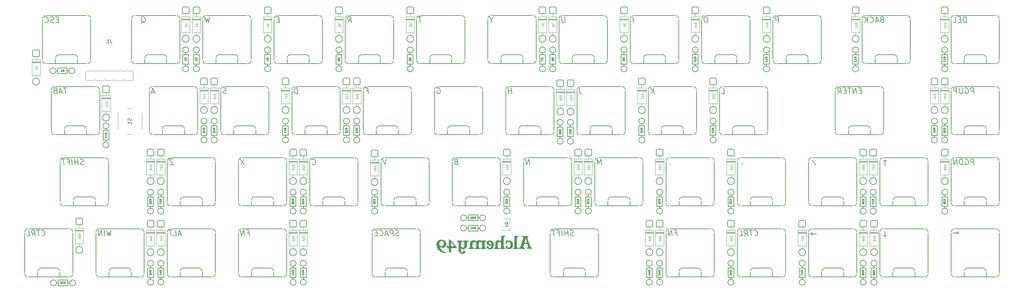
<source format=gbr>
G04 #@! TF.GenerationSoftware,KiCad,Pcbnew,(5.1.4)-1*
G04 #@! TF.CreationDate,2020-01-03T16:31:26-08:00*
G04 #@! TF.ProjectId,Alchemy49,416c6368-656d-4793-9439-2e6b69636164,rev?*
G04 #@! TF.SameCoordinates,Original*
G04 #@! TF.FileFunction,Legend,Bot*
G04 #@! TF.FilePolarity,Positive*
%FSLAX46Y46*%
G04 Gerber Fmt 4.6, Leading zero omitted, Abs format (unit mm)*
G04 Created by KiCad (PCBNEW (5.1.4)-1) date 2020-01-03 16:31:26*
%MOMM*%
%LPD*%
G04 APERTURE LIST*
%ADD10C,0.010000*%
%ADD11C,0.150000*%
%ADD12C,0.120000*%
%ADD13C,0.127000*%
%ADD14C,0.076200*%
G04 APERTURE END LIST*
D10*
G36*
X138638424Y-76633242D02*
G01*
X138514190Y-76679724D01*
X138378390Y-76763654D01*
X138327740Y-76805018D01*
X138169197Y-76948252D01*
X137944904Y-76792043D01*
X137832012Y-76716389D01*
X137741632Y-76670356D01*
X137646258Y-76646790D01*
X137518381Y-76638536D01*
X137353708Y-76638279D01*
X137066189Y-76657208D01*
X136844569Y-76712699D01*
X136676367Y-76809302D01*
X136567899Y-76924624D01*
X136535259Y-76976987D01*
X136510981Y-77041066D01*
X136493263Y-77130786D01*
X136480306Y-77260069D01*
X136470308Y-77442841D01*
X136461470Y-77693026D01*
X136459334Y-77764234D01*
X136450734Y-78029748D01*
X136441779Y-78223373D01*
X136430777Y-78357877D01*
X136416037Y-78446028D01*
X136395867Y-78500595D01*
X136368576Y-78534343D01*
X136355993Y-78544361D01*
X136251074Y-78589982D01*
X136153581Y-78604334D01*
X136048828Y-78630575D01*
X136001846Y-78696112D01*
X136025292Y-78781168D01*
X136033551Y-78791882D01*
X136073122Y-78816271D01*
X136152413Y-78833331D01*
X136282973Y-78844067D01*
X136476354Y-78849482D01*
X136709335Y-78850643D01*
X136934090Y-78848277D01*
X137130510Y-78842246D01*
X137282161Y-78833357D01*
X137372610Y-78822416D01*
X137388547Y-78817311D01*
X137428123Y-78753681D01*
X137411705Y-78675640D01*
X137350547Y-78620216D01*
X137326681Y-78613755D01*
X137177775Y-78585710D01*
X137089759Y-78548842D01*
X137039015Y-78489194D01*
X137013897Y-78428938D01*
X136989519Y-78316105D01*
X136972664Y-78156082D01*
X136967334Y-78007433D01*
X136987011Y-77664423D01*
X137046984Y-77393590D01*
X137148667Y-77191902D01*
X137293471Y-77056328D01*
X137439633Y-76993881D01*
X137660612Y-76969010D01*
X137857009Y-77023401D01*
X137984348Y-77108850D01*
X138110334Y-77214860D01*
X138110334Y-77815511D01*
X138107020Y-78095870D01*
X138094817Y-78302402D01*
X138070327Y-78445767D01*
X138030158Y-78536627D01*
X137970912Y-78585641D01*
X137889196Y-78603471D01*
X137859117Y-78604334D01*
X137739606Y-78626979D01*
X137677542Y-78685720D01*
X137685019Y-78766762D01*
X137698301Y-78787721D01*
X137727927Y-78814790D01*
X137778790Y-78833497D01*
X137864005Y-78844951D01*
X137996684Y-78850265D01*
X138189938Y-78850550D01*
X138406667Y-78847748D01*
X139062834Y-78837167D01*
X139062834Y-78732052D01*
X139049723Y-78660434D01*
X138994842Y-78621533D01*
X138899675Y-78600416D01*
X138789852Y-78569694D01*
X138710055Y-78511552D01*
X138657523Y-78415704D01*
X138629499Y-78271864D01*
X138623221Y-78069747D01*
X138635930Y-77799064D01*
X138646677Y-77657404D01*
X138665476Y-77441470D01*
X138683117Y-77292894D01*
X138704046Y-77194552D01*
X138732710Y-77129320D01*
X138773556Y-77080074D01*
X138803662Y-77052877D01*
X138963671Y-76969440D01*
X139161534Y-76961180D01*
X139381104Y-77022081D01*
X139487283Y-77073040D01*
X139564863Y-77137120D01*
X139618190Y-77227481D01*
X139651616Y-77357285D01*
X139669489Y-77539693D01*
X139676160Y-77787866D01*
X139676667Y-77916431D01*
X139674923Y-78172271D01*
X139666859Y-78355507D01*
X139648230Y-78478175D01*
X139614790Y-78552313D01*
X139562295Y-78589957D01*
X139486498Y-78603144D01*
X139434039Y-78604334D01*
X139317211Y-78627496D01*
X139261960Y-78687729D01*
X139278456Y-78771155D01*
X139295017Y-78794050D01*
X139359457Y-78821227D01*
X139489105Y-78841438D01*
X139664789Y-78854682D01*
X139867336Y-78860960D01*
X140077575Y-78860272D01*
X140276333Y-78852617D01*
X140444440Y-78837996D01*
X140562722Y-78816409D01*
X140608651Y-78794050D01*
X140643525Y-78706745D01*
X140605250Y-78637924D01*
X140505337Y-78605081D01*
X140483819Y-78604334D01*
X140403279Y-78595782D01*
X140343194Y-78563138D01*
X140300667Y-78495916D01*
X140272805Y-78383629D01*
X140256713Y-78215791D01*
X140249496Y-77981918D01*
X140248167Y-77750630D01*
X140248695Y-77499442D01*
X140251559Y-77318442D01*
X140258684Y-77193152D01*
X140271993Y-77109092D01*
X140293409Y-77051786D01*
X140324854Y-77006754D01*
X140350796Y-76978046D01*
X140446420Y-76903310D01*
X140540717Y-76868920D01*
X140547351Y-76868667D01*
X140630937Y-76846050D01*
X140663055Y-76811911D01*
X140674434Y-76750321D01*
X140646171Y-76707850D01*
X140567732Y-76681474D01*
X140428585Y-76668168D01*
X140218196Y-76664908D01*
X140152528Y-76665314D01*
X139943738Y-76668641D01*
X139804580Y-76675774D01*
X139720029Y-76689150D01*
X139675063Y-76711202D01*
X139654657Y-76744366D01*
X139654095Y-76746096D01*
X139633802Y-76789642D01*
X139596798Y-76796513D01*
X139520501Y-76765037D01*
X139454701Y-76731345D01*
X139269160Y-76664641D01*
X139038954Y-76624778D01*
X138801068Y-76616201D01*
X138638424Y-76633242D01*
X138638424Y-76633242D01*
G37*
X138638424Y-76633242D02*
X138514190Y-76679724D01*
X138378390Y-76763654D01*
X138327740Y-76805018D01*
X138169197Y-76948252D01*
X137944904Y-76792043D01*
X137832012Y-76716389D01*
X137741632Y-76670356D01*
X137646258Y-76646790D01*
X137518381Y-76638536D01*
X137353708Y-76638279D01*
X137066189Y-76657208D01*
X136844569Y-76712699D01*
X136676367Y-76809302D01*
X136567899Y-76924624D01*
X136535259Y-76976987D01*
X136510981Y-77041066D01*
X136493263Y-77130786D01*
X136480306Y-77260069D01*
X136470308Y-77442841D01*
X136461470Y-77693026D01*
X136459334Y-77764234D01*
X136450734Y-78029748D01*
X136441779Y-78223373D01*
X136430777Y-78357877D01*
X136416037Y-78446028D01*
X136395867Y-78500595D01*
X136368576Y-78534343D01*
X136355993Y-78544361D01*
X136251074Y-78589982D01*
X136153581Y-78604334D01*
X136048828Y-78630575D01*
X136001846Y-78696112D01*
X136025292Y-78781168D01*
X136033551Y-78791882D01*
X136073122Y-78816271D01*
X136152413Y-78833331D01*
X136282973Y-78844067D01*
X136476354Y-78849482D01*
X136709335Y-78850643D01*
X136934090Y-78848277D01*
X137130510Y-78842246D01*
X137282161Y-78833357D01*
X137372610Y-78822416D01*
X137388547Y-78817311D01*
X137428123Y-78753681D01*
X137411705Y-78675640D01*
X137350547Y-78620216D01*
X137326681Y-78613755D01*
X137177775Y-78585710D01*
X137089759Y-78548842D01*
X137039015Y-78489194D01*
X137013897Y-78428938D01*
X136989519Y-78316105D01*
X136972664Y-78156082D01*
X136967334Y-78007433D01*
X136987011Y-77664423D01*
X137046984Y-77393590D01*
X137148667Y-77191902D01*
X137293471Y-77056328D01*
X137439633Y-76993881D01*
X137660612Y-76969010D01*
X137857009Y-77023401D01*
X137984348Y-77108850D01*
X138110334Y-77214860D01*
X138110334Y-77815511D01*
X138107020Y-78095870D01*
X138094817Y-78302402D01*
X138070327Y-78445767D01*
X138030158Y-78536627D01*
X137970912Y-78585641D01*
X137889196Y-78603471D01*
X137859117Y-78604334D01*
X137739606Y-78626979D01*
X137677542Y-78685720D01*
X137685019Y-78766762D01*
X137698301Y-78787721D01*
X137727927Y-78814790D01*
X137778790Y-78833497D01*
X137864005Y-78844951D01*
X137996684Y-78850265D01*
X138189938Y-78850550D01*
X138406667Y-78847748D01*
X139062834Y-78837167D01*
X139062834Y-78732052D01*
X139049723Y-78660434D01*
X138994842Y-78621533D01*
X138899675Y-78600416D01*
X138789852Y-78569694D01*
X138710055Y-78511552D01*
X138657523Y-78415704D01*
X138629499Y-78271864D01*
X138623221Y-78069747D01*
X138635930Y-77799064D01*
X138646677Y-77657404D01*
X138665476Y-77441470D01*
X138683117Y-77292894D01*
X138704046Y-77194552D01*
X138732710Y-77129320D01*
X138773556Y-77080074D01*
X138803662Y-77052877D01*
X138963671Y-76969440D01*
X139161534Y-76961180D01*
X139381104Y-77022081D01*
X139487283Y-77073040D01*
X139564863Y-77137120D01*
X139618190Y-77227481D01*
X139651616Y-77357285D01*
X139669489Y-77539693D01*
X139676160Y-77787866D01*
X139676667Y-77916431D01*
X139674923Y-78172271D01*
X139666859Y-78355507D01*
X139648230Y-78478175D01*
X139614790Y-78552313D01*
X139562295Y-78589957D01*
X139486498Y-78603144D01*
X139434039Y-78604334D01*
X139317211Y-78627496D01*
X139261960Y-78687729D01*
X139278456Y-78771155D01*
X139295017Y-78794050D01*
X139359457Y-78821227D01*
X139489105Y-78841438D01*
X139664789Y-78854682D01*
X139867336Y-78860960D01*
X140077575Y-78860272D01*
X140276333Y-78852617D01*
X140444440Y-78837996D01*
X140562722Y-78816409D01*
X140608651Y-78794050D01*
X140643525Y-78706745D01*
X140605250Y-78637924D01*
X140505337Y-78605081D01*
X140483819Y-78604334D01*
X140403279Y-78595782D01*
X140343194Y-78563138D01*
X140300667Y-78495916D01*
X140272805Y-78383629D01*
X140256713Y-78215791D01*
X140249496Y-77981918D01*
X140248167Y-77750630D01*
X140248695Y-77499442D01*
X140251559Y-77318442D01*
X140258684Y-77193152D01*
X140271993Y-77109092D01*
X140293409Y-77051786D01*
X140324854Y-77006754D01*
X140350796Y-76978046D01*
X140446420Y-76903310D01*
X140540717Y-76868920D01*
X140547351Y-76868667D01*
X140630937Y-76846050D01*
X140663055Y-76811911D01*
X140674434Y-76750321D01*
X140646171Y-76707850D01*
X140567732Y-76681474D01*
X140428585Y-76668168D01*
X140218196Y-76664908D01*
X140152528Y-76665314D01*
X139943738Y-76668641D01*
X139804580Y-76675774D01*
X139720029Y-76689150D01*
X139675063Y-76711202D01*
X139654657Y-76744366D01*
X139654095Y-76746096D01*
X139633802Y-76789642D01*
X139596798Y-76796513D01*
X139520501Y-76765037D01*
X139454701Y-76731345D01*
X139269160Y-76664641D01*
X139038954Y-76624778D01*
X138801068Y-76616201D01*
X138638424Y-76633242D01*
G36*
X145264667Y-75410691D02*
G01*
X144777834Y-75413216D01*
X144766227Y-76146576D01*
X144761727Y-76410919D01*
X144756897Y-76601135D01*
X144750261Y-76727756D01*
X144740345Y-76801314D01*
X144725674Y-76832342D01*
X144704773Y-76831370D01*
X144676167Y-76808932D01*
X144673779Y-76806776D01*
X144522365Y-76715504D01*
X144315356Y-76651989D01*
X144078036Y-76618953D01*
X143835691Y-76619121D01*
X143613607Y-76655214D01*
X143528231Y-76683414D01*
X143424817Y-76731912D01*
X143346411Y-76791567D01*
X143289284Y-76874257D01*
X143249709Y-76991862D01*
X143223956Y-77156259D01*
X143208298Y-77379327D01*
X143199005Y-77672944D01*
X143197674Y-77736500D01*
X143190384Y-78025956D01*
X143179281Y-78241916D01*
X143160841Y-78395551D01*
X143131541Y-78498031D01*
X143087856Y-78560528D01*
X143026263Y-78594212D01*
X142943238Y-78610253D01*
X142921317Y-78612565D01*
X142826738Y-78633761D01*
X142791404Y-78686421D01*
X142788167Y-78731334D01*
X142788167Y-78837167D01*
X143453537Y-78847545D01*
X143704738Y-78850946D01*
X143884534Y-78851078D01*
X144006168Y-78846465D01*
X144082884Y-78835632D01*
X144127923Y-78817105D01*
X144154529Y-78789408D01*
X144166991Y-78768078D01*
X144185400Y-78678889D01*
X144126723Y-78624483D01*
X143991141Y-78605021D01*
X143986484Y-78604982D01*
X143895534Y-78591935D01*
X143829400Y-78546817D01*
X143784469Y-78458877D01*
X143757123Y-78317361D01*
X143743750Y-78111520D01*
X143740667Y-77873888D01*
X143747423Y-77564015D01*
X143770509Y-77328920D01*
X143814153Y-77159583D01*
X143882585Y-77046986D01*
X143980033Y-76982107D01*
X144110724Y-76955929D01*
X144171801Y-76954263D01*
X144319313Y-76976545D01*
X144477323Y-77032442D01*
X144615687Y-77108163D01*
X144704262Y-77189914D01*
X144710918Y-77200951D01*
X144730445Y-77279426D01*
X144744679Y-77419462D01*
X144753690Y-77602402D01*
X144757548Y-77809586D01*
X144756323Y-78022356D01*
X144750084Y-78222052D01*
X144738900Y-78390016D01*
X144722843Y-78507589D01*
X144705867Y-78553534D01*
X144626707Y-78592651D01*
X144545000Y-78604334D01*
X144424423Y-78627482D01*
X144365210Y-78689332D01*
X144378247Y-78778487D01*
X144378387Y-78778750D01*
X144401911Y-78808529D01*
X144444218Y-78829517D01*
X144518587Y-78843225D01*
X144638297Y-78851163D01*
X144816627Y-78854843D01*
X145055514Y-78855769D01*
X145308059Y-78854492D01*
X145487899Y-78849692D01*
X145606961Y-78840245D01*
X145677172Y-78825030D01*
X145710458Y-78802924D01*
X145715471Y-78793672D01*
X145721212Y-78688183D01*
X145658698Y-78619300D01*
X145586520Y-78604334D01*
X145503568Y-78595857D01*
X145442425Y-78562675D01*
X145398787Y-78493159D01*
X145368346Y-78375681D01*
X145346797Y-78198611D01*
X145329834Y-77950321D01*
X145327318Y-77904329D01*
X145317537Y-77651195D01*
X145311567Y-77345869D01*
X145309723Y-77020751D01*
X145312319Y-76708243D01*
X145314626Y-76595815D01*
X145324426Y-76290904D01*
X145338984Y-76059429D01*
X145361701Y-75890169D01*
X145395980Y-75771905D01*
X145445220Y-75693417D01*
X145512823Y-75643485D01*
X145602189Y-75610888D01*
X145614137Y-75607712D01*
X145719724Y-75560020D01*
X145751500Y-75490142D01*
X145745837Y-75454923D01*
X145719323Y-75431661D01*
X145657671Y-75418023D01*
X145546593Y-75411679D01*
X145371802Y-75410296D01*
X145264667Y-75410691D01*
X145264667Y-75410691D01*
G37*
X145264667Y-75410691D02*
X144777834Y-75413216D01*
X144766227Y-76146576D01*
X144761727Y-76410919D01*
X144756897Y-76601135D01*
X144750261Y-76727756D01*
X144740345Y-76801314D01*
X144725674Y-76832342D01*
X144704773Y-76831370D01*
X144676167Y-76808932D01*
X144673779Y-76806776D01*
X144522365Y-76715504D01*
X144315356Y-76651989D01*
X144078036Y-76618953D01*
X143835691Y-76619121D01*
X143613607Y-76655214D01*
X143528231Y-76683414D01*
X143424817Y-76731912D01*
X143346411Y-76791567D01*
X143289284Y-76874257D01*
X143249709Y-76991862D01*
X143223956Y-77156259D01*
X143208298Y-77379327D01*
X143199005Y-77672944D01*
X143197674Y-77736500D01*
X143190384Y-78025956D01*
X143179281Y-78241916D01*
X143160841Y-78395551D01*
X143131541Y-78498031D01*
X143087856Y-78560528D01*
X143026263Y-78594212D01*
X142943238Y-78610253D01*
X142921317Y-78612565D01*
X142826738Y-78633761D01*
X142791404Y-78686421D01*
X142788167Y-78731334D01*
X142788167Y-78837167D01*
X143453537Y-78847545D01*
X143704738Y-78850946D01*
X143884534Y-78851078D01*
X144006168Y-78846465D01*
X144082884Y-78835632D01*
X144127923Y-78817105D01*
X144154529Y-78789408D01*
X144166991Y-78768078D01*
X144185400Y-78678889D01*
X144126723Y-78624483D01*
X143991141Y-78605021D01*
X143986484Y-78604982D01*
X143895534Y-78591935D01*
X143829400Y-78546817D01*
X143784469Y-78458877D01*
X143757123Y-78317361D01*
X143743750Y-78111520D01*
X143740667Y-77873888D01*
X143747423Y-77564015D01*
X143770509Y-77328920D01*
X143814153Y-77159583D01*
X143882585Y-77046986D01*
X143980033Y-76982107D01*
X144110724Y-76955929D01*
X144171801Y-76954263D01*
X144319313Y-76976545D01*
X144477323Y-77032442D01*
X144615687Y-77108163D01*
X144704262Y-77189914D01*
X144710918Y-77200951D01*
X144730445Y-77279426D01*
X144744679Y-77419462D01*
X144753690Y-77602402D01*
X144757548Y-77809586D01*
X144756323Y-78022356D01*
X144750084Y-78222052D01*
X144738900Y-78390016D01*
X144722843Y-78507589D01*
X144705867Y-78553534D01*
X144626707Y-78592651D01*
X144545000Y-78604334D01*
X144424423Y-78627482D01*
X144365210Y-78689332D01*
X144378247Y-78778487D01*
X144378387Y-78778750D01*
X144401911Y-78808529D01*
X144444218Y-78829517D01*
X144518587Y-78843225D01*
X144638297Y-78851163D01*
X144816627Y-78854843D01*
X145055514Y-78855769D01*
X145308059Y-78854492D01*
X145487899Y-78849692D01*
X145606961Y-78840245D01*
X145677172Y-78825030D01*
X145710458Y-78802924D01*
X145715471Y-78793672D01*
X145721212Y-78688183D01*
X145658698Y-78619300D01*
X145586520Y-78604334D01*
X145503568Y-78595857D01*
X145442425Y-78562675D01*
X145398787Y-78493159D01*
X145368346Y-78375681D01*
X145346797Y-78198611D01*
X145329834Y-77950321D01*
X145327318Y-77904329D01*
X145317537Y-77651195D01*
X145311567Y-77345869D01*
X145309723Y-77020751D01*
X145312319Y-76708243D01*
X145314626Y-76595815D01*
X145324426Y-76290904D01*
X145338984Y-76059429D01*
X145361701Y-75890169D01*
X145395980Y-75771905D01*
X145445220Y-75693417D01*
X145512823Y-75643485D01*
X145602189Y-75610888D01*
X145614137Y-75607712D01*
X145719724Y-75560020D01*
X145751500Y-75490142D01*
X145745837Y-75454923D01*
X145719323Y-75431661D01*
X145657671Y-75418023D01*
X145546593Y-75411679D01*
X145371802Y-75410296D01*
X145264667Y-75410691D01*
G36*
X148630996Y-75410535D02*
G01*
X148470524Y-75419756D01*
X148359679Y-75433470D01*
X148322204Y-75445159D01*
X148307667Y-75471731D01*
X148296666Y-75532904D01*
X148289082Y-75635950D01*
X148284797Y-75788139D01*
X148283692Y-75996743D01*
X148285648Y-76269031D01*
X148290548Y-76612275D01*
X148297197Y-76978673D01*
X148305085Y-77392043D01*
X148310421Y-77728644D01*
X148312120Y-77996360D01*
X148309095Y-78203075D01*
X148300262Y-78356673D01*
X148284535Y-78465040D01*
X148260827Y-78536058D01*
X148228052Y-78577614D01*
X148185126Y-78597590D01*
X148130962Y-78603872D01*
X148073322Y-78604334D01*
X147954460Y-78627084D01*
X147898183Y-78686700D01*
X147914066Y-78770226D01*
X147932115Y-78795373D01*
X147997267Y-78823319D01*
X148127545Y-78844073D01*
X148303714Y-78857636D01*
X148506539Y-78864006D01*
X148716786Y-78863185D01*
X148915220Y-78855172D01*
X149082605Y-78839968D01*
X149199708Y-78817572D01*
X149243553Y-78795373D01*
X149278957Y-78707185D01*
X149241244Y-78637570D01*
X149141963Y-78604911D01*
X149123513Y-78604334D01*
X149059836Y-78602407D01*
X149008589Y-78591101D01*
X148968423Y-78562122D01*
X148937988Y-78507180D01*
X148915936Y-78417983D01*
X148900915Y-78286238D01*
X148891578Y-78103656D01*
X148886574Y-77861944D01*
X148884554Y-77552810D01*
X148884168Y-77167963D01*
X148884167Y-77133740D01*
X148884167Y-75803083D01*
X149002944Y-75700875D01*
X149104856Y-75632276D01*
X149197589Y-75599206D01*
X149206972Y-75598667D01*
X149270951Y-75577637D01*
X149278695Y-75503417D01*
X149268506Y-75460974D01*
X149242060Y-75433431D01*
X149183821Y-75417528D01*
X149078251Y-75410008D01*
X148909813Y-75407612D01*
X148820667Y-75407357D01*
X148630996Y-75410535D01*
X148630996Y-75410535D01*
G37*
X148630996Y-75410535D02*
X148470524Y-75419756D01*
X148359679Y-75433470D01*
X148322204Y-75445159D01*
X148307667Y-75471731D01*
X148296666Y-75532904D01*
X148289082Y-75635950D01*
X148284797Y-75788139D01*
X148283692Y-75996743D01*
X148285648Y-76269031D01*
X148290548Y-76612275D01*
X148297197Y-76978673D01*
X148305085Y-77392043D01*
X148310421Y-77728644D01*
X148312120Y-77996360D01*
X148309095Y-78203075D01*
X148300262Y-78356673D01*
X148284535Y-78465040D01*
X148260827Y-78536058D01*
X148228052Y-78577614D01*
X148185126Y-78597590D01*
X148130962Y-78603872D01*
X148073322Y-78604334D01*
X147954460Y-78627084D01*
X147898183Y-78686700D01*
X147914066Y-78770226D01*
X147932115Y-78795373D01*
X147997267Y-78823319D01*
X148127545Y-78844073D01*
X148303714Y-78857636D01*
X148506539Y-78864006D01*
X148716786Y-78863185D01*
X148915220Y-78855172D01*
X149082605Y-78839968D01*
X149199708Y-78817572D01*
X149243553Y-78795373D01*
X149278957Y-78707185D01*
X149241244Y-78637570D01*
X149141963Y-78604911D01*
X149123513Y-78604334D01*
X149059836Y-78602407D01*
X149008589Y-78591101D01*
X148968423Y-78562122D01*
X148937988Y-78507180D01*
X148915936Y-78417983D01*
X148900915Y-78286238D01*
X148891578Y-78103656D01*
X148886574Y-77861944D01*
X148884554Y-77552810D01*
X148884168Y-77167963D01*
X148884167Y-77133740D01*
X148884167Y-75803083D01*
X149002944Y-75700875D01*
X149104856Y-75632276D01*
X149197589Y-75599206D01*
X149206972Y-75598667D01*
X149270951Y-75577637D01*
X149278695Y-75503417D01*
X149268506Y-75460974D01*
X149242060Y-75433431D01*
X149183821Y-75417528D01*
X149078251Y-75410008D01*
X148909813Y-75407612D01*
X148820667Y-75407357D01*
X148630996Y-75410535D01*
G36*
X146014772Y-76664500D02*
G01*
X145976763Y-76725358D01*
X145958341Y-76849590D01*
X145954751Y-77046428D01*
X145955641Y-77109582D01*
X145959828Y-77299492D01*
X145966888Y-77420350D01*
X145981051Y-77487759D01*
X146006552Y-77517321D01*
X146047623Y-77524639D01*
X146068282Y-77524834D01*
X146142918Y-77509986D01*
X146181919Y-77449520D01*
X146197679Y-77376667D01*
X146263420Y-77175943D01*
X146378182Y-77029440D01*
X146528975Y-76945207D01*
X146702808Y-76931290D01*
X146846569Y-76974681D01*
X147044908Y-77112619D01*
X147188837Y-77303730D01*
X147274286Y-77533110D01*
X147297185Y-77785855D01*
X147253462Y-78047063D01*
X147185934Y-78217256D01*
X147074406Y-78401096D01*
X146949727Y-78515766D01*
X146792607Y-78576542D01*
X146716197Y-78589202D01*
X146524908Y-78576028D01*
X146370964Y-78488414D01*
X146260021Y-78330429D01*
X146225093Y-78235620D01*
X146182045Y-78111425D01*
X146137096Y-78050594D01*
X146074309Y-78032996D01*
X146064565Y-78032834D01*
X146009542Y-78038372D01*
X145979222Y-78067859D01*
X145966362Y-78140603D01*
X145963719Y-78275913D01*
X145963753Y-78301587D01*
X145968133Y-78454696D01*
X145986359Y-78551261D01*
X146027311Y-78619260D01*
X146080864Y-78670569D01*
X146261253Y-78779805D01*
X146493310Y-78854962D01*
X146749771Y-78892592D01*
X147003373Y-78889246D01*
X147226852Y-78841476D01*
X147275864Y-78821716D01*
X147462887Y-78701305D01*
X147624840Y-78532424D01*
X147737031Y-78342845D01*
X147759788Y-78277407D01*
X147787745Y-78114650D01*
X147801268Y-77902395D01*
X147800388Y-77674567D01*
X147785138Y-77465089D01*
X147758884Y-77319318D01*
X147703464Y-77194683D01*
X147610744Y-77052758D01*
X147544941Y-76973191D01*
X147325662Y-76794421D01*
X147066830Y-76689979D01*
X146770244Y-76660308D01*
X146451450Y-76702634D01*
X146298715Y-76725081D01*
X146191113Y-76706653D01*
X146168556Y-76695974D01*
X146077119Y-76657782D01*
X146014772Y-76664500D01*
X146014772Y-76664500D01*
G37*
X146014772Y-76664500D02*
X145976763Y-76725358D01*
X145958341Y-76849590D01*
X145954751Y-77046428D01*
X145955641Y-77109582D01*
X145959828Y-77299492D01*
X145966888Y-77420350D01*
X145981051Y-77487759D01*
X146006552Y-77517321D01*
X146047623Y-77524639D01*
X146068282Y-77524834D01*
X146142918Y-77509986D01*
X146181919Y-77449520D01*
X146197679Y-77376667D01*
X146263420Y-77175943D01*
X146378182Y-77029440D01*
X146528975Y-76945207D01*
X146702808Y-76931290D01*
X146846569Y-76974681D01*
X147044908Y-77112619D01*
X147188837Y-77303730D01*
X147274286Y-77533110D01*
X147297185Y-77785855D01*
X147253462Y-78047063D01*
X147185934Y-78217256D01*
X147074406Y-78401096D01*
X146949727Y-78515766D01*
X146792607Y-78576542D01*
X146716197Y-78589202D01*
X146524908Y-78576028D01*
X146370964Y-78488414D01*
X146260021Y-78330429D01*
X146225093Y-78235620D01*
X146182045Y-78111425D01*
X146137096Y-78050594D01*
X146074309Y-78032996D01*
X146064565Y-78032834D01*
X146009542Y-78038372D01*
X145979222Y-78067859D01*
X145966362Y-78140603D01*
X145963719Y-78275913D01*
X145963753Y-78301587D01*
X145968133Y-78454696D01*
X145986359Y-78551261D01*
X146027311Y-78619260D01*
X146080864Y-78670569D01*
X146261253Y-78779805D01*
X146493310Y-78854962D01*
X146749771Y-78892592D01*
X147003373Y-78889246D01*
X147226852Y-78841476D01*
X147275864Y-78821716D01*
X147462887Y-78701305D01*
X147624840Y-78532424D01*
X147737031Y-78342845D01*
X147759788Y-78277407D01*
X147787745Y-78114650D01*
X147801268Y-77902395D01*
X147800388Y-77674567D01*
X147785138Y-77465089D01*
X147758884Y-77319318D01*
X147703464Y-77194683D01*
X147610744Y-77052758D01*
X147544941Y-76973191D01*
X147325662Y-76794421D01*
X147066830Y-76689979D01*
X146770244Y-76660308D01*
X146451450Y-76702634D01*
X146298715Y-76725081D01*
X146191113Y-76706653D01*
X146168556Y-76695974D01*
X146077119Y-76657782D01*
X146014772Y-76664500D01*
G36*
X150529531Y-75456214D02*
G01*
X150442406Y-75468113D01*
X150394541Y-75486990D01*
X150383529Y-75497017D01*
X150351205Y-75581142D01*
X150397389Y-75650829D01*
X150516154Y-75697922D01*
X150531787Y-75701073D01*
X150600944Y-75718917D01*
X150648266Y-75749252D01*
X150673075Y-75802219D01*
X150674690Y-75887961D01*
X150652434Y-76016617D01*
X150605625Y-76198332D01*
X150533585Y-76443245D01*
X150467678Y-76658051D01*
X150313189Y-77146769D01*
X150176354Y-77556015D01*
X150055968Y-77888856D01*
X149950825Y-78148359D01*
X149859721Y-78337592D01*
X149781450Y-78459622D01*
X149744593Y-78498237D01*
X149649392Y-78567066D01*
X149573679Y-78602885D01*
X149562782Y-78604334D01*
X149499634Y-78637969D01*
X149479355Y-78714402D01*
X149498800Y-78774961D01*
X149537962Y-78800200D01*
X149626291Y-78818200D01*
X149774243Y-78830068D01*
X149992271Y-78836912D01*
X150098134Y-78838454D01*
X150315035Y-78842577D01*
X150506830Y-78849317D01*
X150654729Y-78857795D01*
X150739941Y-78867133D01*
X150746834Y-78868741D01*
X150855671Y-78879194D01*
X150908050Y-78871914D01*
X150965568Y-78825187D01*
X150971550Y-78738338D01*
X150943459Y-78653286D01*
X150868043Y-78616562D01*
X150831500Y-78611171D01*
X150708797Y-78581481D01*
X150632531Y-78518907D01*
X150600615Y-78413568D01*
X150610963Y-78255580D01*
X150661485Y-78035060D01*
X150689274Y-77937896D01*
X150738481Y-77780350D01*
X150779623Y-77684819D01*
X150826503Y-77631525D01*
X150892923Y-77600690D01*
X150932825Y-77588882D01*
X151122465Y-77556065D01*
X151337771Y-77548385D01*
X151539181Y-77565654D01*
X151650211Y-77592310D01*
X151725221Y-77627838D01*
X151779099Y-77685595D01*
X151826094Y-77786800D01*
X151870515Y-77920393D01*
X151927610Y-78150654D01*
X151934216Y-78324163D01*
X151888117Y-78453723D01*
X151787103Y-78552137D01*
X151758151Y-78570372D01*
X151654358Y-78649352D01*
X151621691Y-78727580D01*
X151623026Y-78747411D01*
X151631895Y-78782672D01*
X151655543Y-78807360D01*
X151707175Y-78823480D01*
X151799996Y-78833036D01*
X151947213Y-78838033D01*
X152162031Y-78840475D01*
X152239506Y-78840996D01*
X152501906Y-78840471D01*
X152690512Y-78833133D01*
X152816103Y-78816100D01*
X152889460Y-78786492D01*
X152921363Y-78741427D01*
X152922594Y-78678024D01*
X152919432Y-78659284D01*
X152864775Y-78593101D01*
X152758707Y-78562000D01*
X152617763Y-78509028D01*
X152522977Y-78407683D01*
X152482482Y-78328523D01*
X152420413Y-78183409D01*
X152341448Y-77985343D01*
X152250267Y-77747328D01*
X152151547Y-77482367D01*
X152057729Y-77224772D01*
X151639643Y-77224772D01*
X151638733Y-77235800D01*
X151582479Y-77279197D01*
X151468499Y-77310293D01*
X151323077Y-77327302D01*
X151172499Y-77328439D01*
X151043049Y-77311915D01*
X150967576Y-77281417D01*
X150937776Y-77251618D01*
X150925513Y-77208301D01*
X150932636Y-77135256D01*
X150960997Y-77016274D01*
X151012446Y-76835143D01*
X151022411Y-76801127D01*
X151082995Y-76602206D01*
X151143747Y-76415352D01*
X151195795Y-76267308D01*
X151219057Y-76208460D01*
X151290262Y-76043167D01*
X151473942Y-76614667D01*
X151538765Y-76823658D01*
X151590809Y-77005631D01*
X151625844Y-77144648D01*
X151639643Y-77224772D01*
X152057729Y-77224772D01*
X152049967Y-77203462D01*
X151950204Y-76923617D01*
X151856937Y-76655833D01*
X151774844Y-76413115D01*
X151708604Y-76208464D01*
X151662894Y-76054883D01*
X151642393Y-75965376D01*
X151641792Y-75958500D01*
X151650585Y-75868960D01*
X151701475Y-75806768D01*
X151794584Y-75753930D01*
X151898905Y-75681019D01*
X151952592Y-75599270D01*
X151947847Y-75527943D01*
X151900417Y-75492572D01*
X151842106Y-75485308D01*
X151714416Y-75477151D01*
X151532618Y-75468829D01*
X151311984Y-75461069D01*
X151139681Y-75456289D01*
X150866848Y-75450912D01*
X150667238Y-75450684D01*
X150529531Y-75456214D01*
X150529531Y-75456214D01*
G37*
X150529531Y-75456214D02*
X150442406Y-75468113D01*
X150394541Y-75486990D01*
X150383529Y-75497017D01*
X150351205Y-75581142D01*
X150397389Y-75650829D01*
X150516154Y-75697922D01*
X150531787Y-75701073D01*
X150600944Y-75718917D01*
X150648266Y-75749252D01*
X150673075Y-75802219D01*
X150674690Y-75887961D01*
X150652434Y-76016617D01*
X150605625Y-76198332D01*
X150533585Y-76443245D01*
X150467678Y-76658051D01*
X150313189Y-77146769D01*
X150176354Y-77556015D01*
X150055968Y-77888856D01*
X149950825Y-78148359D01*
X149859721Y-78337592D01*
X149781450Y-78459622D01*
X149744593Y-78498237D01*
X149649392Y-78567066D01*
X149573679Y-78602885D01*
X149562782Y-78604334D01*
X149499634Y-78637969D01*
X149479355Y-78714402D01*
X149498800Y-78774961D01*
X149537962Y-78800200D01*
X149626291Y-78818200D01*
X149774243Y-78830068D01*
X149992271Y-78836912D01*
X150098134Y-78838454D01*
X150315035Y-78842577D01*
X150506830Y-78849317D01*
X150654729Y-78857795D01*
X150739941Y-78867133D01*
X150746834Y-78868741D01*
X150855671Y-78879194D01*
X150908050Y-78871914D01*
X150965568Y-78825187D01*
X150971550Y-78738338D01*
X150943459Y-78653286D01*
X150868043Y-78616562D01*
X150831500Y-78611171D01*
X150708797Y-78581481D01*
X150632531Y-78518907D01*
X150600615Y-78413568D01*
X150610963Y-78255580D01*
X150661485Y-78035060D01*
X150689274Y-77937896D01*
X150738481Y-77780350D01*
X150779623Y-77684819D01*
X150826503Y-77631525D01*
X150892923Y-77600690D01*
X150932825Y-77588882D01*
X151122465Y-77556065D01*
X151337771Y-77548385D01*
X151539181Y-77565654D01*
X151650211Y-77592310D01*
X151725221Y-77627838D01*
X151779099Y-77685595D01*
X151826094Y-77786800D01*
X151870515Y-77920393D01*
X151927610Y-78150654D01*
X151934216Y-78324163D01*
X151888117Y-78453723D01*
X151787103Y-78552137D01*
X151758151Y-78570372D01*
X151654358Y-78649352D01*
X151621691Y-78727580D01*
X151623026Y-78747411D01*
X151631895Y-78782672D01*
X151655543Y-78807360D01*
X151707175Y-78823480D01*
X151799996Y-78833036D01*
X151947213Y-78838033D01*
X152162031Y-78840475D01*
X152239506Y-78840996D01*
X152501906Y-78840471D01*
X152690512Y-78833133D01*
X152816103Y-78816100D01*
X152889460Y-78786492D01*
X152921363Y-78741427D01*
X152922594Y-78678024D01*
X152919432Y-78659284D01*
X152864775Y-78593101D01*
X152758707Y-78562000D01*
X152617763Y-78509028D01*
X152522977Y-78407683D01*
X152482482Y-78328523D01*
X152420413Y-78183409D01*
X152341448Y-77985343D01*
X152250267Y-77747328D01*
X152151547Y-77482367D01*
X152057729Y-77224772D01*
X151639643Y-77224772D01*
X151638733Y-77235800D01*
X151582479Y-77279197D01*
X151468499Y-77310293D01*
X151323077Y-77327302D01*
X151172499Y-77328439D01*
X151043049Y-77311915D01*
X150967576Y-77281417D01*
X150937776Y-77251618D01*
X150925513Y-77208301D01*
X150932636Y-77135256D01*
X150960997Y-77016274D01*
X151012446Y-76835143D01*
X151022411Y-76801127D01*
X151082995Y-76602206D01*
X151143747Y-76415352D01*
X151195795Y-76267308D01*
X151219057Y-76208460D01*
X151290262Y-76043167D01*
X151473942Y-76614667D01*
X151538765Y-76823658D01*
X151590809Y-77005631D01*
X151625844Y-77144648D01*
X151639643Y-77224772D01*
X152057729Y-77224772D01*
X152049967Y-77203462D01*
X151950204Y-76923617D01*
X151856937Y-76655833D01*
X151774844Y-76413115D01*
X151708604Y-76208464D01*
X151662894Y-76054883D01*
X151642393Y-75965376D01*
X151641792Y-75958500D01*
X151650585Y-75868960D01*
X151701475Y-75806768D01*
X151794584Y-75753930D01*
X151898905Y-75681019D01*
X151952592Y-75599270D01*
X151947847Y-75527943D01*
X151900417Y-75492572D01*
X151842106Y-75485308D01*
X151714416Y-75477151D01*
X151532618Y-75468829D01*
X151311984Y-75461069D01*
X151139681Y-75456289D01*
X150866848Y-75450912D01*
X150667238Y-75450684D01*
X150529531Y-75456214D01*
G36*
X141298150Y-76695830D02*
G01*
X141105875Y-76785580D01*
X140965323Y-76926958D01*
X140883344Y-77102717D01*
X140866789Y-77295608D01*
X140922506Y-77488383D01*
X140958785Y-77550323D01*
X141090690Y-77686845D01*
X141284245Y-77811380D01*
X141516437Y-77912866D01*
X141764256Y-77980240D01*
X141889948Y-77997966D01*
X142037396Y-78015964D01*
X142148321Y-78037999D01*
X142198782Y-78059311D01*
X142198824Y-78059378D01*
X142204496Y-78134851D01*
X142172995Y-78252900D01*
X142115275Y-78386443D01*
X142042288Y-78508398D01*
X141993570Y-78566918D01*
X141870473Y-78658943D01*
X141731701Y-78688737D01*
X141713502Y-78689000D01*
X141585647Y-78676338D01*
X141486401Y-78628088D01*
X141393912Y-78528854D01*
X141312683Y-78406607D01*
X141198479Y-78260929D01*
X141084123Y-78197530D01*
X140965114Y-78214135D01*
X140948266Y-78222478D01*
X140879130Y-78301879D01*
X140860481Y-78418970D01*
X140891670Y-78543963D01*
X140957250Y-78634510D01*
X141161831Y-78776664D01*
X141406178Y-78876247D01*
X141666287Y-78928611D01*
X141918156Y-78929108D01*
X142137781Y-78873092D01*
X142153167Y-78866064D01*
X142305245Y-78779030D01*
X142416537Y-78672153D01*
X142510068Y-78520042D01*
X142556293Y-78421525D01*
X142643765Y-78141535D01*
X142674380Y-77842835D01*
X142666095Y-77741956D01*
X142205146Y-77741956D01*
X142199990Y-77782399D01*
X142140388Y-77828204D01*
X142021993Y-77823604D01*
X141853297Y-77769581D01*
X141769782Y-77732531D01*
X141635251Y-77646748D01*
X141505420Y-77527847D01*
X141399531Y-77397769D01*
X141336823Y-77278455D01*
X141327667Y-77228378D01*
X141358548Y-77118584D01*
X141433766Y-77018551D01*
X141527183Y-76958978D01*
X141561860Y-76953334D01*
X141700821Y-76984070D01*
X141850348Y-77061884D01*
X141971479Y-77165182D01*
X141992412Y-77191961D01*
X142070416Y-77325467D01*
X142138004Y-77479076D01*
X142185979Y-77626625D01*
X142205146Y-77741956D01*
X142666095Y-77741956D01*
X142650075Y-77546913D01*
X142572788Y-77275253D01*
X142444456Y-77049340D01*
X142431030Y-77032663D01*
X142247090Y-76870907D01*
X142010545Y-76751137D01*
X141746038Y-76680679D01*
X141478213Y-76666861D01*
X141298150Y-76695830D01*
X141298150Y-76695830D01*
G37*
X141298150Y-76695830D02*
X141105875Y-76785580D01*
X140965323Y-76926958D01*
X140883344Y-77102717D01*
X140866789Y-77295608D01*
X140922506Y-77488383D01*
X140958785Y-77550323D01*
X141090690Y-77686845D01*
X141284245Y-77811380D01*
X141516437Y-77912866D01*
X141764256Y-77980240D01*
X141889948Y-77997966D01*
X142037396Y-78015964D01*
X142148321Y-78037999D01*
X142198782Y-78059311D01*
X142198824Y-78059378D01*
X142204496Y-78134851D01*
X142172995Y-78252900D01*
X142115275Y-78386443D01*
X142042288Y-78508398D01*
X141993570Y-78566918D01*
X141870473Y-78658943D01*
X141731701Y-78688737D01*
X141713502Y-78689000D01*
X141585647Y-78676338D01*
X141486401Y-78628088D01*
X141393912Y-78528854D01*
X141312683Y-78406607D01*
X141198479Y-78260929D01*
X141084123Y-78197530D01*
X140965114Y-78214135D01*
X140948266Y-78222478D01*
X140879130Y-78301879D01*
X140860481Y-78418970D01*
X140891670Y-78543963D01*
X140957250Y-78634510D01*
X141161831Y-78776664D01*
X141406178Y-78876247D01*
X141666287Y-78928611D01*
X141918156Y-78929108D01*
X142137781Y-78873092D01*
X142153167Y-78866064D01*
X142305245Y-78779030D01*
X142416537Y-78672153D01*
X142510068Y-78520042D01*
X142556293Y-78421525D01*
X142643765Y-78141535D01*
X142674380Y-77842835D01*
X142666095Y-77741956D01*
X142205146Y-77741956D01*
X142199990Y-77782399D01*
X142140388Y-77828204D01*
X142021993Y-77823604D01*
X141853297Y-77769581D01*
X141769782Y-77732531D01*
X141635251Y-77646748D01*
X141505420Y-77527847D01*
X141399531Y-77397769D01*
X141336823Y-77278455D01*
X141327667Y-77228378D01*
X141358548Y-77118584D01*
X141433766Y-77018551D01*
X141527183Y-76958978D01*
X141561860Y-76953334D01*
X141700821Y-76984070D01*
X141850348Y-77061884D01*
X141971479Y-77165182D01*
X141992412Y-77191961D01*
X142070416Y-77325467D01*
X142138004Y-77479076D01*
X142185979Y-77626625D01*
X142205146Y-77741956D01*
X142666095Y-77741956D01*
X142650075Y-77546913D01*
X142572788Y-77275253D01*
X142444456Y-77049340D01*
X142431030Y-77032663D01*
X142247090Y-76870907D01*
X142010545Y-76751137D01*
X141746038Y-76680679D01*
X141478213Y-76666861D01*
X141298150Y-76695830D01*
G36*
X130804452Y-76363563D02*
G01*
X130782785Y-76379231D01*
X130766851Y-76418139D01*
X130755530Y-76490758D01*
X130747704Y-76607557D01*
X130742253Y-76779004D01*
X130738059Y-77015570D01*
X130734576Y-77281417D01*
X130723167Y-78202167D01*
X130606414Y-78215595D01*
X130513811Y-78208117D01*
X130445436Y-78146240D01*
X130415914Y-78098605D01*
X130341716Y-78004253D01*
X130276411Y-77985372D01*
X130226672Y-78032795D01*
X130199171Y-78137355D01*
X130200583Y-78289885D01*
X130213373Y-78376825D01*
X130265193Y-78527304D01*
X130360138Y-78613181D01*
X130512396Y-78645600D01*
X130556858Y-78646667D01*
X130744334Y-78646667D01*
X130744334Y-79153691D01*
X130745263Y-79369090D01*
X130749828Y-79515723D01*
X130760697Y-79609482D01*
X130780539Y-79666262D01*
X130812021Y-79701957D01*
X130839584Y-79721123D01*
X130930518Y-79762292D01*
X131048877Y-79796010D01*
X131167695Y-79817410D01*
X131260008Y-79821630D01*
X131298835Y-79803971D01*
X131299823Y-79750515D01*
X131299577Y-79629328D01*
X131298201Y-79457334D01*
X131295797Y-79251457D01*
X131295215Y-79208599D01*
X131287427Y-78648697D01*
X132020755Y-78637099D01*
X132287174Y-78632231D01*
X132480776Y-78626390D01*
X132613406Y-78618168D01*
X132696913Y-78606153D01*
X132743144Y-78588935D01*
X132763946Y-78565105D01*
X132768962Y-78548043D01*
X132755907Y-78465427D01*
X132691434Y-78339546D01*
X132611725Y-78223334D01*
X132315928Y-78223334D01*
X131294667Y-78223334D01*
X131296718Y-77641250D01*
X131298769Y-77059167D01*
X131669920Y-77449885D01*
X131827172Y-77619218D01*
X131976530Y-77786755D01*
X132100548Y-77932529D01*
X132178500Y-78031968D01*
X132315928Y-78223334D01*
X132611725Y-78223334D01*
X132573315Y-78167336D01*
X132399319Y-77945735D01*
X132167219Y-77671679D01*
X131962885Y-77440167D01*
X131655455Y-77101365D01*
X131397726Y-76828258D01*
X131188023Y-76619242D01*
X131024670Y-76472718D01*
X130905988Y-76387082D01*
X130832969Y-76360667D01*
X130804452Y-76363563D01*
X130804452Y-76363563D01*
G37*
X130804452Y-76363563D02*
X130782785Y-76379231D01*
X130766851Y-76418139D01*
X130755530Y-76490758D01*
X130747704Y-76607557D01*
X130742253Y-76779004D01*
X130738059Y-77015570D01*
X130734576Y-77281417D01*
X130723167Y-78202167D01*
X130606414Y-78215595D01*
X130513811Y-78208117D01*
X130445436Y-78146240D01*
X130415914Y-78098605D01*
X130341716Y-78004253D01*
X130276411Y-77985372D01*
X130226672Y-78032795D01*
X130199171Y-78137355D01*
X130200583Y-78289885D01*
X130213373Y-78376825D01*
X130265193Y-78527304D01*
X130360138Y-78613181D01*
X130512396Y-78645600D01*
X130556858Y-78646667D01*
X130744334Y-78646667D01*
X130744334Y-79153691D01*
X130745263Y-79369090D01*
X130749828Y-79515723D01*
X130760697Y-79609482D01*
X130780539Y-79666262D01*
X130812021Y-79701957D01*
X130839584Y-79721123D01*
X130930518Y-79762292D01*
X131048877Y-79796010D01*
X131167695Y-79817410D01*
X131260008Y-79821630D01*
X131298835Y-79803971D01*
X131299823Y-79750515D01*
X131299577Y-79629328D01*
X131298201Y-79457334D01*
X131295797Y-79251457D01*
X131295215Y-79208599D01*
X131287427Y-78648697D01*
X132020755Y-78637099D01*
X132287174Y-78632231D01*
X132480776Y-78626390D01*
X132613406Y-78618168D01*
X132696913Y-78606153D01*
X132743144Y-78588935D01*
X132763946Y-78565105D01*
X132768962Y-78548043D01*
X132755907Y-78465427D01*
X132691434Y-78339546D01*
X132611725Y-78223334D01*
X132315928Y-78223334D01*
X131294667Y-78223334D01*
X131296718Y-77641250D01*
X131298769Y-77059167D01*
X131669920Y-77449885D01*
X131827172Y-77619218D01*
X131976530Y-77786755D01*
X132100548Y-77932529D01*
X132178500Y-78031968D01*
X132315928Y-78223334D01*
X132611725Y-78223334D01*
X132573315Y-78167336D01*
X132399319Y-77945735D01*
X132167219Y-77671679D01*
X131962885Y-77440167D01*
X131655455Y-77101365D01*
X131397726Y-76828258D01*
X131188023Y-76619242D01*
X131024670Y-76472718D01*
X130905988Y-76387082D01*
X130832969Y-76360667D01*
X130804452Y-76363563D01*
G36*
X128559683Y-76470180D02*
G01*
X128420055Y-76485683D01*
X128300643Y-76519703D01*
X128169298Y-76578935D01*
X128139659Y-76593940D01*
X127880494Y-76770477D01*
X127685773Y-77001536D01*
X127556072Y-77286054D01*
X127491970Y-77622969D01*
X127484667Y-77798790D01*
X127520258Y-78204480D01*
X127629102Y-78571000D01*
X127814309Y-78905488D01*
X128078989Y-79215081D01*
X128117856Y-79252422D01*
X128469086Y-79534278D01*
X128849099Y-79741334D01*
X129245565Y-79875373D01*
X129463050Y-79927096D01*
X129615200Y-79952199D01*
X129716841Y-79951309D01*
X129782799Y-79925054D01*
X129809873Y-79899269D01*
X129835614Y-79862356D01*
X129832039Y-79833010D01*
X129786345Y-79802719D01*
X129685729Y-79762968D01*
X129518854Y-79705737D01*
X129174234Y-79552162D01*
X128869278Y-79341733D01*
X128617147Y-79086005D01*
X128431001Y-78796532D01*
X128396300Y-78720204D01*
X128351124Y-78583552D01*
X128332539Y-78465464D01*
X128341211Y-78385507D01*
X128377804Y-78363249D01*
X128384250Y-78365446D01*
X128689967Y-78465998D01*
X128989486Y-78513310D01*
X129266602Y-78507188D01*
X129505111Y-78447437D01*
X129630791Y-78380423D01*
X129823818Y-78200386D01*
X129950328Y-77983333D01*
X130012271Y-77742054D01*
X130011599Y-77489335D01*
X129950265Y-77237965D01*
X129921843Y-77181795D01*
X129422899Y-77181795D01*
X129422370Y-77415334D01*
X129373350Y-77656581D01*
X129281536Y-77879465D01*
X129152626Y-78057915D01*
X129129204Y-78080362D01*
X129029912Y-78159407D01*
X128934326Y-78200508D01*
X128810767Y-78212656D01*
X128679225Y-78208090D01*
X128527073Y-78189297D01*
X128417603Y-78143421D01*
X128311581Y-78055370D01*
X128184909Y-77886622D01*
X128140208Y-77753960D01*
X128134187Y-77525079D01*
X128182771Y-77286141D01*
X128276286Y-77059727D01*
X128405055Y-76868415D01*
X128559405Y-76734784D01*
X128582397Y-76722019D01*
X128782993Y-76661609D01*
X128986135Y-76675055D01*
X129171525Y-76755650D01*
X129318864Y-76896685D01*
X129369238Y-76982034D01*
X129422899Y-77181795D01*
X129921843Y-77181795D01*
X129830221Y-77000732D01*
X129653417Y-76790423D01*
X129421807Y-76619826D01*
X129356827Y-76585497D01*
X129218823Y-76523955D01*
X129094317Y-76487861D01*
X128950867Y-76470837D01*
X128756028Y-76466501D01*
X128751674Y-76466500D01*
X128559683Y-76470180D01*
X128559683Y-76470180D01*
G37*
X128559683Y-76470180D02*
X128420055Y-76485683D01*
X128300643Y-76519703D01*
X128169298Y-76578935D01*
X128139659Y-76593940D01*
X127880494Y-76770477D01*
X127685773Y-77001536D01*
X127556072Y-77286054D01*
X127491970Y-77622969D01*
X127484667Y-77798790D01*
X127520258Y-78204480D01*
X127629102Y-78571000D01*
X127814309Y-78905488D01*
X128078989Y-79215081D01*
X128117856Y-79252422D01*
X128469086Y-79534278D01*
X128849099Y-79741334D01*
X129245565Y-79875373D01*
X129463050Y-79927096D01*
X129615200Y-79952199D01*
X129716841Y-79951309D01*
X129782799Y-79925054D01*
X129809873Y-79899269D01*
X129835614Y-79862356D01*
X129832039Y-79833010D01*
X129786345Y-79802719D01*
X129685729Y-79762968D01*
X129518854Y-79705737D01*
X129174234Y-79552162D01*
X128869278Y-79341733D01*
X128617147Y-79086005D01*
X128431001Y-78796532D01*
X128396300Y-78720204D01*
X128351124Y-78583552D01*
X128332539Y-78465464D01*
X128341211Y-78385507D01*
X128377804Y-78363249D01*
X128384250Y-78365446D01*
X128689967Y-78465998D01*
X128989486Y-78513310D01*
X129266602Y-78507188D01*
X129505111Y-78447437D01*
X129630791Y-78380423D01*
X129823818Y-78200386D01*
X129950328Y-77983333D01*
X130012271Y-77742054D01*
X130011599Y-77489335D01*
X129950265Y-77237965D01*
X129921843Y-77181795D01*
X129422899Y-77181795D01*
X129422370Y-77415334D01*
X129373350Y-77656581D01*
X129281536Y-77879465D01*
X129152626Y-78057915D01*
X129129204Y-78080362D01*
X129029912Y-78159407D01*
X128934326Y-78200508D01*
X128810767Y-78212656D01*
X128679225Y-78208090D01*
X128527073Y-78189297D01*
X128417603Y-78143421D01*
X128311581Y-78055370D01*
X128184909Y-77886622D01*
X128140208Y-77753960D01*
X128134187Y-77525079D01*
X128182771Y-77286141D01*
X128276286Y-77059727D01*
X128405055Y-76868415D01*
X128559405Y-76734784D01*
X128582397Y-76722019D01*
X128782993Y-76661609D01*
X128986135Y-76675055D01*
X129171525Y-76755650D01*
X129318864Y-76896685D01*
X129369238Y-76982034D01*
X129422899Y-77181795D01*
X129921843Y-77181795D01*
X129830221Y-77000732D01*
X129653417Y-76790423D01*
X129421807Y-76619826D01*
X129356827Y-76585497D01*
X129218823Y-76523955D01*
X129094317Y-76487861D01*
X128950867Y-76470837D01*
X128756028Y-76466501D01*
X128751674Y-76466500D01*
X128559683Y-76470180D01*
G36*
X134973423Y-76678583D02*
G01*
X134777510Y-76685734D01*
X134644321Y-76701839D01*
X134562948Y-76729049D01*
X134522484Y-76769517D01*
X134512000Y-76822412D01*
X134536839Y-76880010D01*
X134622463Y-76915979D01*
X134679998Y-76927043D01*
X134778681Y-76949951D01*
X134848954Y-76990515D01*
X134895024Y-77061325D01*
X134921101Y-77174968D01*
X134931393Y-77344033D01*
X134930106Y-77581109D01*
X134928048Y-77669092D01*
X134921110Y-77895291D01*
X134911684Y-78055488D01*
X134896370Y-78168342D01*
X134871767Y-78252511D01*
X134834476Y-78326655D01*
X134797670Y-78384595D01*
X134709275Y-78493470D01*
X134618024Y-78568977D01*
X134581105Y-78585543D01*
X134430918Y-78589135D01*
X134257799Y-78544278D01*
X134098268Y-78462803D01*
X134029794Y-78406915D01*
X133917253Y-78294374D01*
X133928877Y-77634437D01*
X133940500Y-76974500D01*
X134120417Y-76934620D01*
X134243018Y-76887687D01*
X134303063Y-76822846D01*
X134292688Y-76753449D01*
X134249609Y-76715314D01*
X134190309Y-76703330D01*
X134063709Y-76692614D01*
X133887174Y-76684199D01*
X133678071Y-76679116D01*
X133630722Y-76678559D01*
X133384297Y-76678341D01*
X133209830Y-76683869D01*
X133094738Y-76696245D01*
X133026438Y-76716568D01*
X133002224Y-76733491D01*
X132956786Y-76812587D01*
X132994437Y-76875727D01*
X133101973Y-76919469D01*
X133169525Y-76938501D01*
X133223455Y-76962812D01*
X133265483Y-77001475D01*
X133297328Y-77063567D01*
X133320709Y-77158164D01*
X133337346Y-77294340D01*
X133348959Y-77481170D01*
X133357267Y-77727731D01*
X133363990Y-78043097D01*
X133369000Y-78328756D01*
X133390167Y-79564364D01*
X133512030Y-79740066D01*
X133676226Y-79911450D01*
X133891324Y-80042458D01*
X134135527Y-80127080D01*
X134387038Y-80159303D01*
X134624060Y-80133115D01*
X134757031Y-80083463D01*
X134929299Y-79959741D01*
X135027820Y-79805472D01*
X135048107Y-79628328D01*
X135043059Y-79594365D01*
X135003570Y-79483780D01*
X134926325Y-79429906D01*
X134905102Y-79423775D01*
X134817096Y-79418612D01*
X134739330Y-79464772D01*
X134684706Y-79522577D01*
X134589788Y-79646480D01*
X134507615Y-79775257D01*
X134503386Y-79782976D01*
X134435745Y-79877425D01*
X134350263Y-79912642D01*
X134291719Y-79915320D01*
X134157455Y-79896659D01*
X134057690Y-79837571D01*
X133988237Y-79728973D01*
X133944906Y-79561781D01*
X133923510Y-79326914D01*
X133919334Y-79107787D01*
X133919334Y-78700516D01*
X134112748Y-78798434D01*
X134397353Y-78905151D01*
X134667477Y-78931785D01*
X134917965Y-78878704D01*
X135143658Y-78746274D01*
X135171032Y-78723140D01*
X135274863Y-78624940D01*
X135350948Y-78529264D01*
X135404058Y-78420270D01*
X135438963Y-78282119D01*
X135460434Y-78098968D01*
X135473243Y-77854976D01*
X135477919Y-77704182D01*
X135485067Y-77461766D01*
X135492839Y-77289501D01*
X135503766Y-77172896D01*
X135520381Y-77097456D01*
X135545218Y-77048690D01*
X135580809Y-77012103D01*
X135601837Y-76995099D01*
X135708640Y-76934637D01*
X135806378Y-76911000D01*
X135905579Y-76887832D01*
X135937058Y-76828713D01*
X135893560Y-76750417D01*
X135850198Y-76722075D01*
X135777130Y-76702209D01*
X135660615Y-76689296D01*
X135486915Y-76681811D01*
X135242968Y-76678234D01*
X134973423Y-76678583D01*
X134973423Y-76678583D01*
G37*
X134973423Y-76678583D02*
X134777510Y-76685734D01*
X134644321Y-76701839D01*
X134562948Y-76729049D01*
X134522484Y-76769517D01*
X134512000Y-76822412D01*
X134536839Y-76880010D01*
X134622463Y-76915979D01*
X134679998Y-76927043D01*
X134778681Y-76949951D01*
X134848954Y-76990515D01*
X134895024Y-77061325D01*
X134921101Y-77174968D01*
X134931393Y-77344033D01*
X134930106Y-77581109D01*
X134928048Y-77669092D01*
X134921110Y-77895291D01*
X134911684Y-78055488D01*
X134896370Y-78168342D01*
X134871767Y-78252511D01*
X134834476Y-78326655D01*
X134797670Y-78384595D01*
X134709275Y-78493470D01*
X134618024Y-78568977D01*
X134581105Y-78585543D01*
X134430918Y-78589135D01*
X134257799Y-78544278D01*
X134098268Y-78462803D01*
X134029794Y-78406915D01*
X133917253Y-78294374D01*
X133928877Y-77634437D01*
X133940500Y-76974500D01*
X134120417Y-76934620D01*
X134243018Y-76887687D01*
X134303063Y-76822846D01*
X134292688Y-76753449D01*
X134249609Y-76715314D01*
X134190309Y-76703330D01*
X134063709Y-76692614D01*
X133887174Y-76684199D01*
X133678071Y-76679116D01*
X133630722Y-76678559D01*
X133384297Y-76678341D01*
X133209830Y-76683869D01*
X133094738Y-76696245D01*
X133026438Y-76716568D01*
X133002224Y-76733491D01*
X132956786Y-76812587D01*
X132994437Y-76875727D01*
X133101973Y-76919469D01*
X133169525Y-76938501D01*
X133223455Y-76962812D01*
X133265483Y-77001475D01*
X133297328Y-77063567D01*
X133320709Y-77158164D01*
X133337346Y-77294340D01*
X133348959Y-77481170D01*
X133357267Y-77727731D01*
X133363990Y-78043097D01*
X133369000Y-78328756D01*
X133390167Y-79564364D01*
X133512030Y-79740066D01*
X133676226Y-79911450D01*
X133891324Y-80042458D01*
X134135527Y-80127080D01*
X134387038Y-80159303D01*
X134624060Y-80133115D01*
X134757031Y-80083463D01*
X134929299Y-79959741D01*
X135027820Y-79805472D01*
X135048107Y-79628328D01*
X135043059Y-79594365D01*
X135003570Y-79483780D01*
X134926325Y-79429906D01*
X134905102Y-79423775D01*
X134817096Y-79418612D01*
X134739330Y-79464772D01*
X134684706Y-79522577D01*
X134589788Y-79646480D01*
X134507615Y-79775257D01*
X134503386Y-79782976D01*
X134435745Y-79877425D01*
X134350263Y-79912642D01*
X134291719Y-79915320D01*
X134157455Y-79896659D01*
X134057690Y-79837571D01*
X133988237Y-79728973D01*
X133944906Y-79561781D01*
X133923510Y-79326914D01*
X133919334Y-79107787D01*
X133919334Y-78700516D01*
X134112748Y-78798434D01*
X134397353Y-78905151D01*
X134667477Y-78931785D01*
X134917965Y-78878704D01*
X135143658Y-78746274D01*
X135171032Y-78723140D01*
X135274863Y-78624940D01*
X135350948Y-78529264D01*
X135404058Y-78420270D01*
X135438963Y-78282119D01*
X135460434Y-78098968D01*
X135473243Y-77854976D01*
X135477919Y-77704182D01*
X135485067Y-77461766D01*
X135492839Y-77289501D01*
X135503766Y-77172896D01*
X135520381Y-77097456D01*
X135545218Y-77048690D01*
X135580809Y-77012103D01*
X135601837Y-76995099D01*
X135708640Y-76934637D01*
X135806378Y-76911000D01*
X135905579Y-76887832D01*
X135937058Y-76828713D01*
X135893560Y-76750417D01*
X135850198Y-76722075D01*
X135777130Y-76702209D01*
X135660615Y-76689296D01*
X135486915Y-76681811D01*
X135242968Y-76678234D01*
X134973423Y-76678583D01*
D11*
X274422500Y-85148750D02*
X274422500Y-86448750D01*
X273622500Y-84048750D02*
G75*
G02X274422500Y-84848750I0J-800000D01*
G01*
X269322500Y-84048750D02*
X273622500Y-84048750D01*
X268522500Y-85148750D02*
X268522500Y-86448750D01*
X268522500Y-84848750D02*
G75*
G02X269322500Y-84048750I800000J0D01*
G01*
X266122500Y-86448750D02*
X276822500Y-86448750D01*
X265822500Y-86448750D02*
G75*
G02X265022500Y-85648750I0J800000D01*
G01*
X277922500Y-85648750D02*
G75*
G02X277122500Y-86448750I-800000J0D01*
G01*
X277922500Y-74648750D02*
X277922500Y-85348750D01*
X277122500Y-73548750D02*
G75*
G02X277922500Y-74348750I0J-800000D01*
G01*
X266122500Y-73548750D02*
X276822500Y-73548750D01*
X265022500Y-74348750D02*
G75*
G02X265822500Y-73548750I800000J0D01*
G01*
X265022500Y-74648750D02*
X265022500Y-85348750D01*
X255372500Y-85148750D02*
X255372500Y-86448750D01*
X254572500Y-84048750D02*
G75*
G02X255372500Y-84848750I0J-800000D01*
G01*
X250272500Y-84048750D02*
X254572500Y-84048750D01*
X249472500Y-85148750D02*
X249472500Y-86448750D01*
X249472500Y-84848750D02*
G75*
G02X250272500Y-84048750I800000J0D01*
G01*
X247072500Y-86448750D02*
X257772500Y-86448750D01*
X246772500Y-86448750D02*
G75*
G02X245972500Y-85648750I0J800000D01*
G01*
X258872500Y-85648750D02*
G75*
G02X258072500Y-86448750I-800000J0D01*
G01*
X258872500Y-74648750D02*
X258872500Y-85348750D01*
X258072500Y-73548750D02*
G75*
G02X258872500Y-74348750I0J-800000D01*
G01*
X247072500Y-73548750D02*
X257772500Y-73548750D01*
X245972500Y-74348750D02*
G75*
G02X246772500Y-73548750I800000J0D01*
G01*
X245972500Y-74648750D02*
X245972500Y-85348750D01*
X236322500Y-85148750D02*
X236322500Y-86448750D01*
X235522500Y-84048750D02*
G75*
G02X236322500Y-84848750I0J-800000D01*
G01*
X231222500Y-84048750D02*
X235522500Y-84048750D01*
X230422500Y-85148750D02*
X230422500Y-86448750D01*
X230422500Y-84848750D02*
G75*
G02X231222500Y-84048750I800000J0D01*
G01*
X228022500Y-86448750D02*
X238722500Y-86448750D01*
X227722500Y-86448750D02*
G75*
G02X226922500Y-85648750I0J800000D01*
G01*
X239822500Y-85648750D02*
G75*
G02X239022500Y-86448750I-800000J0D01*
G01*
X239822500Y-74648750D02*
X239822500Y-85348750D01*
X239022500Y-73548750D02*
G75*
G02X239822500Y-74348750I0J-800000D01*
G01*
X228022500Y-73548750D02*
X238722500Y-73548750D01*
X226922500Y-74348750D02*
G75*
G02X227722500Y-73548750I800000J0D01*
G01*
X226922500Y-74648750D02*
X226922500Y-85348750D01*
X217272500Y-85148750D02*
X217272500Y-86448750D01*
X216472500Y-84048750D02*
G75*
G02X217272500Y-84848750I0J-800000D01*
G01*
X212172500Y-84048750D02*
X216472500Y-84048750D01*
X211372500Y-85148750D02*
X211372500Y-86448750D01*
X211372500Y-84848750D02*
G75*
G02X212172500Y-84048750I800000J0D01*
G01*
X208972500Y-86448750D02*
X219672500Y-86448750D01*
X208672500Y-86448750D02*
G75*
G02X207872500Y-85648750I0J800000D01*
G01*
X220772500Y-85648750D02*
G75*
G02X219972500Y-86448750I-800000J0D01*
G01*
X220772500Y-74648750D02*
X220772500Y-85348750D01*
X219972500Y-73548750D02*
G75*
G02X220772500Y-74348750I0J-800000D01*
G01*
X208972500Y-73548750D02*
X219672500Y-73548750D01*
X207872500Y-74348750D02*
G75*
G02X208672500Y-73548750I800000J0D01*
G01*
X207872500Y-74648750D02*
X207872500Y-85348750D01*
X198222500Y-85148750D02*
X198222500Y-86448750D01*
X197422500Y-84048750D02*
G75*
G02X198222500Y-84848750I0J-800000D01*
G01*
X193122500Y-84048750D02*
X197422500Y-84048750D01*
X192322500Y-85148750D02*
X192322500Y-86448750D01*
X192322500Y-84848750D02*
G75*
G02X193122500Y-84048750I800000J0D01*
G01*
X189922500Y-86448750D02*
X200622500Y-86448750D01*
X189622500Y-86448750D02*
G75*
G02X188822500Y-85648750I0J800000D01*
G01*
X201722500Y-85648750D02*
G75*
G02X200922500Y-86448750I-800000J0D01*
G01*
X201722500Y-74648750D02*
X201722500Y-85348750D01*
X200922500Y-73548750D02*
G75*
G02X201722500Y-74348750I0J-800000D01*
G01*
X189922500Y-73548750D02*
X200622500Y-73548750D01*
X188822500Y-74348750D02*
G75*
G02X189622500Y-73548750I800000J0D01*
G01*
X188822500Y-74648750D02*
X188822500Y-85348750D01*
X167266250Y-85148750D02*
X167266250Y-86448750D01*
X166466250Y-84048750D02*
G75*
G02X167266250Y-84848750I0J-800000D01*
G01*
X162166250Y-84048750D02*
X166466250Y-84048750D01*
X161366250Y-85148750D02*
X161366250Y-86448750D01*
X161366250Y-84848750D02*
G75*
G02X162166250Y-84048750I800000J0D01*
G01*
X158966250Y-86448750D02*
X169666250Y-86448750D01*
X158666250Y-86448750D02*
G75*
G02X157866250Y-85648750I0J800000D01*
G01*
X170766250Y-85648750D02*
G75*
G02X169966250Y-86448750I-800000J0D01*
G01*
X170766250Y-74648750D02*
X170766250Y-85348750D01*
X169966250Y-73548750D02*
G75*
G02X170766250Y-74348750I0J-800000D01*
G01*
X158966250Y-73548750D02*
X169666250Y-73548750D01*
X157866250Y-74348750D02*
G75*
G02X158666250Y-73548750I800000J0D01*
G01*
X157866250Y-74648750D02*
X157866250Y-85348750D01*
X119641250Y-85148750D02*
X119641250Y-86448750D01*
X118841250Y-84048750D02*
G75*
G02X119641250Y-84848750I0J-800000D01*
G01*
X114541250Y-84048750D02*
X118841250Y-84048750D01*
X113741250Y-85148750D02*
X113741250Y-86448750D01*
X113741250Y-84848750D02*
G75*
G02X114541250Y-84048750I800000J0D01*
G01*
X111341250Y-86448750D02*
X122041250Y-86448750D01*
X111041250Y-86448750D02*
G75*
G02X110241250Y-85648750I0J800000D01*
G01*
X123141250Y-85648750D02*
G75*
G02X122341250Y-86448750I-800000J0D01*
G01*
X123141250Y-74648750D02*
X123141250Y-85348750D01*
X122341250Y-73548750D02*
G75*
G02X123141250Y-74348750I0J-800000D01*
G01*
X111341250Y-73548750D02*
X122041250Y-73548750D01*
X110241250Y-74348750D02*
G75*
G02X111041250Y-73548750I800000J0D01*
G01*
X110241250Y-74648750D02*
X110241250Y-85348750D01*
X83922500Y-85148750D02*
X83922500Y-86448750D01*
X83122500Y-84048750D02*
G75*
G02X83922500Y-84848750I0J-800000D01*
G01*
X78822500Y-84048750D02*
X83122500Y-84048750D01*
X78022500Y-85148750D02*
X78022500Y-86448750D01*
X78022500Y-84848750D02*
G75*
G02X78822500Y-84048750I800000J0D01*
G01*
X75622500Y-86448750D02*
X86322500Y-86448750D01*
X75322500Y-86448750D02*
G75*
G02X74522500Y-85648750I0J800000D01*
G01*
X87422500Y-85648750D02*
G75*
G02X86622500Y-86448750I-800000J0D01*
G01*
X87422500Y-74648750D02*
X87422500Y-85348750D01*
X86622500Y-73548750D02*
G75*
G02X87422500Y-74348750I0J-800000D01*
G01*
X75622500Y-73548750D02*
X86322500Y-73548750D01*
X74522500Y-74348750D02*
G75*
G02X75322500Y-73548750I800000J0D01*
G01*
X74522500Y-74648750D02*
X74522500Y-85348750D01*
X64872500Y-85148750D02*
X64872500Y-86448750D01*
X64072500Y-84048750D02*
G75*
G02X64872500Y-84848750I0J-800000D01*
G01*
X59772500Y-84048750D02*
X64072500Y-84048750D01*
X58972500Y-85148750D02*
X58972500Y-86448750D01*
X58972500Y-84848750D02*
G75*
G02X59772500Y-84048750I800000J0D01*
G01*
X56572500Y-86448750D02*
X67272500Y-86448750D01*
X56272500Y-86448750D02*
G75*
G02X55472500Y-85648750I0J800000D01*
G01*
X68372500Y-85648750D02*
G75*
G02X67572500Y-86448750I-800000J0D01*
G01*
X68372500Y-74648750D02*
X68372500Y-85348750D01*
X67572500Y-73548750D02*
G75*
G02X68372500Y-74348750I0J-800000D01*
G01*
X56572500Y-73548750D02*
X67272500Y-73548750D01*
X55472500Y-74348750D02*
G75*
G02X56272500Y-73548750I800000J0D01*
G01*
X55472500Y-74648750D02*
X55472500Y-85348750D01*
X45822500Y-85148750D02*
X45822500Y-86448750D01*
X45022500Y-84048750D02*
G75*
G02X45822500Y-84848750I0J-800000D01*
G01*
X40722500Y-84048750D02*
X45022500Y-84048750D01*
X39922500Y-85148750D02*
X39922500Y-86448750D01*
X39922500Y-84848750D02*
G75*
G02X40722500Y-84048750I800000J0D01*
G01*
X37522500Y-86448750D02*
X48222500Y-86448750D01*
X37222500Y-86448750D02*
G75*
G02X36422500Y-85648750I0J800000D01*
G01*
X49322500Y-85648750D02*
G75*
G02X48522500Y-86448750I-800000J0D01*
G01*
X49322500Y-74648750D02*
X49322500Y-85348750D01*
X48522500Y-73548750D02*
G75*
G02X49322500Y-74348750I0J-800000D01*
G01*
X37522500Y-73548750D02*
X48222500Y-73548750D01*
X36422500Y-74348750D02*
G75*
G02X37222500Y-73548750I800000J0D01*
G01*
X36422500Y-74648750D02*
X36422500Y-85348750D01*
X26772500Y-85148750D02*
X26772500Y-86448750D01*
X25972500Y-84048750D02*
G75*
G02X26772500Y-84848750I0J-800000D01*
G01*
X21672500Y-84048750D02*
X25972500Y-84048750D01*
X20872500Y-85148750D02*
X20872500Y-86448750D01*
X20872500Y-84848750D02*
G75*
G02X21672500Y-84048750I800000J0D01*
G01*
X18472500Y-86448750D02*
X29172500Y-86448750D01*
X18172500Y-86448750D02*
G75*
G02X17372500Y-85648750I0J800000D01*
G01*
X30272500Y-85648750D02*
G75*
G02X29472500Y-86448750I-800000J0D01*
G01*
X30272500Y-74648750D02*
X30272500Y-85348750D01*
X29472500Y-73548750D02*
G75*
G02X30272500Y-74348750I0J-800000D01*
G01*
X18472500Y-73548750D02*
X29172500Y-73548750D01*
X17372500Y-74348750D02*
G75*
G02X18172500Y-73548750I800000J0D01*
G01*
X17372500Y-74648750D02*
X17372500Y-85348750D01*
X36297500Y-66098750D02*
X36297500Y-67398750D01*
X35497500Y-64998750D02*
G75*
G02X36297500Y-65798750I0J-800000D01*
G01*
X31197500Y-64998750D02*
X35497500Y-64998750D01*
X30397500Y-66098750D02*
X30397500Y-67398750D01*
X30397500Y-65798750D02*
G75*
G02X31197500Y-64998750I800000J0D01*
G01*
X27997500Y-67398750D02*
X38697500Y-67398750D01*
X27697500Y-67398750D02*
G75*
G02X26897500Y-66598750I0J800000D01*
G01*
X39797500Y-66598750D02*
G75*
G02X38997500Y-67398750I-800000J0D01*
G01*
X39797500Y-55598750D02*
X39797500Y-66298750D01*
X38997500Y-54498750D02*
G75*
G02X39797500Y-55298750I0J-800000D01*
G01*
X27997500Y-54498750D02*
X38697500Y-54498750D01*
X26897500Y-55298750D02*
G75*
G02X27697500Y-54498750I800000J0D01*
G01*
X26897500Y-55598750D02*
X26897500Y-66298750D01*
X64872500Y-66098750D02*
X64872500Y-67398750D01*
X64072500Y-64998750D02*
G75*
G02X64872500Y-65798750I0J-800000D01*
G01*
X59772500Y-64998750D02*
X64072500Y-64998750D01*
X58972500Y-66098750D02*
X58972500Y-67398750D01*
X58972500Y-65798750D02*
G75*
G02X59772500Y-64998750I800000J0D01*
G01*
X56572500Y-67398750D02*
X67272500Y-67398750D01*
X56272500Y-67398750D02*
G75*
G02X55472500Y-66598750I0J800000D01*
G01*
X68372500Y-66598750D02*
G75*
G02X67572500Y-67398750I-800000J0D01*
G01*
X68372500Y-55598750D02*
X68372500Y-66298750D01*
X67572500Y-54498750D02*
G75*
G02X68372500Y-55298750I0J-800000D01*
G01*
X56572500Y-54498750D02*
X67272500Y-54498750D01*
X55472500Y-55298750D02*
G75*
G02X56272500Y-54498750I800000J0D01*
G01*
X55472500Y-55598750D02*
X55472500Y-66298750D01*
X83922500Y-66098750D02*
X83922500Y-67398750D01*
X83122500Y-64998750D02*
G75*
G02X83922500Y-65798750I0J-800000D01*
G01*
X78822500Y-64998750D02*
X83122500Y-64998750D01*
X78022500Y-66098750D02*
X78022500Y-67398750D01*
X78022500Y-65798750D02*
G75*
G02X78822500Y-64998750I800000J0D01*
G01*
X75622500Y-67398750D02*
X86322500Y-67398750D01*
X75322500Y-67398750D02*
G75*
G02X74522500Y-66598750I0J800000D01*
G01*
X87422500Y-66598750D02*
G75*
G02X86622500Y-67398750I-800000J0D01*
G01*
X87422500Y-55598750D02*
X87422500Y-66298750D01*
X86622500Y-54498750D02*
G75*
G02X87422500Y-55298750I0J-800000D01*
G01*
X75622500Y-54498750D02*
X86322500Y-54498750D01*
X74522500Y-55298750D02*
G75*
G02X75322500Y-54498750I800000J0D01*
G01*
X74522500Y-55598750D02*
X74522500Y-66298750D01*
X102972500Y-66098750D02*
X102972500Y-67398750D01*
X102172500Y-64998750D02*
G75*
G02X102972500Y-65798750I0J-800000D01*
G01*
X97872500Y-64998750D02*
X102172500Y-64998750D01*
X97072500Y-66098750D02*
X97072500Y-67398750D01*
X97072500Y-65798750D02*
G75*
G02X97872500Y-64998750I800000J0D01*
G01*
X94672500Y-67398750D02*
X105372500Y-67398750D01*
X94372500Y-67398750D02*
G75*
G02X93572500Y-66598750I0J800000D01*
G01*
X106472500Y-66598750D02*
G75*
G02X105672500Y-67398750I-800000J0D01*
G01*
X106472500Y-55598750D02*
X106472500Y-66298750D01*
X105672500Y-54498750D02*
G75*
G02X106472500Y-55298750I0J-800000D01*
G01*
X94672500Y-54498750D02*
X105372500Y-54498750D01*
X93572500Y-55298750D02*
G75*
G02X94372500Y-54498750I800000J0D01*
G01*
X93572500Y-55598750D02*
X93572500Y-66298750D01*
X122022500Y-66098750D02*
X122022500Y-67398750D01*
X121222500Y-64998750D02*
G75*
G02X122022500Y-65798750I0J-800000D01*
G01*
X116922500Y-64998750D02*
X121222500Y-64998750D01*
X116122500Y-66098750D02*
X116122500Y-67398750D01*
X116122500Y-65798750D02*
G75*
G02X116922500Y-64998750I800000J0D01*
G01*
X113722500Y-67398750D02*
X124422500Y-67398750D01*
X113422500Y-67398750D02*
G75*
G02X112622500Y-66598750I0J800000D01*
G01*
X125522500Y-66598750D02*
G75*
G02X124722500Y-67398750I-800000J0D01*
G01*
X125522500Y-55598750D02*
X125522500Y-66298750D01*
X124722500Y-54498750D02*
G75*
G02X125522500Y-55298750I0J-800000D01*
G01*
X113722500Y-54498750D02*
X124422500Y-54498750D01*
X112622500Y-55298750D02*
G75*
G02X113422500Y-54498750I800000J0D01*
G01*
X112622500Y-55598750D02*
X112622500Y-66298750D01*
X141072500Y-66098750D02*
X141072500Y-67398750D01*
X140272500Y-64998750D02*
G75*
G02X141072500Y-65798750I0J-800000D01*
G01*
X135972500Y-64998750D02*
X140272500Y-64998750D01*
X135172500Y-66098750D02*
X135172500Y-67398750D01*
X135172500Y-65798750D02*
G75*
G02X135972500Y-64998750I800000J0D01*
G01*
X132772500Y-67398750D02*
X143472500Y-67398750D01*
X132472500Y-67398750D02*
G75*
G02X131672500Y-66598750I0J800000D01*
G01*
X144572500Y-66598750D02*
G75*
G02X143772500Y-67398750I-800000J0D01*
G01*
X144572500Y-55598750D02*
X144572500Y-66298750D01*
X143772500Y-54498750D02*
G75*
G02X144572500Y-55298750I0J-800000D01*
G01*
X132772500Y-54498750D02*
X143472500Y-54498750D01*
X131672500Y-55298750D02*
G75*
G02X132472500Y-54498750I800000J0D01*
G01*
X131672500Y-55598750D02*
X131672500Y-66298750D01*
X160122500Y-66098750D02*
X160122500Y-67398750D01*
X159322500Y-64998750D02*
G75*
G02X160122500Y-65798750I0J-800000D01*
G01*
X155022500Y-64998750D02*
X159322500Y-64998750D01*
X154222500Y-66098750D02*
X154222500Y-67398750D01*
X154222500Y-65798750D02*
G75*
G02X155022500Y-64998750I800000J0D01*
G01*
X151822500Y-67398750D02*
X162522500Y-67398750D01*
X151522500Y-67398750D02*
G75*
G02X150722500Y-66598750I0J800000D01*
G01*
X163622500Y-66598750D02*
G75*
G02X162822500Y-67398750I-800000J0D01*
G01*
X163622500Y-55598750D02*
X163622500Y-66298750D01*
X162822500Y-54498750D02*
G75*
G02X163622500Y-55298750I0J-800000D01*
G01*
X151822500Y-54498750D02*
X162522500Y-54498750D01*
X150722500Y-55298750D02*
G75*
G02X151522500Y-54498750I800000J0D01*
G01*
X150722500Y-55598750D02*
X150722500Y-66298750D01*
X179172500Y-66098750D02*
X179172500Y-67398750D01*
X178372500Y-64998750D02*
G75*
G02X179172500Y-65798750I0J-800000D01*
G01*
X174072500Y-64998750D02*
X178372500Y-64998750D01*
X173272500Y-66098750D02*
X173272500Y-67398750D01*
X173272500Y-65798750D02*
G75*
G02X174072500Y-64998750I800000J0D01*
G01*
X170872500Y-67398750D02*
X181572500Y-67398750D01*
X170572500Y-67398750D02*
G75*
G02X169772500Y-66598750I0J800000D01*
G01*
X182672500Y-66598750D02*
G75*
G02X181872500Y-67398750I-800000J0D01*
G01*
X182672500Y-55598750D02*
X182672500Y-66298750D01*
X181872500Y-54498750D02*
G75*
G02X182672500Y-55298750I0J-800000D01*
G01*
X170872500Y-54498750D02*
X181572500Y-54498750D01*
X169772500Y-55298750D02*
G75*
G02X170572500Y-54498750I800000J0D01*
G01*
X169772500Y-55598750D02*
X169772500Y-66298750D01*
X198222500Y-66098750D02*
X198222500Y-67398750D01*
X197422500Y-64998750D02*
G75*
G02X198222500Y-65798750I0J-800000D01*
G01*
X193122500Y-64998750D02*
X197422500Y-64998750D01*
X192322500Y-66098750D02*
X192322500Y-67398750D01*
X192322500Y-65798750D02*
G75*
G02X193122500Y-64998750I800000J0D01*
G01*
X189922500Y-67398750D02*
X200622500Y-67398750D01*
X189622500Y-67398750D02*
G75*
G02X188822500Y-66598750I0J800000D01*
G01*
X201722500Y-66598750D02*
G75*
G02X200922500Y-67398750I-800000J0D01*
G01*
X201722500Y-55598750D02*
X201722500Y-66298750D01*
X200922500Y-54498750D02*
G75*
G02X201722500Y-55298750I0J-800000D01*
G01*
X189922500Y-54498750D02*
X200622500Y-54498750D01*
X188822500Y-55298750D02*
G75*
G02X189622500Y-54498750I800000J0D01*
G01*
X188822500Y-55598750D02*
X188822500Y-66298750D01*
X217272500Y-66098750D02*
X217272500Y-67398750D01*
X216472500Y-64998750D02*
G75*
G02X217272500Y-65798750I0J-800000D01*
G01*
X212172500Y-64998750D02*
X216472500Y-64998750D01*
X211372500Y-66098750D02*
X211372500Y-67398750D01*
X211372500Y-65798750D02*
G75*
G02X212172500Y-64998750I800000J0D01*
G01*
X208972500Y-67398750D02*
X219672500Y-67398750D01*
X208672500Y-67398750D02*
G75*
G02X207872500Y-66598750I0J800000D01*
G01*
X220772500Y-66598750D02*
G75*
G02X219972500Y-67398750I-800000J0D01*
G01*
X220772500Y-55598750D02*
X220772500Y-66298750D01*
X219972500Y-54498750D02*
G75*
G02X220772500Y-55298750I0J-800000D01*
G01*
X208972500Y-54498750D02*
X219672500Y-54498750D01*
X207872500Y-55298750D02*
G75*
G02X208672500Y-54498750I800000J0D01*
G01*
X207872500Y-55598750D02*
X207872500Y-66298750D01*
X236322500Y-66098750D02*
X236322500Y-67398750D01*
X235522500Y-64998750D02*
G75*
G02X236322500Y-65798750I0J-800000D01*
G01*
X231222500Y-64998750D02*
X235522500Y-64998750D01*
X230422500Y-66098750D02*
X230422500Y-67398750D01*
X230422500Y-65798750D02*
G75*
G02X231222500Y-64998750I800000J0D01*
G01*
X228022500Y-67398750D02*
X238722500Y-67398750D01*
X227722500Y-67398750D02*
G75*
G02X226922500Y-66598750I0J800000D01*
G01*
X239822500Y-66598750D02*
G75*
G02X239022500Y-67398750I-800000J0D01*
G01*
X239822500Y-55598750D02*
X239822500Y-66298750D01*
X239022500Y-54498750D02*
G75*
G02X239822500Y-55298750I0J-800000D01*
G01*
X228022500Y-54498750D02*
X238722500Y-54498750D01*
X226922500Y-55298750D02*
G75*
G02X227722500Y-54498750I800000J0D01*
G01*
X226922500Y-55598750D02*
X226922500Y-66298750D01*
X255372500Y-66098750D02*
X255372500Y-67398750D01*
X254572500Y-64998750D02*
G75*
G02X255372500Y-65798750I0J-800000D01*
G01*
X250272500Y-64998750D02*
X254572500Y-64998750D01*
X249472500Y-66098750D02*
X249472500Y-67398750D01*
X249472500Y-65798750D02*
G75*
G02X250272500Y-64998750I800000J0D01*
G01*
X247072500Y-67398750D02*
X257772500Y-67398750D01*
X246772500Y-67398750D02*
G75*
G02X245972500Y-66598750I0J800000D01*
G01*
X258872500Y-66598750D02*
G75*
G02X258072500Y-67398750I-800000J0D01*
G01*
X258872500Y-55598750D02*
X258872500Y-66298750D01*
X258072500Y-54498750D02*
G75*
G02X258872500Y-55298750I0J-800000D01*
G01*
X247072500Y-54498750D02*
X257772500Y-54498750D01*
X245972500Y-55298750D02*
G75*
G02X246772500Y-54498750I800000J0D01*
G01*
X245972500Y-55598750D02*
X245972500Y-66298750D01*
X274422500Y-66098750D02*
X274422500Y-67398750D01*
X273622500Y-64998750D02*
G75*
G02X274422500Y-65798750I0J-800000D01*
G01*
X269322500Y-64998750D02*
X273622500Y-64998750D01*
X268522500Y-66098750D02*
X268522500Y-67398750D01*
X268522500Y-65798750D02*
G75*
G02X269322500Y-64998750I800000J0D01*
G01*
X266122500Y-67398750D02*
X276822500Y-67398750D01*
X265822500Y-67398750D02*
G75*
G02X265022500Y-66598750I0J800000D01*
G01*
X277922500Y-66598750D02*
G75*
G02X277122500Y-67398750I-800000J0D01*
G01*
X277922500Y-55598750D02*
X277922500Y-66298750D01*
X277122500Y-54498750D02*
G75*
G02X277922500Y-55298750I0J-800000D01*
G01*
X266122500Y-54498750D02*
X276822500Y-54498750D01*
X265022500Y-55298750D02*
G75*
G02X265822500Y-54498750I800000J0D01*
G01*
X265022500Y-55598750D02*
X265022500Y-66298750D01*
X274422500Y-47048750D02*
X274422500Y-48348750D01*
X273622500Y-45948750D02*
G75*
G02X274422500Y-46748750I0J-800000D01*
G01*
X269322500Y-45948750D02*
X273622500Y-45948750D01*
X268522500Y-47048750D02*
X268522500Y-48348750D01*
X268522500Y-46748750D02*
G75*
G02X269322500Y-45948750I800000J0D01*
G01*
X266122500Y-48348750D02*
X276822500Y-48348750D01*
X265822500Y-48348750D02*
G75*
G02X265022500Y-47548750I0J800000D01*
G01*
X277922500Y-47548750D02*
G75*
G02X277122500Y-48348750I-800000J0D01*
G01*
X277922500Y-36548750D02*
X277922500Y-47248750D01*
X277122500Y-35448750D02*
G75*
G02X277922500Y-36248750I0J-800000D01*
G01*
X266122500Y-35448750D02*
X276822500Y-35448750D01*
X265022500Y-36248750D02*
G75*
G02X265822500Y-35448750I800000J0D01*
G01*
X265022500Y-36548750D02*
X265022500Y-47248750D01*
X243466250Y-47048750D02*
X243466250Y-48348750D01*
X242666250Y-45948750D02*
G75*
G02X243466250Y-46748750I0J-800000D01*
G01*
X238366250Y-45948750D02*
X242666250Y-45948750D01*
X237566250Y-47048750D02*
X237566250Y-48348750D01*
X237566250Y-46748750D02*
G75*
G02X238366250Y-45948750I800000J0D01*
G01*
X235166250Y-48348750D02*
X245866250Y-48348750D01*
X234866250Y-48348750D02*
G75*
G02X234066250Y-47548750I0J800000D01*
G01*
X246966250Y-47548750D02*
G75*
G02X246166250Y-48348750I-800000J0D01*
G01*
X246966250Y-36548750D02*
X246966250Y-47248750D01*
X246166250Y-35448750D02*
G75*
G02X246966250Y-36248750I0J-800000D01*
G01*
X235166250Y-35448750D02*
X245866250Y-35448750D01*
X234066250Y-36248750D02*
G75*
G02X234866250Y-35448750I800000J0D01*
G01*
X234066250Y-36548750D02*
X234066250Y-47248750D01*
X212510000Y-47048750D02*
X212510000Y-48348750D01*
X211710000Y-45948750D02*
G75*
G02X212510000Y-46748750I0J-800000D01*
G01*
X207410000Y-45948750D02*
X211710000Y-45948750D01*
X206610000Y-47048750D02*
X206610000Y-48348750D01*
X206610000Y-46748750D02*
G75*
G02X207410000Y-45948750I800000J0D01*
G01*
X204210000Y-48348750D02*
X214910000Y-48348750D01*
X203910000Y-48348750D02*
G75*
G02X203110000Y-47548750I0J800000D01*
G01*
X216010000Y-47548750D02*
G75*
G02X215210000Y-48348750I-800000J0D01*
G01*
X216010000Y-36548750D02*
X216010000Y-47248750D01*
X215210000Y-35448750D02*
G75*
G02X216010000Y-36248750I0J-800000D01*
G01*
X204210000Y-35448750D02*
X214910000Y-35448750D01*
X203110000Y-36248750D02*
G75*
G02X203910000Y-35448750I800000J0D01*
G01*
X203110000Y-36548750D02*
X203110000Y-47248750D01*
X193460000Y-47048750D02*
X193460000Y-48348750D01*
X192660000Y-45948750D02*
G75*
G02X193460000Y-46748750I0J-800000D01*
G01*
X188360000Y-45948750D02*
X192660000Y-45948750D01*
X187560000Y-47048750D02*
X187560000Y-48348750D01*
X187560000Y-46748750D02*
G75*
G02X188360000Y-45948750I800000J0D01*
G01*
X185160000Y-48348750D02*
X195860000Y-48348750D01*
X184860000Y-48348750D02*
G75*
G02X184060000Y-47548750I0J800000D01*
G01*
X196960000Y-47548750D02*
G75*
G02X196160000Y-48348750I-800000J0D01*
G01*
X196960000Y-36548750D02*
X196960000Y-47248750D01*
X196160000Y-35448750D02*
G75*
G02X196960000Y-36248750I0J-800000D01*
G01*
X185160000Y-35448750D02*
X195860000Y-35448750D01*
X184060000Y-36248750D02*
G75*
G02X184860000Y-35448750I800000J0D01*
G01*
X184060000Y-36548750D02*
X184060000Y-47248750D01*
X174410000Y-47048750D02*
X174410000Y-48348750D01*
X173610000Y-45948750D02*
G75*
G02X174410000Y-46748750I0J-800000D01*
G01*
X169310000Y-45948750D02*
X173610000Y-45948750D01*
X168510000Y-47048750D02*
X168510000Y-48348750D01*
X168510000Y-46748750D02*
G75*
G02X169310000Y-45948750I800000J0D01*
G01*
X166110000Y-48348750D02*
X176810000Y-48348750D01*
X165810000Y-48348750D02*
G75*
G02X165010000Y-47548750I0J800000D01*
G01*
X177910000Y-47548750D02*
G75*
G02X177110000Y-48348750I-800000J0D01*
G01*
X177910000Y-36548750D02*
X177910000Y-47248750D01*
X177110000Y-35448750D02*
G75*
G02X177910000Y-36248750I0J-800000D01*
G01*
X166110000Y-35448750D02*
X176810000Y-35448750D01*
X165010000Y-36248750D02*
G75*
G02X165810000Y-35448750I800000J0D01*
G01*
X165010000Y-36548750D02*
X165010000Y-47248750D01*
X117260000Y-47048750D02*
X117260000Y-48348750D01*
X116460000Y-45948750D02*
G75*
G02X117260000Y-46748750I0J-800000D01*
G01*
X112160000Y-45948750D02*
X116460000Y-45948750D01*
X111360000Y-47048750D02*
X111360000Y-48348750D01*
X111360000Y-46748750D02*
G75*
G02X112160000Y-45948750I800000J0D01*
G01*
X108960000Y-48348750D02*
X119660000Y-48348750D01*
X108660000Y-48348750D02*
G75*
G02X107860000Y-47548750I0J800000D01*
G01*
X120760000Y-47548750D02*
G75*
G02X119960000Y-48348750I-800000J0D01*
G01*
X120760000Y-36548750D02*
X120760000Y-47248750D01*
X119960000Y-35448750D02*
G75*
G02X120760000Y-36248750I0J-800000D01*
G01*
X108960000Y-35448750D02*
X119660000Y-35448750D01*
X107860000Y-36248750D02*
G75*
G02X108660000Y-35448750I800000J0D01*
G01*
X107860000Y-36548750D02*
X107860000Y-47248750D01*
X98210000Y-47048750D02*
X98210000Y-48348750D01*
X97410000Y-45948750D02*
G75*
G02X98210000Y-46748750I0J-800000D01*
G01*
X93110000Y-45948750D02*
X97410000Y-45948750D01*
X92310000Y-47048750D02*
X92310000Y-48348750D01*
X92310000Y-46748750D02*
G75*
G02X93110000Y-45948750I800000J0D01*
G01*
X89910000Y-48348750D02*
X100610000Y-48348750D01*
X89610000Y-48348750D02*
G75*
G02X88810000Y-47548750I0J800000D01*
G01*
X101710000Y-47548750D02*
G75*
G02X100910000Y-48348750I-800000J0D01*
G01*
X101710000Y-36548750D02*
X101710000Y-47248750D01*
X100910000Y-35448750D02*
G75*
G02X101710000Y-36248750I0J-800000D01*
G01*
X89910000Y-35448750D02*
X100610000Y-35448750D01*
X88810000Y-36248750D02*
G75*
G02X89610000Y-35448750I800000J0D01*
G01*
X88810000Y-36548750D02*
X88810000Y-47248750D01*
X79160000Y-47048750D02*
X79160000Y-48348750D01*
X78360000Y-45948750D02*
G75*
G02X79160000Y-46748750I0J-800000D01*
G01*
X74060000Y-45948750D02*
X78360000Y-45948750D01*
X73260000Y-47048750D02*
X73260000Y-48348750D01*
X73260000Y-46748750D02*
G75*
G02X74060000Y-45948750I800000J0D01*
G01*
X70860000Y-48348750D02*
X81560000Y-48348750D01*
X70560000Y-48348750D02*
G75*
G02X69760000Y-47548750I0J800000D01*
G01*
X82660000Y-47548750D02*
G75*
G02X81860000Y-48348750I-800000J0D01*
G01*
X82660000Y-36548750D02*
X82660000Y-47248750D01*
X81860000Y-35448750D02*
G75*
G02X82660000Y-36248750I0J-800000D01*
G01*
X70860000Y-35448750D02*
X81560000Y-35448750D01*
X69760000Y-36248750D02*
G75*
G02X70560000Y-35448750I800000J0D01*
G01*
X69760000Y-36548750D02*
X69760000Y-47248750D01*
X60110000Y-47048750D02*
X60110000Y-48348750D01*
X59310000Y-45948750D02*
G75*
G02X60110000Y-46748750I0J-800000D01*
G01*
X55010000Y-45948750D02*
X59310000Y-45948750D01*
X54210000Y-47048750D02*
X54210000Y-48348750D01*
X54210000Y-46748750D02*
G75*
G02X55010000Y-45948750I800000J0D01*
G01*
X51810000Y-48348750D02*
X62510000Y-48348750D01*
X51510000Y-48348750D02*
G75*
G02X50710000Y-47548750I0J800000D01*
G01*
X63610000Y-47548750D02*
G75*
G02X62810000Y-48348750I-800000J0D01*
G01*
X63610000Y-36548750D02*
X63610000Y-47248750D01*
X62810000Y-35448750D02*
G75*
G02X63610000Y-36248750I0J-800000D01*
G01*
X51810000Y-35448750D02*
X62510000Y-35448750D01*
X50710000Y-36248750D02*
G75*
G02X51510000Y-35448750I800000J0D01*
G01*
X50710000Y-36548750D02*
X50710000Y-47248750D01*
X33916250Y-47048750D02*
X33916250Y-48348750D01*
X33116250Y-45948750D02*
G75*
G02X33916250Y-46748750I0J-800000D01*
G01*
X28816250Y-45948750D02*
X33116250Y-45948750D01*
X28016250Y-47048750D02*
X28016250Y-48348750D01*
X28016250Y-46748750D02*
G75*
G02X28816250Y-45948750I800000J0D01*
G01*
X25616250Y-48348750D02*
X36316250Y-48348750D01*
X25316250Y-48348750D02*
G75*
G02X24516250Y-47548750I0J800000D01*
G01*
X37416250Y-47548750D02*
G75*
G02X36616250Y-48348750I-800000J0D01*
G01*
X37416250Y-36548750D02*
X37416250Y-47248750D01*
X36616250Y-35448750D02*
G75*
G02X37416250Y-36248750I0J-800000D01*
G01*
X25616250Y-35448750D02*
X36316250Y-35448750D01*
X24516250Y-36248750D02*
G75*
G02X25316250Y-35448750I800000J0D01*
G01*
X24516250Y-36548750D02*
X24516250Y-47248750D01*
X31535000Y-27998750D02*
X31535000Y-29298750D01*
X30735000Y-26898750D02*
G75*
G02X31535000Y-27698750I0J-800000D01*
G01*
X26435000Y-26898750D02*
X30735000Y-26898750D01*
X25635000Y-27998750D02*
X25635000Y-29298750D01*
X25635000Y-27698750D02*
G75*
G02X26435000Y-26898750I800000J0D01*
G01*
X23235000Y-29298750D02*
X33935000Y-29298750D01*
X22935000Y-29298750D02*
G75*
G02X22135000Y-28498750I0J800000D01*
G01*
X35035000Y-28498750D02*
G75*
G02X34235000Y-29298750I-800000J0D01*
G01*
X35035000Y-17498750D02*
X35035000Y-28198750D01*
X34235000Y-16398750D02*
G75*
G02X35035000Y-17198750I0J-800000D01*
G01*
X23235000Y-16398750D02*
X33935000Y-16398750D01*
X22135000Y-17198750D02*
G75*
G02X22935000Y-16398750I800000J0D01*
G01*
X22135000Y-17498750D02*
X22135000Y-28198750D01*
X55347500Y-27998750D02*
X55347500Y-29298750D01*
X54547500Y-26898750D02*
G75*
G02X55347500Y-27698750I0J-800000D01*
G01*
X50247500Y-26898750D02*
X54547500Y-26898750D01*
X49447500Y-27998750D02*
X49447500Y-29298750D01*
X49447500Y-27698750D02*
G75*
G02X50247500Y-26898750I800000J0D01*
G01*
X47047500Y-29298750D02*
X57747500Y-29298750D01*
X46747500Y-29298750D02*
G75*
G02X45947500Y-28498750I0J800000D01*
G01*
X58847500Y-28498750D02*
G75*
G02X58047500Y-29298750I-800000J0D01*
G01*
X58847500Y-17498750D02*
X58847500Y-28198750D01*
X58047500Y-16398750D02*
G75*
G02X58847500Y-17198750I0J-800000D01*
G01*
X47047500Y-16398750D02*
X57747500Y-16398750D01*
X45947500Y-17198750D02*
G75*
G02X46747500Y-16398750I800000J0D01*
G01*
X45947500Y-17498750D02*
X45947500Y-28198750D01*
X74397500Y-27998750D02*
X74397500Y-29298750D01*
X73597500Y-26898750D02*
G75*
G02X74397500Y-27698750I0J-800000D01*
G01*
X69297500Y-26898750D02*
X73597500Y-26898750D01*
X68497500Y-27998750D02*
X68497500Y-29298750D01*
X68497500Y-27698750D02*
G75*
G02X69297500Y-26898750I800000J0D01*
G01*
X66097500Y-29298750D02*
X76797500Y-29298750D01*
X65797500Y-29298750D02*
G75*
G02X64997500Y-28498750I0J800000D01*
G01*
X77897500Y-28498750D02*
G75*
G02X77097500Y-29298750I-800000J0D01*
G01*
X77897500Y-17498750D02*
X77897500Y-28198750D01*
X77097500Y-16398750D02*
G75*
G02X77897500Y-17198750I0J-800000D01*
G01*
X66097500Y-16398750D02*
X76797500Y-16398750D01*
X64997500Y-17198750D02*
G75*
G02X65797500Y-16398750I800000J0D01*
G01*
X64997500Y-17498750D02*
X64997500Y-28198750D01*
X93447500Y-27998750D02*
X93447500Y-29298750D01*
X92647500Y-26898750D02*
G75*
G02X93447500Y-27698750I0J-800000D01*
G01*
X88347500Y-26898750D02*
X92647500Y-26898750D01*
X87547500Y-27998750D02*
X87547500Y-29298750D01*
X87547500Y-27698750D02*
G75*
G02X88347500Y-26898750I800000J0D01*
G01*
X85147500Y-29298750D02*
X95847500Y-29298750D01*
X84847500Y-29298750D02*
G75*
G02X84047500Y-28498750I0J800000D01*
G01*
X96947500Y-28498750D02*
G75*
G02X96147500Y-29298750I-800000J0D01*
G01*
X96947500Y-17498750D02*
X96947500Y-28198750D01*
X96147500Y-16398750D02*
G75*
G02X96947500Y-17198750I0J-800000D01*
G01*
X85147500Y-16398750D02*
X95847500Y-16398750D01*
X84047500Y-17198750D02*
G75*
G02X84847500Y-16398750I800000J0D01*
G01*
X84047500Y-17498750D02*
X84047500Y-28198750D01*
X112497500Y-27998750D02*
X112497500Y-29298750D01*
X111697500Y-26898750D02*
G75*
G02X112497500Y-27698750I0J-800000D01*
G01*
X107397500Y-26898750D02*
X111697500Y-26898750D01*
X106597500Y-27998750D02*
X106597500Y-29298750D01*
X106597500Y-27698750D02*
G75*
G02X107397500Y-26898750I800000J0D01*
G01*
X104197500Y-29298750D02*
X114897500Y-29298750D01*
X103897500Y-29298750D02*
G75*
G02X103097500Y-28498750I0J800000D01*
G01*
X115997500Y-28498750D02*
G75*
G02X115197500Y-29298750I-800000J0D01*
G01*
X115997500Y-17498750D02*
X115997500Y-28198750D01*
X115197500Y-16398750D02*
G75*
G02X115997500Y-17198750I0J-800000D01*
G01*
X104197500Y-16398750D02*
X114897500Y-16398750D01*
X103097500Y-17198750D02*
G75*
G02X103897500Y-16398750I800000J0D01*
G01*
X103097500Y-17498750D02*
X103097500Y-28198750D01*
X131547500Y-27998750D02*
X131547500Y-29298750D01*
X130747500Y-26898750D02*
G75*
G02X131547500Y-27698750I0J-800000D01*
G01*
X126447500Y-26898750D02*
X130747500Y-26898750D01*
X125647500Y-27998750D02*
X125647500Y-29298750D01*
X125647500Y-27698750D02*
G75*
G02X126447500Y-26898750I800000J0D01*
G01*
X123247500Y-29298750D02*
X133947500Y-29298750D01*
X122947500Y-29298750D02*
G75*
G02X122147500Y-28498750I0J800000D01*
G01*
X135047500Y-28498750D02*
G75*
G02X134247500Y-29298750I-800000J0D01*
G01*
X135047500Y-17498750D02*
X135047500Y-28198750D01*
X134247500Y-16398750D02*
G75*
G02X135047500Y-17198750I0J-800000D01*
G01*
X123247500Y-16398750D02*
X133947500Y-16398750D01*
X122147500Y-17198750D02*
G75*
G02X122947500Y-16398750I800000J0D01*
G01*
X122147500Y-17498750D02*
X122147500Y-28198750D01*
X150597500Y-27998750D02*
X150597500Y-29298750D01*
X149797500Y-26898750D02*
G75*
G02X150597500Y-27698750I0J-800000D01*
G01*
X145497500Y-26898750D02*
X149797500Y-26898750D01*
X144697500Y-27998750D02*
X144697500Y-29298750D01*
X144697500Y-27698750D02*
G75*
G02X145497500Y-26898750I800000J0D01*
G01*
X142297500Y-29298750D02*
X152997500Y-29298750D01*
X141997500Y-29298750D02*
G75*
G02X141197500Y-28498750I0J800000D01*
G01*
X154097500Y-28498750D02*
G75*
G02X153297500Y-29298750I-800000J0D01*
G01*
X154097500Y-17498750D02*
X154097500Y-28198750D01*
X153297500Y-16398750D02*
G75*
G02X154097500Y-17198750I0J-800000D01*
G01*
X142297500Y-16398750D02*
X152997500Y-16398750D01*
X141197500Y-17198750D02*
G75*
G02X141997500Y-16398750I800000J0D01*
G01*
X141197500Y-17498750D02*
X141197500Y-28198750D01*
X169647500Y-27998750D02*
X169647500Y-29298750D01*
X168847500Y-26898750D02*
G75*
G02X169647500Y-27698750I0J-800000D01*
G01*
X164547500Y-26898750D02*
X168847500Y-26898750D01*
X163747500Y-27998750D02*
X163747500Y-29298750D01*
X163747500Y-27698750D02*
G75*
G02X164547500Y-26898750I800000J0D01*
G01*
X161347500Y-29298750D02*
X172047500Y-29298750D01*
X161047500Y-29298750D02*
G75*
G02X160247500Y-28498750I0J800000D01*
G01*
X173147500Y-28498750D02*
G75*
G02X172347500Y-29298750I-800000J0D01*
G01*
X173147500Y-17498750D02*
X173147500Y-28198750D01*
X172347500Y-16398750D02*
G75*
G02X173147500Y-17198750I0J-800000D01*
G01*
X161347500Y-16398750D02*
X172047500Y-16398750D01*
X160247500Y-17198750D02*
G75*
G02X161047500Y-16398750I800000J0D01*
G01*
X160247500Y-17498750D02*
X160247500Y-28198750D01*
X188697500Y-27998750D02*
X188697500Y-29298750D01*
X187897500Y-26898750D02*
G75*
G02X188697500Y-27698750I0J-800000D01*
G01*
X183597500Y-26898750D02*
X187897500Y-26898750D01*
X182797500Y-27998750D02*
X182797500Y-29298750D01*
X182797500Y-27698750D02*
G75*
G02X183597500Y-26898750I800000J0D01*
G01*
X180397500Y-29298750D02*
X191097500Y-29298750D01*
X180097500Y-29298750D02*
G75*
G02X179297500Y-28498750I0J800000D01*
G01*
X192197500Y-28498750D02*
G75*
G02X191397500Y-29298750I-800000J0D01*
G01*
X192197500Y-17498750D02*
X192197500Y-28198750D01*
X191397500Y-16398750D02*
G75*
G02X192197500Y-17198750I0J-800000D01*
G01*
X180397500Y-16398750D02*
X191097500Y-16398750D01*
X179297500Y-17198750D02*
G75*
G02X180097500Y-16398750I800000J0D01*
G01*
X179297500Y-17498750D02*
X179297500Y-28198750D01*
X207747500Y-27998750D02*
X207747500Y-29298750D01*
X206947500Y-26898750D02*
G75*
G02X207747500Y-27698750I0J-800000D01*
G01*
X202647500Y-26898750D02*
X206947500Y-26898750D01*
X201847500Y-27998750D02*
X201847500Y-29298750D01*
X201847500Y-27698750D02*
G75*
G02X202647500Y-26898750I800000J0D01*
G01*
X199447500Y-29298750D02*
X210147500Y-29298750D01*
X199147500Y-29298750D02*
G75*
G02X198347500Y-28498750I0J800000D01*
G01*
X211247500Y-28498750D02*
G75*
G02X210447500Y-29298750I-800000J0D01*
G01*
X211247500Y-17498750D02*
X211247500Y-28198750D01*
X210447500Y-16398750D02*
G75*
G02X211247500Y-17198750I0J-800000D01*
G01*
X199447500Y-16398750D02*
X210147500Y-16398750D01*
X198347500Y-17198750D02*
G75*
G02X199147500Y-16398750I800000J0D01*
G01*
X198347500Y-17498750D02*
X198347500Y-28198750D01*
X226797500Y-27998750D02*
X226797500Y-29298750D01*
X225997500Y-26898750D02*
G75*
G02X226797500Y-27698750I0J-800000D01*
G01*
X221697500Y-26898750D02*
X225997500Y-26898750D01*
X220897500Y-27998750D02*
X220897500Y-29298750D01*
X220897500Y-27698750D02*
G75*
G02X221697500Y-26898750I800000J0D01*
G01*
X218497500Y-29298750D02*
X229197500Y-29298750D01*
X218197500Y-29298750D02*
G75*
G02X217397500Y-28498750I0J800000D01*
G01*
X230297500Y-28498750D02*
G75*
G02X229497500Y-29298750I-800000J0D01*
G01*
X230297500Y-17498750D02*
X230297500Y-28198750D01*
X229497500Y-16398750D02*
G75*
G02X230297500Y-17198750I0J-800000D01*
G01*
X218497500Y-16398750D02*
X229197500Y-16398750D01*
X217397500Y-17198750D02*
G75*
G02X218197500Y-16398750I800000J0D01*
G01*
X217397500Y-17498750D02*
X217397500Y-28198750D01*
X155360000Y-47048750D02*
X155360000Y-48348750D01*
X154560000Y-45948750D02*
G75*
G02X155360000Y-46748750I0J-800000D01*
G01*
X150260000Y-45948750D02*
X154560000Y-45948750D01*
X149460000Y-47048750D02*
X149460000Y-48348750D01*
X149460000Y-46748750D02*
G75*
G02X150260000Y-45948750I800000J0D01*
G01*
X147060000Y-48348750D02*
X157760000Y-48348750D01*
X146760000Y-48348750D02*
G75*
G02X145960000Y-47548750I0J800000D01*
G01*
X158860000Y-47548750D02*
G75*
G02X158060000Y-48348750I-800000J0D01*
G01*
X158860000Y-36548750D02*
X158860000Y-47248750D01*
X158060000Y-35448750D02*
G75*
G02X158860000Y-36248750I0J-800000D01*
G01*
X147060000Y-35448750D02*
X157760000Y-35448750D01*
X145960000Y-36248750D02*
G75*
G02X146760000Y-35448750I800000J0D01*
G01*
X145960000Y-36548750D02*
X145960000Y-47248750D01*
X250610000Y-27998750D02*
X250610000Y-29298750D01*
X249810000Y-26898750D02*
G75*
G02X250610000Y-27698750I0J-800000D01*
G01*
X245510000Y-26898750D02*
X249810000Y-26898750D01*
X244710000Y-27998750D02*
X244710000Y-29298750D01*
X244710000Y-27698750D02*
G75*
G02X245510000Y-26898750I800000J0D01*
G01*
X242310000Y-29298750D02*
X253010000Y-29298750D01*
X242010000Y-29298750D02*
G75*
G02X241210000Y-28498750I0J800000D01*
G01*
X254110000Y-28498750D02*
G75*
G02X253310000Y-29298750I-800000J0D01*
G01*
X254110000Y-17498750D02*
X254110000Y-28198750D01*
X253310000Y-16398750D02*
G75*
G02X254110000Y-17198750I0J-800000D01*
G01*
X242310000Y-16398750D02*
X253010000Y-16398750D01*
X241210000Y-17198750D02*
G75*
G02X242010000Y-16398750I800000J0D01*
G01*
X241210000Y-17498750D02*
X241210000Y-28198750D01*
X274422500Y-27998750D02*
X274422500Y-29298750D01*
X273622500Y-26898750D02*
G75*
G02X274422500Y-27698750I0J-800000D01*
G01*
X269322500Y-26898750D02*
X273622500Y-26898750D01*
X268522500Y-27998750D02*
X268522500Y-29298750D01*
X268522500Y-27698750D02*
G75*
G02X269322500Y-26898750I800000J0D01*
G01*
X266122500Y-29298750D02*
X276822500Y-29298750D01*
X265822500Y-29298750D02*
G75*
G02X265022500Y-28498750I0J800000D01*
G01*
X277922500Y-28498750D02*
G75*
G02X277122500Y-29298750I-800000J0D01*
G01*
X277922500Y-17498750D02*
X277922500Y-28198750D01*
X277122500Y-16398750D02*
G75*
G02X277922500Y-17198750I0J-800000D01*
G01*
X266122500Y-16398750D02*
X276822500Y-16398750D01*
X265022500Y-17198750D02*
G75*
G02X265822500Y-16398750I800000J0D01*
G01*
X265022500Y-17498750D02*
X265022500Y-28198750D01*
X136310000Y-47048750D02*
X136310000Y-48348750D01*
X135510000Y-45948750D02*
G75*
G02X136310000Y-46748750I0J-800000D01*
G01*
X131210000Y-45948750D02*
X135510000Y-45948750D01*
X130410000Y-47048750D02*
X130410000Y-48348750D01*
X130410000Y-46748750D02*
G75*
G02X131210000Y-45948750I800000J0D01*
G01*
X128010000Y-48348750D02*
X138710000Y-48348750D01*
X127710000Y-48348750D02*
G75*
G02X126910000Y-47548750I0J800000D01*
G01*
X139810000Y-47548750D02*
G75*
G02X139010000Y-48348750I-800000J0D01*
G01*
X139810000Y-36548750D02*
X139810000Y-47248750D01*
X139010000Y-35448750D02*
G75*
G02X139810000Y-36248750I0J-800000D01*
G01*
X128010000Y-35448750D02*
X138710000Y-35448750D01*
X126910000Y-36248750D02*
G75*
G02X127710000Y-35448750I800000J0D01*
G01*
X126910000Y-36548750D02*
X126910000Y-47248750D01*
D12*
X147060000Y-70820000D02*
X145600000Y-70820000D01*
X147060000Y-73980000D02*
X144900000Y-73980000D01*
X147060000Y-73980000D02*
X147060000Y-73050000D01*
X147060000Y-70820000D02*
X147060000Y-71750000D01*
D13*
X21347074Y-34110000D02*
G75*
G03X21347074Y-34110000I-924574J0D01*
G01*
X21311500Y-25855000D02*
G75*
G03X21057500Y-25601000I-254000J0D01*
G01*
X21057500Y-25601000D02*
X19787500Y-25601000D01*
X21057500Y-27379000D02*
G75*
G03X21311500Y-27125000I0J254000D01*
G01*
X21311500Y-27125000D02*
X21311500Y-25855000D01*
X19787500Y-27379000D02*
X21057500Y-27379000D01*
X19533500Y-27125000D02*
G75*
G03X19787500Y-27379000I254000J0D01*
G01*
X19533500Y-25855000D02*
X19533500Y-27125000D01*
X19787500Y-25601000D02*
G75*
G03X19533500Y-25855000I0J-254000D01*
G01*
D12*
X19302500Y-28780000D02*
X21542500Y-28780000D01*
X19302500Y-29020000D02*
X21542500Y-29020000D01*
X19302500Y-28900000D02*
X21542500Y-28900000D01*
X20422500Y-33170200D02*
X20422500Y-32459000D01*
X20422500Y-27379000D02*
X20422500Y-28180000D01*
X19302500Y-32420000D02*
X19302500Y-28180000D01*
X21542500Y-32420000D02*
X19302500Y-32420000D01*
X21542500Y-28180000D02*
X21542500Y-32420000D01*
X19302500Y-28180000D02*
X21542500Y-28180000D01*
D13*
X40033324Y-43750000D02*
G75*
G03X40033324Y-43750000I-924574J0D01*
G01*
X39997750Y-35495000D02*
G75*
G03X39743750Y-35241000I-254000J0D01*
G01*
X39743750Y-35241000D02*
X38473750Y-35241000D01*
X39743750Y-37019000D02*
G75*
G03X39997750Y-36765000I0J254000D01*
G01*
X39997750Y-36765000D02*
X39997750Y-35495000D01*
X38473750Y-37019000D02*
X39743750Y-37019000D01*
X38219750Y-36765000D02*
G75*
G03X38473750Y-37019000I254000J0D01*
G01*
X38219750Y-35495000D02*
X38219750Y-36765000D01*
X38473750Y-35241000D02*
G75*
G03X38219750Y-35495000I0J-254000D01*
G01*
D12*
X37988750Y-38420000D02*
X40228750Y-38420000D01*
X37988750Y-38660000D02*
X40228750Y-38660000D01*
X37988750Y-38540000D02*
X40228750Y-38540000D01*
X39108750Y-42810200D02*
X39108750Y-42099000D01*
X39108750Y-37019000D02*
X39108750Y-37820000D01*
X37988750Y-42060000D02*
X37988750Y-37820000D01*
X40228750Y-42060000D02*
X37988750Y-42060000D01*
X40228750Y-37820000D02*
X40228750Y-42060000D01*
X37988750Y-37820000D02*
X40228750Y-37820000D01*
D13*
X51939574Y-60760000D02*
G75*
G03X51939574Y-60760000I-924574J0D01*
G01*
X51904000Y-52505000D02*
G75*
G03X51650000Y-52251000I-254000J0D01*
G01*
X51650000Y-52251000D02*
X50380000Y-52251000D01*
X51650000Y-54029000D02*
G75*
G03X51904000Y-53775000I0J254000D01*
G01*
X51904000Y-53775000D02*
X51904000Y-52505000D01*
X50380000Y-54029000D02*
X51650000Y-54029000D01*
X50126000Y-53775000D02*
G75*
G03X50380000Y-54029000I254000J0D01*
G01*
X50126000Y-52505000D02*
X50126000Y-53775000D01*
X50380000Y-52251000D02*
G75*
G03X50126000Y-52505000I0J-254000D01*
G01*
D12*
X49895000Y-55430000D02*
X52135000Y-55430000D01*
X49895000Y-55670000D02*
X52135000Y-55670000D01*
X49895000Y-55550000D02*
X52135000Y-55550000D01*
X51015000Y-59820200D02*
X51015000Y-59109000D01*
X51015000Y-54029000D02*
X51015000Y-54830000D01*
X49895000Y-59070000D02*
X49895000Y-54830000D01*
X52135000Y-59070000D02*
X49895000Y-59070000D01*
X52135000Y-54830000D02*
X52135000Y-59070000D01*
X49895000Y-54830000D02*
X52135000Y-54830000D01*
D13*
X32889574Y-79210000D02*
G75*
G03X32889574Y-79210000I-924574J0D01*
G01*
X32854000Y-70955000D02*
G75*
G03X32600000Y-70701000I-254000J0D01*
G01*
X32600000Y-70701000D02*
X31330000Y-70701000D01*
X32600000Y-72479000D02*
G75*
G03X32854000Y-72225000I0J254000D01*
G01*
X32854000Y-72225000D02*
X32854000Y-70955000D01*
X31330000Y-72479000D02*
X32600000Y-72479000D01*
X31076000Y-72225000D02*
G75*
G03X31330000Y-72479000I254000J0D01*
G01*
X31076000Y-70955000D02*
X31076000Y-72225000D01*
X31330000Y-70701000D02*
G75*
G03X31076000Y-70955000I0J-254000D01*
G01*
D12*
X30845000Y-73880000D02*
X33085000Y-73880000D01*
X30845000Y-74120000D02*
X33085000Y-74120000D01*
X30845000Y-74000000D02*
X33085000Y-74000000D01*
X31965000Y-78270200D02*
X31965000Y-77559000D01*
X31965000Y-72479000D02*
X31965000Y-73280000D01*
X30845000Y-77520000D02*
X30845000Y-73280000D01*
X33085000Y-77520000D02*
X30845000Y-77520000D01*
X33085000Y-73280000D02*
X33085000Y-77520000D01*
X30845000Y-73280000D02*
X33085000Y-73280000D01*
D13*
X61324574Y-22660000D02*
G75*
G03X61324574Y-22660000I-924574J0D01*
G01*
X61289000Y-14405000D02*
G75*
G03X61035000Y-14151000I-254000J0D01*
G01*
X61035000Y-14151000D02*
X59765000Y-14151000D01*
X61035000Y-15929000D02*
G75*
G03X61289000Y-15675000I0J254000D01*
G01*
X61289000Y-15675000D02*
X61289000Y-14405000D01*
X59765000Y-15929000D02*
X61035000Y-15929000D01*
X59511000Y-15675000D02*
G75*
G03X59765000Y-15929000I254000J0D01*
G01*
X59511000Y-14405000D02*
X59511000Y-15675000D01*
X59765000Y-14151000D02*
G75*
G03X59511000Y-14405000I0J-254000D01*
G01*
D12*
X59280000Y-17330000D02*
X61520000Y-17330000D01*
X59280000Y-17570000D02*
X61520000Y-17570000D01*
X59280000Y-17450000D02*
X61520000Y-17450000D01*
X60400000Y-21720200D02*
X60400000Y-21009000D01*
X60400000Y-15929000D02*
X60400000Y-16730000D01*
X59280000Y-20970000D02*
X59280000Y-16730000D01*
X61520000Y-20970000D02*
X59280000Y-20970000D01*
X61520000Y-16730000D02*
X61520000Y-20970000D01*
X59280000Y-16730000D02*
X61520000Y-16730000D01*
D13*
X66227074Y-41710000D02*
G75*
G03X66227074Y-41710000I-924574J0D01*
G01*
X66191500Y-33455000D02*
G75*
G03X65937500Y-33201000I-254000J0D01*
G01*
X65937500Y-33201000D02*
X64667500Y-33201000D01*
X65937500Y-34979000D02*
G75*
G03X66191500Y-34725000I0J254000D01*
G01*
X66191500Y-34725000D02*
X66191500Y-33455000D01*
X64667500Y-34979000D02*
X65937500Y-34979000D01*
X64413500Y-34725000D02*
G75*
G03X64667500Y-34979000I254000J0D01*
G01*
X64413500Y-33455000D02*
X64413500Y-34725000D01*
X64667500Y-33201000D02*
G75*
G03X64413500Y-33455000I0J-254000D01*
G01*
D12*
X64182500Y-36380000D02*
X66422500Y-36380000D01*
X64182500Y-36620000D02*
X66422500Y-36620000D01*
X64182500Y-36500000D02*
X66422500Y-36500000D01*
X65302500Y-40770200D02*
X65302500Y-40059000D01*
X65302500Y-34979000D02*
X65302500Y-35780000D01*
X64182500Y-40020000D02*
X64182500Y-35780000D01*
X66422500Y-40020000D02*
X64182500Y-40020000D01*
X66422500Y-35780000D02*
X66422500Y-40020000D01*
X64182500Y-35780000D02*
X66422500Y-35780000D01*
D13*
X54684574Y-60760000D02*
G75*
G03X54684574Y-60760000I-924574J0D01*
G01*
X54649000Y-52505000D02*
G75*
G03X54395000Y-52251000I-254000J0D01*
G01*
X54395000Y-52251000D02*
X53125000Y-52251000D01*
X54395000Y-54029000D02*
G75*
G03X54649000Y-53775000I0J254000D01*
G01*
X54649000Y-53775000D02*
X54649000Y-52505000D01*
X53125000Y-54029000D02*
X54395000Y-54029000D01*
X52871000Y-53775000D02*
G75*
G03X53125000Y-54029000I254000J0D01*
G01*
X52871000Y-52505000D02*
X52871000Y-53775000D01*
X53125000Y-52251000D02*
G75*
G03X52871000Y-52505000I0J-254000D01*
G01*
D12*
X52640000Y-55430000D02*
X54880000Y-55430000D01*
X52640000Y-55670000D02*
X54880000Y-55670000D01*
X52640000Y-55550000D02*
X54880000Y-55550000D01*
X53760000Y-59820200D02*
X53760000Y-59109000D01*
X53760000Y-54029000D02*
X53760000Y-54830000D01*
X52640000Y-59070000D02*
X52640000Y-54830000D01*
X54880000Y-59070000D02*
X52640000Y-59070000D01*
X54880000Y-54830000D02*
X54880000Y-59070000D01*
X52640000Y-54830000D02*
X54880000Y-54830000D01*
D13*
X51939574Y-79810000D02*
G75*
G03X51939574Y-79810000I-924574J0D01*
G01*
X51904000Y-71555000D02*
G75*
G03X51650000Y-71301000I-254000J0D01*
G01*
X51650000Y-71301000D02*
X50380000Y-71301000D01*
X51650000Y-73079000D02*
G75*
G03X51904000Y-72825000I0J254000D01*
G01*
X51904000Y-72825000D02*
X51904000Y-71555000D01*
X50380000Y-73079000D02*
X51650000Y-73079000D01*
X50126000Y-72825000D02*
G75*
G03X50380000Y-73079000I254000J0D01*
G01*
X50126000Y-71555000D02*
X50126000Y-72825000D01*
X50380000Y-71301000D02*
G75*
G03X50126000Y-71555000I0J-254000D01*
G01*
D12*
X49895000Y-74480000D02*
X52135000Y-74480000D01*
X49895000Y-74720000D02*
X52135000Y-74720000D01*
X49895000Y-74600000D02*
X52135000Y-74600000D01*
X51015000Y-78870200D02*
X51015000Y-78159000D01*
X51015000Y-73079000D02*
X51015000Y-73880000D01*
X49895000Y-78120000D02*
X49895000Y-73880000D01*
X52135000Y-78120000D02*
X49895000Y-78120000D01*
X52135000Y-73880000D02*
X52135000Y-78120000D01*
X49895000Y-73880000D02*
X52135000Y-73880000D01*
D13*
X64209574Y-22660000D02*
G75*
G03X64209574Y-22660000I-924574J0D01*
G01*
X64174000Y-14405000D02*
G75*
G03X63920000Y-14151000I-254000J0D01*
G01*
X63920000Y-14151000D02*
X62650000Y-14151000D01*
X63920000Y-15929000D02*
G75*
G03X64174000Y-15675000I0J254000D01*
G01*
X64174000Y-15675000D02*
X64174000Y-14405000D01*
X62650000Y-15929000D02*
X63920000Y-15929000D01*
X62396000Y-15675000D02*
G75*
G03X62650000Y-15929000I254000J0D01*
G01*
X62396000Y-14405000D02*
X62396000Y-15675000D01*
X62650000Y-14151000D02*
G75*
G03X62396000Y-14405000I0J-254000D01*
G01*
D12*
X62165000Y-17330000D02*
X64405000Y-17330000D01*
X62165000Y-17570000D02*
X64405000Y-17570000D01*
X62165000Y-17450000D02*
X64405000Y-17450000D01*
X63285000Y-21720200D02*
X63285000Y-21009000D01*
X63285000Y-15929000D02*
X63285000Y-16730000D01*
X62165000Y-20970000D02*
X62165000Y-16730000D01*
X64405000Y-20970000D02*
X62165000Y-20970000D01*
X64405000Y-16730000D02*
X64405000Y-20970000D01*
X62165000Y-16730000D02*
X64405000Y-16730000D01*
D13*
X68972074Y-41710000D02*
G75*
G03X68972074Y-41710000I-924574J0D01*
G01*
X68936500Y-33455000D02*
G75*
G03X68682500Y-33201000I-254000J0D01*
G01*
X68682500Y-33201000D02*
X67412500Y-33201000D01*
X68682500Y-34979000D02*
G75*
G03X68936500Y-34725000I0J254000D01*
G01*
X68936500Y-34725000D02*
X68936500Y-33455000D01*
X67412500Y-34979000D02*
X68682500Y-34979000D01*
X67158500Y-34725000D02*
G75*
G03X67412500Y-34979000I254000J0D01*
G01*
X67158500Y-33455000D02*
X67158500Y-34725000D01*
X67412500Y-33201000D02*
G75*
G03X67158500Y-33455000I0J-254000D01*
G01*
D12*
X66927500Y-36380000D02*
X69167500Y-36380000D01*
X66927500Y-36620000D02*
X69167500Y-36620000D01*
X66927500Y-36500000D02*
X69167500Y-36500000D01*
X68047500Y-40770200D02*
X68047500Y-40059000D01*
X68047500Y-34979000D02*
X68047500Y-35780000D01*
X66927500Y-40020000D02*
X66927500Y-35780000D01*
X69167500Y-40020000D02*
X66927500Y-40020000D01*
X69167500Y-35780000D02*
X69167500Y-40020000D01*
X66927500Y-35780000D02*
X69167500Y-35780000D01*
D13*
X90039574Y-60760000D02*
G75*
G03X90039574Y-60760000I-924574J0D01*
G01*
X90004000Y-52505000D02*
G75*
G03X89750000Y-52251000I-254000J0D01*
G01*
X89750000Y-52251000D02*
X88480000Y-52251000D01*
X89750000Y-54029000D02*
G75*
G03X90004000Y-53775000I0J254000D01*
G01*
X90004000Y-53775000D02*
X90004000Y-52505000D01*
X88480000Y-54029000D02*
X89750000Y-54029000D01*
X88226000Y-53775000D02*
G75*
G03X88480000Y-54029000I254000J0D01*
G01*
X88226000Y-52505000D02*
X88226000Y-53775000D01*
X88480000Y-52251000D02*
G75*
G03X88226000Y-52505000I0J-254000D01*
G01*
D12*
X87995000Y-55430000D02*
X90235000Y-55430000D01*
X87995000Y-55670000D02*
X90235000Y-55670000D01*
X87995000Y-55550000D02*
X90235000Y-55550000D01*
X89115000Y-59820200D02*
X89115000Y-59109000D01*
X89115000Y-54029000D02*
X89115000Y-54830000D01*
X87995000Y-59070000D02*
X87995000Y-54830000D01*
X90235000Y-59070000D02*
X87995000Y-59070000D01*
X90235000Y-54830000D02*
X90235000Y-59070000D01*
X87995000Y-54830000D02*
X90235000Y-54830000D01*
D13*
X54684574Y-79810000D02*
G75*
G03X54684574Y-79810000I-924574J0D01*
G01*
X54649000Y-71555000D02*
G75*
G03X54395000Y-71301000I-254000J0D01*
G01*
X54395000Y-71301000D02*
X53125000Y-71301000D01*
X54395000Y-73079000D02*
G75*
G03X54649000Y-72825000I0J254000D01*
G01*
X54649000Y-72825000D02*
X54649000Y-71555000D01*
X53125000Y-73079000D02*
X54395000Y-73079000D01*
X52871000Y-72825000D02*
G75*
G03X53125000Y-73079000I254000J0D01*
G01*
X52871000Y-71555000D02*
X52871000Y-72825000D01*
X53125000Y-71301000D02*
G75*
G03X52871000Y-71555000I0J-254000D01*
G01*
D12*
X52640000Y-74480000D02*
X54880000Y-74480000D01*
X52640000Y-74720000D02*
X54880000Y-74720000D01*
X52640000Y-74600000D02*
X54880000Y-74600000D01*
X53760000Y-78870200D02*
X53760000Y-78159000D01*
X53760000Y-73079000D02*
X53760000Y-73880000D01*
X52640000Y-78120000D02*
X52640000Y-73880000D01*
X54880000Y-78120000D02*
X52640000Y-78120000D01*
X54880000Y-73880000D02*
X54880000Y-78120000D01*
X52640000Y-73880000D02*
X54880000Y-73880000D01*
D13*
X83259574Y-22660000D02*
G75*
G03X83259574Y-22660000I-924574J0D01*
G01*
X83224000Y-14405000D02*
G75*
G03X82970000Y-14151000I-254000J0D01*
G01*
X82970000Y-14151000D02*
X81700000Y-14151000D01*
X82970000Y-15929000D02*
G75*
G03X83224000Y-15675000I0J254000D01*
G01*
X83224000Y-15675000D02*
X83224000Y-14405000D01*
X81700000Y-15929000D02*
X82970000Y-15929000D01*
X81446000Y-15675000D02*
G75*
G03X81700000Y-15929000I254000J0D01*
G01*
X81446000Y-14405000D02*
X81446000Y-15675000D01*
X81700000Y-14151000D02*
G75*
G03X81446000Y-14405000I0J-254000D01*
G01*
D12*
X81215000Y-17330000D02*
X83455000Y-17330000D01*
X81215000Y-17570000D02*
X83455000Y-17570000D01*
X81215000Y-17450000D02*
X83455000Y-17450000D01*
X82335000Y-21720200D02*
X82335000Y-21009000D01*
X82335000Y-15929000D02*
X82335000Y-16730000D01*
X81215000Y-20970000D02*
X81215000Y-16730000D01*
X83455000Y-20970000D02*
X81215000Y-20970000D01*
X83455000Y-16730000D02*
X83455000Y-20970000D01*
X81215000Y-16730000D02*
X83455000Y-16730000D01*
D13*
X88022074Y-41710000D02*
G75*
G03X88022074Y-41710000I-924574J0D01*
G01*
X87986500Y-33455000D02*
G75*
G03X87732500Y-33201000I-254000J0D01*
G01*
X87732500Y-33201000D02*
X86462500Y-33201000D01*
X87732500Y-34979000D02*
G75*
G03X87986500Y-34725000I0J254000D01*
G01*
X87986500Y-34725000D02*
X87986500Y-33455000D01*
X86462500Y-34979000D02*
X87732500Y-34979000D01*
X86208500Y-34725000D02*
G75*
G03X86462500Y-34979000I254000J0D01*
G01*
X86208500Y-33455000D02*
X86208500Y-34725000D01*
X86462500Y-33201000D02*
G75*
G03X86208500Y-33455000I0J-254000D01*
G01*
D12*
X85977500Y-36380000D02*
X88217500Y-36380000D01*
X85977500Y-36620000D02*
X88217500Y-36620000D01*
X85977500Y-36500000D02*
X88217500Y-36500000D01*
X87097500Y-40770200D02*
X87097500Y-40059000D01*
X87097500Y-34979000D02*
X87097500Y-35780000D01*
X85977500Y-40020000D02*
X85977500Y-35780000D01*
X88217500Y-40020000D02*
X85977500Y-40020000D01*
X88217500Y-35780000D02*
X88217500Y-40020000D01*
X85977500Y-35780000D02*
X88217500Y-35780000D01*
D13*
X92784574Y-60760000D02*
G75*
G03X92784574Y-60760000I-924574J0D01*
G01*
X92749000Y-52505000D02*
G75*
G03X92495000Y-52251000I-254000J0D01*
G01*
X92495000Y-52251000D02*
X91225000Y-52251000D01*
X92495000Y-54029000D02*
G75*
G03X92749000Y-53775000I0J254000D01*
G01*
X92749000Y-53775000D02*
X92749000Y-52505000D01*
X91225000Y-54029000D02*
X92495000Y-54029000D01*
X90971000Y-53775000D02*
G75*
G03X91225000Y-54029000I254000J0D01*
G01*
X90971000Y-52505000D02*
X90971000Y-53775000D01*
X91225000Y-52251000D02*
G75*
G03X90971000Y-52505000I0J-254000D01*
G01*
D12*
X90740000Y-55430000D02*
X92980000Y-55430000D01*
X90740000Y-55670000D02*
X92980000Y-55670000D01*
X90740000Y-55550000D02*
X92980000Y-55550000D01*
X91860000Y-59820200D02*
X91860000Y-59109000D01*
X91860000Y-54029000D02*
X91860000Y-54830000D01*
X90740000Y-59070000D02*
X90740000Y-54830000D01*
X92980000Y-59070000D02*
X90740000Y-59070000D01*
X92980000Y-54830000D02*
X92980000Y-59070000D01*
X90740000Y-54830000D02*
X92980000Y-54830000D01*
D13*
X90039574Y-79810000D02*
G75*
G03X90039574Y-79810000I-924574J0D01*
G01*
X90004000Y-71555000D02*
G75*
G03X89750000Y-71301000I-254000J0D01*
G01*
X89750000Y-71301000D02*
X88480000Y-71301000D01*
X89750000Y-73079000D02*
G75*
G03X90004000Y-72825000I0J254000D01*
G01*
X90004000Y-72825000D02*
X90004000Y-71555000D01*
X88480000Y-73079000D02*
X89750000Y-73079000D01*
X88226000Y-72825000D02*
G75*
G03X88480000Y-73079000I254000J0D01*
G01*
X88226000Y-71555000D02*
X88226000Y-72825000D01*
X88480000Y-71301000D02*
G75*
G03X88226000Y-71555000I0J-254000D01*
G01*
D12*
X87995000Y-74480000D02*
X90235000Y-74480000D01*
X87995000Y-74720000D02*
X90235000Y-74720000D01*
X87995000Y-74600000D02*
X90235000Y-74600000D01*
X89115000Y-78870200D02*
X89115000Y-78159000D01*
X89115000Y-73079000D02*
X89115000Y-73880000D01*
X87995000Y-78120000D02*
X87995000Y-73880000D01*
X90235000Y-78120000D02*
X87995000Y-78120000D01*
X90235000Y-73880000D02*
X90235000Y-78120000D01*
X87995000Y-73880000D02*
X90235000Y-73880000D01*
D13*
X102309574Y-22660000D02*
G75*
G03X102309574Y-22660000I-924574J0D01*
G01*
X102274000Y-14405000D02*
G75*
G03X102020000Y-14151000I-254000J0D01*
G01*
X102020000Y-14151000D02*
X100750000Y-14151000D01*
X102020000Y-15929000D02*
G75*
G03X102274000Y-15675000I0J254000D01*
G01*
X102274000Y-15675000D02*
X102274000Y-14405000D01*
X100750000Y-15929000D02*
X102020000Y-15929000D01*
X100496000Y-15675000D02*
G75*
G03X100750000Y-15929000I254000J0D01*
G01*
X100496000Y-14405000D02*
X100496000Y-15675000D01*
X100750000Y-14151000D02*
G75*
G03X100496000Y-14405000I0J-254000D01*
G01*
D12*
X100265000Y-17330000D02*
X102505000Y-17330000D01*
X100265000Y-17570000D02*
X102505000Y-17570000D01*
X100265000Y-17450000D02*
X102505000Y-17450000D01*
X101385000Y-21720200D02*
X101385000Y-21009000D01*
X101385000Y-15929000D02*
X101385000Y-16730000D01*
X100265000Y-20970000D02*
X100265000Y-16730000D01*
X102505000Y-20970000D02*
X100265000Y-20970000D01*
X102505000Y-16730000D02*
X102505000Y-20970000D01*
X100265000Y-16730000D02*
X102505000Y-16730000D01*
D13*
X107072074Y-41710000D02*
G75*
G03X107072074Y-41710000I-924574J0D01*
G01*
X107036500Y-33455000D02*
G75*
G03X106782500Y-33201000I-254000J0D01*
G01*
X106782500Y-33201000D02*
X105512500Y-33201000D01*
X106782500Y-34979000D02*
G75*
G03X107036500Y-34725000I0J254000D01*
G01*
X107036500Y-34725000D02*
X107036500Y-33455000D01*
X105512500Y-34979000D02*
X106782500Y-34979000D01*
X105258500Y-34725000D02*
G75*
G03X105512500Y-34979000I254000J0D01*
G01*
X105258500Y-33455000D02*
X105258500Y-34725000D01*
X105512500Y-33201000D02*
G75*
G03X105258500Y-33455000I0J-254000D01*
G01*
D12*
X105027500Y-36380000D02*
X107267500Y-36380000D01*
X105027500Y-36620000D02*
X107267500Y-36620000D01*
X105027500Y-36500000D02*
X107267500Y-36500000D01*
X106147500Y-40770200D02*
X106147500Y-40059000D01*
X106147500Y-34979000D02*
X106147500Y-35780000D01*
X105027500Y-40020000D02*
X105027500Y-35780000D01*
X107267500Y-40020000D02*
X105027500Y-40020000D01*
X107267500Y-35780000D02*
X107267500Y-40020000D01*
X105027500Y-35780000D02*
X107267500Y-35780000D01*
D13*
X111824574Y-61010000D02*
G75*
G03X111824574Y-61010000I-924574J0D01*
G01*
X111789000Y-52755000D02*
G75*
G03X111535000Y-52501000I-254000J0D01*
G01*
X111535000Y-52501000D02*
X110265000Y-52501000D01*
X111535000Y-54279000D02*
G75*
G03X111789000Y-54025000I0J254000D01*
G01*
X111789000Y-54025000D02*
X111789000Y-52755000D01*
X110265000Y-54279000D02*
X111535000Y-54279000D01*
X110011000Y-54025000D02*
G75*
G03X110265000Y-54279000I254000J0D01*
G01*
X110011000Y-52755000D02*
X110011000Y-54025000D01*
X110265000Y-52501000D02*
G75*
G03X110011000Y-52755000I0J-254000D01*
G01*
D12*
X109780000Y-55680000D02*
X112020000Y-55680000D01*
X109780000Y-55920000D02*
X112020000Y-55920000D01*
X109780000Y-55800000D02*
X112020000Y-55800000D01*
X110900000Y-60070200D02*
X110900000Y-59359000D01*
X110900000Y-54279000D02*
X110900000Y-55080000D01*
X109780000Y-59320000D02*
X109780000Y-55080000D01*
X112020000Y-59320000D02*
X109780000Y-59320000D01*
X112020000Y-55080000D02*
X112020000Y-59320000D01*
X109780000Y-55080000D02*
X112020000Y-55080000D01*
D13*
X121359574Y-22660000D02*
G75*
G03X121359574Y-22660000I-924574J0D01*
G01*
X121324000Y-14405000D02*
G75*
G03X121070000Y-14151000I-254000J0D01*
G01*
X121070000Y-14151000D02*
X119800000Y-14151000D01*
X121070000Y-15929000D02*
G75*
G03X121324000Y-15675000I0J254000D01*
G01*
X121324000Y-15675000D02*
X121324000Y-14405000D01*
X119800000Y-15929000D02*
X121070000Y-15929000D01*
X119546000Y-15675000D02*
G75*
G03X119800000Y-15929000I254000J0D01*
G01*
X119546000Y-14405000D02*
X119546000Y-15675000D01*
X119800000Y-14151000D02*
G75*
G03X119546000Y-14405000I0J-254000D01*
G01*
D12*
X119315000Y-17330000D02*
X121555000Y-17330000D01*
X119315000Y-17570000D02*
X121555000Y-17570000D01*
X119315000Y-17450000D02*
X121555000Y-17450000D01*
X120435000Y-21720200D02*
X120435000Y-21009000D01*
X120435000Y-15929000D02*
X120435000Y-16730000D01*
X119315000Y-20970000D02*
X119315000Y-16730000D01*
X121555000Y-20970000D02*
X119315000Y-20970000D01*
X121555000Y-16730000D02*
X121555000Y-20970000D01*
X119315000Y-16730000D02*
X121555000Y-16730000D01*
D13*
X104327074Y-41710000D02*
G75*
G03X104327074Y-41710000I-924574J0D01*
G01*
X104291500Y-33455000D02*
G75*
G03X104037500Y-33201000I-254000J0D01*
G01*
X104037500Y-33201000D02*
X102767500Y-33201000D01*
X104037500Y-34979000D02*
G75*
G03X104291500Y-34725000I0J254000D01*
G01*
X104291500Y-34725000D02*
X104291500Y-33455000D01*
X102767500Y-34979000D02*
X104037500Y-34979000D01*
X102513500Y-34725000D02*
G75*
G03X102767500Y-34979000I254000J0D01*
G01*
X102513500Y-33455000D02*
X102513500Y-34725000D01*
X102767500Y-33201000D02*
G75*
G03X102513500Y-33455000I0J-254000D01*
G01*
D12*
X102282500Y-36380000D02*
X104522500Y-36380000D01*
X102282500Y-36620000D02*
X104522500Y-36620000D01*
X102282500Y-36500000D02*
X104522500Y-36500000D01*
X103402500Y-40770200D02*
X103402500Y-40059000D01*
X103402500Y-34979000D02*
X103402500Y-35780000D01*
X102282500Y-40020000D02*
X102282500Y-35780000D01*
X104522500Y-40020000D02*
X102282500Y-40020000D01*
X104522500Y-35780000D02*
X104522500Y-40020000D01*
X102282500Y-35780000D02*
X104522500Y-35780000D01*
D13*
X147189574Y-60760000D02*
G75*
G03X147189574Y-60760000I-924574J0D01*
G01*
X147154000Y-52505000D02*
G75*
G03X146900000Y-52251000I-254000J0D01*
G01*
X146900000Y-52251000D02*
X145630000Y-52251000D01*
X146900000Y-54029000D02*
G75*
G03X147154000Y-53775000I0J254000D01*
G01*
X147154000Y-53775000D02*
X147154000Y-52505000D01*
X145630000Y-54029000D02*
X146900000Y-54029000D01*
X145376000Y-53775000D02*
G75*
G03X145630000Y-54029000I254000J0D01*
G01*
X145376000Y-52505000D02*
X145376000Y-53775000D01*
X145630000Y-52251000D02*
G75*
G03X145376000Y-52505000I0J-254000D01*
G01*
D12*
X145145000Y-55430000D02*
X147385000Y-55430000D01*
X145145000Y-55670000D02*
X147385000Y-55670000D01*
X145145000Y-55550000D02*
X147385000Y-55550000D01*
X146265000Y-59820200D02*
X146265000Y-59109000D01*
X146265000Y-54029000D02*
X146265000Y-54830000D01*
X145145000Y-59070000D02*
X145145000Y-54830000D01*
X147385000Y-59070000D02*
X145145000Y-59070000D01*
X147385000Y-54830000D02*
X147385000Y-59070000D01*
X145145000Y-54830000D02*
X147385000Y-54830000D01*
D13*
X92784574Y-79810000D02*
G75*
G03X92784574Y-79810000I-924574J0D01*
G01*
X92749000Y-71555000D02*
G75*
G03X92495000Y-71301000I-254000J0D01*
G01*
X92495000Y-71301000D02*
X91225000Y-71301000D01*
X92495000Y-73079000D02*
G75*
G03X92749000Y-72825000I0J254000D01*
G01*
X92749000Y-72825000D02*
X92749000Y-71555000D01*
X91225000Y-73079000D02*
X92495000Y-73079000D01*
X90971000Y-72825000D02*
G75*
G03X91225000Y-73079000I254000J0D01*
G01*
X90971000Y-71555000D02*
X90971000Y-72825000D01*
X91225000Y-71301000D02*
G75*
G03X90971000Y-71555000I0J-254000D01*
G01*
D12*
X90740000Y-74480000D02*
X92980000Y-74480000D01*
X90740000Y-74720000D02*
X92980000Y-74720000D01*
X90740000Y-74600000D02*
X92980000Y-74600000D01*
X91860000Y-78870200D02*
X91860000Y-78159000D01*
X91860000Y-73079000D02*
X91860000Y-73880000D01*
X90740000Y-78120000D02*
X90740000Y-73880000D01*
X92980000Y-78120000D02*
X90740000Y-78120000D01*
X92980000Y-73880000D02*
X92980000Y-78120000D01*
X90740000Y-73880000D02*
X92980000Y-73880000D01*
D13*
X156714574Y-22660000D02*
G75*
G03X156714574Y-22660000I-924574J0D01*
G01*
X156679000Y-14405000D02*
G75*
G03X156425000Y-14151000I-254000J0D01*
G01*
X156425000Y-14151000D02*
X155155000Y-14151000D01*
X156425000Y-15929000D02*
G75*
G03X156679000Y-15675000I0J254000D01*
G01*
X156679000Y-15675000D02*
X156679000Y-14405000D01*
X155155000Y-15929000D02*
X156425000Y-15929000D01*
X154901000Y-15675000D02*
G75*
G03X155155000Y-15929000I254000J0D01*
G01*
X154901000Y-14405000D02*
X154901000Y-15675000D01*
X155155000Y-14151000D02*
G75*
G03X154901000Y-14405000I0J-254000D01*
G01*
D12*
X154670000Y-17330000D02*
X156910000Y-17330000D01*
X154670000Y-17570000D02*
X156910000Y-17570000D01*
X154670000Y-17450000D02*
X156910000Y-17450000D01*
X155790000Y-21720200D02*
X155790000Y-21009000D01*
X155790000Y-15929000D02*
X155790000Y-16730000D01*
X154670000Y-20970000D02*
X154670000Y-16730000D01*
X156910000Y-20970000D02*
X154670000Y-20970000D01*
X156910000Y-16730000D02*
X156910000Y-20970000D01*
X154670000Y-16730000D02*
X156910000Y-16730000D01*
D13*
X161477074Y-42160000D02*
G75*
G03X161477074Y-42160000I-924574J0D01*
G01*
X161441500Y-33905000D02*
G75*
G03X161187500Y-33651000I-254000J0D01*
G01*
X161187500Y-33651000D02*
X159917500Y-33651000D01*
X161187500Y-35429000D02*
G75*
G03X161441500Y-35175000I0J254000D01*
G01*
X161441500Y-35175000D02*
X161441500Y-33905000D01*
X159917500Y-35429000D02*
X161187500Y-35429000D01*
X159663500Y-35175000D02*
G75*
G03X159917500Y-35429000I254000J0D01*
G01*
X159663500Y-33905000D02*
X159663500Y-35175000D01*
X159917500Y-33651000D02*
G75*
G03X159663500Y-33905000I0J-254000D01*
G01*
D12*
X159432500Y-36830000D02*
X161672500Y-36830000D01*
X159432500Y-37070000D02*
X161672500Y-37070000D01*
X159432500Y-36950000D02*
X161672500Y-36950000D01*
X160552500Y-41220200D02*
X160552500Y-40509000D01*
X160552500Y-35429000D02*
X160552500Y-36230000D01*
X159432500Y-40470000D02*
X159432500Y-36230000D01*
X161672500Y-40470000D02*
X159432500Y-40470000D01*
X161672500Y-36230000D02*
X161672500Y-40470000D01*
X159432500Y-36230000D02*
X161672500Y-36230000D01*
D13*
X166239574Y-60760000D02*
G75*
G03X166239574Y-60760000I-924574J0D01*
G01*
X166204000Y-52505000D02*
G75*
G03X165950000Y-52251000I-254000J0D01*
G01*
X165950000Y-52251000D02*
X164680000Y-52251000D01*
X165950000Y-54029000D02*
G75*
G03X166204000Y-53775000I0J254000D01*
G01*
X166204000Y-53775000D02*
X166204000Y-52505000D01*
X164680000Y-54029000D02*
X165950000Y-54029000D01*
X164426000Y-53775000D02*
G75*
G03X164680000Y-54029000I254000J0D01*
G01*
X164426000Y-52505000D02*
X164426000Y-53775000D01*
X164680000Y-52251000D02*
G75*
G03X164426000Y-52505000I0J-254000D01*
G01*
D12*
X164195000Y-55430000D02*
X166435000Y-55430000D01*
X164195000Y-55670000D02*
X166435000Y-55670000D01*
X164195000Y-55550000D02*
X166435000Y-55550000D01*
X165315000Y-59820200D02*
X165315000Y-59109000D01*
X165315000Y-54029000D02*
X165315000Y-54830000D01*
X164195000Y-59070000D02*
X164195000Y-54830000D01*
X166435000Y-59070000D02*
X164195000Y-59070000D01*
X166435000Y-54830000D02*
X166435000Y-59070000D01*
X164195000Y-54830000D02*
X166435000Y-54830000D01*
D13*
X159459574Y-22660000D02*
G75*
G03X159459574Y-22660000I-924574J0D01*
G01*
X159424000Y-14405000D02*
G75*
G03X159170000Y-14151000I-254000J0D01*
G01*
X159170000Y-14151000D02*
X157900000Y-14151000D01*
X159170000Y-15929000D02*
G75*
G03X159424000Y-15675000I0J254000D01*
G01*
X159424000Y-15675000D02*
X159424000Y-14405000D01*
X157900000Y-15929000D02*
X159170000Y-15929000D01*
X157646000Y-15675000D02*
G75*
G03X157900000Y-15929000I254000J0D01*
G01*
X157646000Y-14405000D02*
X157646000Y-15675000D01*
X157900000Y-14151000D02*
G75*
G03X157646000Y-14405000I0J-254000D01*
G01*
D12*
X157415000Y-17330000D02*
X159655000Y-17330000D01*
X157415000Y-17570000D02*
X159655000Y-17570000D01*
X157415000Y-17450000D02*
X159655000Y-17450000D01*
X158535000Y-21720200D02*
X158535000Y-21009000D01*
X158535000Y-15929000D02*
X158535000Y-16730000D01*
X157415000Y-20970000D02*
X157415000Y-16730000D01*
X159655000Y-20970000D02*
X157415000Y-20970000D01*
X159655000Y-16730000D02*
X159655000Y-20970000D01*
X157415000Y-16730000D02*
X159655000Y-16730000D01*
D13*
X164222074Y-42160000D02*
G75*
G03X164222074Y-42160000I-924574J0D01*
G01*
X164186500Y-33905000D02*
G75*
G03X163932500Y-33651000I-254000J0D01*
G01*
X163932500Y-33651000D02*
X162662500Y-33651000D01*
X163932500Y-35429000D02*
G75*
G03X164186500Y-35175000I0J254000D01*
G01*
X164186500Y-35175000D02*
X164186500Y-33905000D01*
X162662500Y-35429000D02*
X163932500Y-35429000D01*
X162408500Y-35175000D02*
G75*
G03X162662500Y-35429000I254000J0D01*
G01*
X162408500Y-33905000D02*
X162408500Y-35175000D01*
X162662500Y-33651000D02*
G75*
G03X162408500Y-33905000I0J-254000D01*
G01*
D12*
X162177500Y-36830000D02*
X164417500Y-36830000D01*
X162177500Y-37070000D02*
X164417500Y-37070000D01*
X162177500Y-36950000D02*
X164417500Y-36950000D01*
X163297500Y-41220200D02*
X163297500Y-40509000D01*
X163297500Y-35429000D02*
X163297500Y-36230000D01*
X162177500Y-40470000D02*
X162177500Y-36230000D01*
X164417500Y-40470000D02*
X162177500Y-40470000D01*
X164417500Y-36230000D02*
X164417500Y-40470000D01*
X162177500Y-36230000D02*
X164417500Y-36230000D01*
D13*
X168984574Y-60760000D02*
G75*
G03X168984574Y-60760000I-924574J0D01*
G01*
X168949000Y-52505000D02*
G75*
G03X168695000Y-52251000I-254000J0D01*
G01*
X168695000Y-52251000D02*
X167425000Y-52251000D01*
X168695000Y-54029000D02*
G75*
G03X168949000Y-53775000I0J254000D01*
G01*
X168949000Y-53775000D02*
X168949000Y-52505000D01*
X167425000Y-54029000D02*
X168695000Y-54029000D01*
X167171000Y-53775000D02*
G75*
G03X167425000Y-54029000I254000J0D01*
G01*
X167171000Y-52505000D02*
X167171000Y-53775000D01*
X167425000Y-52251000D02*
G75*
G03X167171000Y-52505000I0J-254000D01*
G01*
D12*
X166940000Y-55430000D02*
X169180000Y-55430000D01*
X166940000Y-55670000D02*
X169180000Y-55670000D01*
X166940000Y-55550000D02*
X169180000Y-55550000D01*
X168060000Y-59820200D02*
X168060000Y-59109000D01*
X168060000Y-54029000D02*
X168060000Y-54830000D01*
X166940000Y-59070000D02*
X166940000Y-54830000D01*
X169180000Y-59070000D02*
X166940000Y-59070000D01*
X169180000Y-54830000D02*
X169180000Y-59070000D01*
X166940000Y-54830000D02*
X169180000Y-54830000D01*
D13*
X185289574Y-79810000D02*
G75*
G03X185289574Y-79810000I-924574J0D01*
G01*
X185254000Y-71555000D02*
G75*
G03X185000000Y-71301000I-254000J0D01*
G01*
X185000000Y-71301000D02*
X183730000Y-71301000D01*
X185000000Y-73079000D02*
G75*
G03X185254000Y-72825000I0J254000D01*
G01*
X185254000Y-72825000D02*
X185254000Y-71555000D01*
X183730000Y-73079000D02*
X185000000Y-73079000D01*
X183476000Y-72825000D02*
G75*
G03X183730000Y-73079000I254000J0D01*
G01*
X183476000Y-71555000D02*
X183476000Y-72825000D01*
X183730000Y-71301000D02*
G75*
G03X183476000Y-71555000I0J-254000D01*
G01*
D12*
X183245000Y-74480000D02*
X185485000Y-74480000D01*
X183245000Y-74720000D02*
X185485000Y-74720000D01*
X183245000Y-74600000D02*
X185485000Y-74600000D01*
X184365000Y-78870200D02*
X184365000Y-78159000D01*
X184365000Y-73079000D02*
X184365000Y-73880000D01*
X183245000Y-78120000D02*
X183245000Y-73880000D01*
X185485000Y-78120000D02*
X183245000Y-78120000D01*
X185485000Y-73880000D02*
X185485000Y-78120000D01*
X183245000Y-73880000D02*
X185485000Y-73880000D01*
D13*
X178509574Y-22660000D02*
G75*
G03X178509574Y-22660000I-924574J0D01*
G01*
X178474000Y-14405000D02*
G75*
G03X178220000Y-14151000I-254000J0D01*
G01*
X178220000Y-14151000D02*
X176950000Y-14151000D01*
X178220000Y-15929000D02*
G75*
G03X178474000Y-15675000I0J254000D01*
G01*
X178474000Y-15675000D02*
X178474000Y-14405000D01*
X176950000Y-15929000D02*
X178220000Y-15929000D01*
X176696000Y-15675000D02*
G75*
G03X176950000Y-15929000I254000J0D01*
G01*
X176696000Y-14405000D02*
X176696000Y-15675000D01*
X176950000Y-14151000D02*
G75*
G03X176696000Y-14405000I0J-254000D01*
G01*
D12*
X176465000Y-17330000D02*
X178705000Y-17330000D01*
X176465000Y-17570000D02*
X178705000Y-17570000D01*
X176465000Y-17450000D02*
X178705000Y-17450000D01*
X177585000Y-21720200D02*
X177585000Y-21009000D01*
X177585000Y-15929000D02*
X177585000Y-16730000D01*
X176465000Y-20970000D02*
X176465000Y-16730000D01*
X178705000Y-20970000D02*
X176465000Y-20970000D01*
X178705000Y-16730000D02*
X178705000Y-20970000D01*
X176465000Y-16730000D02*
X178705000Y-16730000D01*
D13*
X183272074Y-41710000D02*
G75*
G03X183272074Y-41710000I-924574J0D01*
G01*
X183236500Y-33455000D02*
G75*
G03X182982500Y-33201000I-254000J0D01*
G01*
X182982500Y-33201000D02*
X181712500Y-33201000D01*
X182982500Y-34979000D02*
G75*
G03X183236500Y-34725000I0J254000D01*
G01*
X183236500Y-34725000D02*
X183236500Y-33455000D01*
X181712500Y-34979000D02*
X182982500Y-34979000D01*
X181458500Y-34725000D02*
G75*
G03X181712500Y-34979000I254000J0D01*
G01*
X181458500Y-33455000D02*
X181458500Y-34725000D01*
X181712500Y-33201000D02*
G75*
G03X181458500Y-33455000I0J-254000D01*
G01*
D12*
X181227500Y-36380000D02*
X183467500Y-36380000D01*
X181227500Y-36620000D02*
X183467500Y-36620000D01*
X181227500Y-36500000D02*
X183467500Y-36500000D01*
X182347500Y-40770200D02*
X182347500Y-40059000D01*
X182347500Y-34979000D02*
X182347500Y-35780000D01*
X181227500Y-40020000D02*
X181227500Y-35780000D01*
X183467500Y-40020000D02*
X181227500Y-40020000D01*
X183467500Y-35780000D02*
X183467500Y-40020000D01*
X181227500Y-35780000D02*
X183467500Y-35780000D01*
D13*
X188034574Y-60760000D02*
G75*
G03X188034574Y-60760000I-924574J0D01*
G01*
X187999000Y-52505000D02*
G75*
G03X187745000Y-52251000I-254000J0D01*
G01*
X187745000Y-52251000D02*
X186475000Y-52251000D01*
X187745000Y-54029000D02*
G75*
G03X187999000Y-53775000I0J254000D01*
G01*
X187999000Y-53775000D02*
X187999000Y-52505000D01*
X186475000Y-54029000D02*
X187745000Y-54029000D01*
X186221000Y-53775000D02*
G75*
G03X186475000Y-54029000I254000J0D01*
G01*
X186221000Y-52505000D02*
X186221000Y-53775000D01*
X186475000Y-52251000D02*
G75*
G03X186221000Y-52505000I0J-254000D01*
G01*
D12*
X185990000Y-55430000D02*
X188230000Y-55430000D01*
X185990000Y-55670000D02*
X188230000Y-55670000D01*
X185990000Y-55550000D02*
X188230000Y-55550000D01*
X187110000Y-59820200D02*
X187110000Y-59109000D01*
X187110000Y-54029000D02*
X187110000Y-54830000D01*
X185990000Y-59070000D02*
X185990000Y-54830000D01*
X188230000Y-59070000D02*
X185990000Y-59070000D01*
X188230000Y-54830000D02*
X188230000Y-59070000D01*
X185990000Y-54830000D02*
X188230000Y-54830000D01*
D13*
X188034574Y-79810000D02*
G75*
G03X188034574Y-79810000I-924574J0D01*
G01*
X187999000Y-71555000D02*
G75*
G03X187745000Y-71301000I-254000J0D01*
G01*
X187745000Y-71301000D02*
X186475000Y-71301000D01*
X187745000Y-73079000D02*
G75*
G03X187999000Y-72825000I0J254000D01*
G01*
X187999000Y-72825000D02*
X187999000Y-71555000D01*
X186475000Y-73079000D02*
X187745000Y-73079000D01*
X186221000Y-72825000D02*
G75*
G03X186475000Y-73079000I254000J0D01*
G01*
X186221000Y-71555000D02*
X186221000Y-72825000D01*
X186475000Y-71301000D02*
G75*
G03X186221000Y-71555000I0J-254000D01*
G01*
D12*
X185990000Y-74480000D02*
X188230000Y-74480000D01*
X185990000Y-74720000D02*
X188230000Y-74720000D01*
X185990000Y-74600000D02*
X188230000Y-74600000D01*
X187110000Y-78870200D02*
X187110000Y-78159000D01*
X187110000Y-73079000D02*
X187110000Y-73880000D01*
X185990000Y-78120000D02*
X185990000Y-73880000D01*
X188230000Y-78120000D02*
X185990000Y-78120000D01*
X188230000Y-73880000D02*
X188230000Y-78120000D01*
X185990000Y-73880000D02*
X188230000Y-73880000D01*
D13*
X197559574Y-22660000D02*
G75*
G03X197559574Y-22660000I-924574J0D01*
G01*
X197524000Y-14405000D02*
G75*
G03X197270000Y-14151000I-254000J0D01*
G01*
X197270000Y-14151000D02*
X196000000Y-14151000D01*
X197270000Y-15929000D02*
G75*
G03X197524000Y-15675000I0J254000D01*
G01*
X197524000Y-15675000D02*
X197524000Y-14405000D01*
X196000000Y-15929000D02*
X197270000Y-15929000D01*
X195746000Y-15675000D02*
G75*
G03X196000000Y-15929000I254000J0D01*
G01*
X195746000Y-14405000D02*
X195746000Y-15675000D01*
X196000000Y-14151000D02*
G75*
G03X195746000Y-14405000I0J-254000D01*
G01*
D12*
X195515000Y-17330000D02*
X197755000Y-17330000D01*
X195515000Y-17570000D02*
X197755000Y-17570000D01*
X195515000Y-17450000D02*
X197755000Y-17450000D01*
X196635000Y-21720200D02*
X196635000Y-21009000D01*
X196635000Y-15929000D02*
X196635000Y-16730000D01*
X195515000Y-20970000D02*
X195515000Y-16730000D01*
X197755000Y-20970000D02*
X195515000Y-20970000D01*
X197755000Y-16730000D02*
X197755000Y-20970000D01*
X195515000Y-16730000D02*
X197755000Y-16730000D01*
D13*
X202322074Y-41710000D02*
G75*
G03X202322074Y-41710000I-924574J0D01*
G01*
X202286500Y-33455000D02*
G75*
G03X202032500Y-33201000I-254000J0D01*
G01*
X202032500Y-33201000D02*
X200762500Y-33201000D01*
X202032500Y-34979000D02*
G75*
G03X202286500Y-34725000I0J254000D01*
G01*
X202286500Y-34725000D02*
X202286500Y-33455000D01*
X200762500Y-34979000D02*
X202032500Y-34979000D01*
X200508500Y-34725000D02*
G75*
G03X200762500Y-34979000I254000J0D01*
G01*
X200508500Y-33455000D02*
X200508500Y-34725000D01*
X200762500Y-33201000D02*
G75*
G03X200508500Y-33455000I0J-254000D01*
G01*
D12*
X200277500Y-36380000D02*
X202517500Y-36380000D01*
X200277500Y-36620000D02*
X202517500Y-36620000D01*
X200277500Y-36500000D02*
X202517500Y-36500000D01*
X201397500Y-40770200D02*
X201397500Y-40059000D01*
X201397500Y-34979000D02*
X201397500Y-35780000D01*
X200277500Y-40020000D02*
X200277500Y-35780000D01*
X202517500Y-40020000D02*
X200277500Y-40020000D01*
X202517500Y-35780000D02*
X202517500Y-40020000D01*
X200277500Y-35780000D02*
X202517500Y-35780000D01*
D13*
X207084574Y-60760000D02*
G75*
G03X207084574Y-60760000I-924574J0D01*
G01*
X207049000Y-52505000D02*
G75*
G03X206795000Y-52251000I-254000J0D01*
G01*
X206795000Y-52251000D02*
X205525000Y-52251000D01*
X206795000Y-54029000D02*
G75*
G03X207049000Y-53775000I0J254000D01*
G01*
X207049000Y-53775000D02*
X207049000Y-52505000D01*
X205525000Y-54029000D02*
X206795000Y-54029000D01*
X205271000Y-53775000D02*
G75*
G03X205525000Y-54029000I254000J0D01*
G01*
X205271000Y-52505000D02*
X205271000Y-53775000D01*
X205525000Y-52251000D02*
G75*
G03X205271000Y-52505000I0J-254000D01*
G01*
D12*
X205040000Y-55430000D02*
X207280000Y-55430000D01*
X205040000Y-55670000D02*
X207280000Y-55670000D01*
X205040000Y-55550000D02*
X207280000Y-55550000D01*
X206160000Y-59820200D02*
X206160000Y-59109000D01*
X206160000Y-54029000D02*
X206160000Y-54830000D01*
X205040000Y-59070000D02*
X205040000Y-54830000D01*
X207280000Y-59070000D02*
X205040000Y-59070000D01*
X207280000Y-54830000D02*
X207280000Y-59070000D01*
X205040000Y-54830000D02*
X207280000Y-54830000D01*
D13*
X207084574Y-79810000D02*
G75*
G03X207084574Y-79810000I-924574J0D01*
G01*
X207049000Y-71555000D02*
G75*
G03X206795000Y-71301000I-254000J0D01*
G01*
X206795000Y-71301000D02*
X205525000Y-71301000D01*
X206795000Y-73079000D02*
G75*
G03X207049000Y-72825000I0J254000D01*
G01*
X207049000Y-72825000D02*
X207049000Y-71555000D01*
X205525000Y-73079000D02*
X206795000Y-73079000D01*
X205271000Y-72825000D02*
G75*
G03X205525000Y-73079000I254000J0D01*
G01*
X205271000Y-71555000D02*
X205271000Y-72825000D01*
X205525000Y-71301000D02*
G75*
G03X205271000Y-71555000I0J-254000D01*
G01*
D12*
X205040000Y-74480000D02*
X207280000Y-74480000D01*
X205040000Y-74720000D02*
X207280000Y-74720000D01*
X205040000Y-74600000D02*
X207280000Y-74600000D01*
X206160000Y-78870200D02*
X206160000Y-78159000D01*
X206160000Y-73079000D02*
X206160000Y-73880000D01*
X205040000Y-78120000D02*
X205040000Y-73880000D01*
X207280000Y-78120000D02*
X205040000Y-78120000D01*
X207280000Y-73880000D02*
X207280000Y-78120000D01*
X205040000Y-73880000D02*
X207280000Y-73880000D01*
D13*
X216609574Y-22660000D02*
G75*
G03X216609574Y-22660000I-924574J0D01*
G01*
X216574000Y-14405000D02*
G75*
G03X216320000Y-14151000I-254000J0D01*
G01*
X216320000Y-14151000D02*
X215050000Y-14151000D01*
X216320000Y-15929000D02*
G75*
G03X216574000Y-15675000I0J254000D01*
G01*
X216574000Y-15675000D02*
X216574000Y-14405000D01*
X215050000Y-15929000D02*
X216320000Y-15929000D01*
X214796000Y-15675000D02*
G75*
G03X215050000Y-15929000I254000J0D01*
G01*
X214796000Y-14405000D02*
X214796000Y-15675000D01*
X215050000Y-14151000D02*
G75*
G03X214796000Y-14405000I0J-254000D01*
G01*
D12*
X214565000Y-17330000D02*
X216805000Y-17330000D01*
X214565000Y-17570000D02*
X216805000Y-17570000D01*
X214565000Y-17450000D02*
X216805000Y-17450000D01*
X215685000Y-21720200D02*
X215685000Y-21009000D01*
X215685000Y-15929000D02*
X215685000Y-16730000D01*
X214565000Y-20970000D02*
X214565000Y-16730000D01*
X216805000Y-20970000D02*
X214565000Y-20970000D01*
X216805000Y-16730000D02*
X216805000Y-20970000D01*
X214565000Y-16730000D02*
X216805000Y-16730000D01*
D13*
X242439574Y-60760000D02*
G75*
G03X242439574Y-60760000I-924574J0D01*
G01*
X242404000Y-52505000D02*
G75*
G03X242150000Y-52251000I-254000J0D01*
G01*
X242150000Y-52251000D02*
X240880000Y-52251000D01*
X242150000Y-54029000D02*
G75*
G03X242404000Y-53775000I0J254000D01*
G01*
X242404000Y-53775000D02*
X242404000Y-52505000D01*
X240880000Y-54029000D02*
X242150000Y-54029000D01*
X240626000Y-53775000D02*
G75*
G03X240880000Y-54029000I254000J0D01*
G01*
X240626000Y-52505000D02*
X240626000Y-53775000D01*
X240880000Y-52251000D02*
G75*
G03X240626000Y-52505000I0J-254000D01*
G01*
D12*
X240395000Y-55430000D02*
X242635000Y-55430000D01*
X240395000Y-55670000D02*
X242635000Y-55670000D01*
X240395000Y-55550000D02*
X242635000Y-55550000D01*
X241515000Y-59820200D02*
X241515000Y-59109000D01*
X241515000Y-54029000D02*
X241515000Y-54830000D01*
X240395000Y-59070000D02*
X240395000Y-54830000D01*
X242635000Y-59070000D02*
X240395000Y-59070000D01*
X242635000Y-54830000D02*
X242635000Y-59070000D01*
X240395000Y-54830000D02*
X242635000Y-54830000D01*
D13*
X226134574Y-79810000D02*
G75*
G03X226134574Y-79810000I-924574J0D01*
G01*
X226099000Y-71555000D02*
G75*
G03X225845000Y-71301000I-254000J0D01*
G01*
X225845000Y-71301000D02*
X224575000Y-71301000D01*
X225845000Y-73079000D02*
G75*
G03X226099000Y-72825000I0J254000D01*
G01*
X226099000Y-72825000D02*
X226099000Y-71555000D01*
X224575000Y-73079000D02*
X225845000Y-73079000D01*
X224321000Y-72825000D02*
G75*
G03X224575000Y-73079000I254000J0D01*
G01*
X224321000Y-71555000D02*
X224321000Y-72825000D01*
X224575000Y-71301000D02*
G75*
G03X224321000Y-71555000I0J-254000D01*
G01*
D12*
X224090000Y-74480000D02*
X226330000Y-74480000D01*
X224090000Y-74720000D02*
X226330000Y-74720000D01*
X224090000Y-74600000D02*
X226330000Y-74600000D01*
X225210000Y-78870200D02*
X225210000Y-78159000D01*
X225210000Y-73079000D02*
X225210000Y-73880000D01*
X224090000Y-78120000D02*
X224090000Y-73880000D01*
X226330000Y-78120000D02*
X224090000Y-78120000D01*
X226330000Y-73880000D02*
X226330000Y-78120000D01*
X224090000Y-73880000D02*
X226330000Y-73880000D01*
D13*
X240422074Y-22660000D02*
G75*
G03X240422074Y-22660000I-924574J0D01*
G01*
X240386500Y-14405000D02*
G75*
G03X240132500Y-14151000I-254000J0D01*
G01*
X240132500Y-14151000D02*
X238862500Y-14151000D01*
X240132500Y-15929000D02*
G75*
G03X240386500Y-15675000I0J254000D01*
G01*
X240386500Y-15675000D02*
X240386500Y-14405000D01*
X238862500Y-15929000D02*
X240132500Y-15929000D01*
X238608500Y-15675000D02*
G75*
G03X238862500Y-15929000I254000J0D01*
G01*
X238608500Y-14405000D02*
X238608500Y-15675000D01*
X238862500Y-14151000D02*
G75*
G03X238608500Y-14405000I0J-254000D01*
G01*
D12*
X238377500Y-17330000D02*
X240617500Y-17330000D01*
X238377500Y-17570000D02*
X240617500Y-17570000D01*
X238377500Y-17450000D02*
X240617500Y-17450000D01*
X239497500Y-21720200D02*
X239497500Y-21009000D01*
X239497500Y-15929000D02*
X239497500Y-16730000D01*
X238377500Y-20970000D02*
X238377500Y-16730000D01*
X240617500Y-20970000D02*
X238377500Y-20970000D01*
X240617500Y-16730000D02*
X240617500Y-20970000D01*
X238377500Y-16730000D02*
X240617500Y-16730000D01*
D13*
X261489574Y-41710000D02*
G75*
G03X261489574Y-41710000I-924574J0D01*
G01*
X261454000Y-33455000D02*
G75*
G03X261200000Y-33201000I-254000J0D01*
G01*
X261200000Y-33201000D02*
X259930000Y-33201000D01*
X261200000Y-34979000D02*
G75*
G03X261454000Y-34725000I0J254000D01*
G01*
X261454000Y-34725000D02*
X261454000Y-33455000D01*
X259930000Y-34979000D02*
X261200000Y-34979000D01*
X259676000Y-34725000D02*
G75*
G03X259930000Y-34979000I254000J0D01*
G01*
X259676000Y-33455000D02*
X259676000Y-34725000D01*
X259930000Y-33201000D02*
G75*
G03X259676000Y-33455000I0J-254000D01*
G01*
D12*
X259445000Y-36380000D02*
X261685000Y-36380000D01*
X259445000Y-36620000D02*
X261685000Y-36620000D01*
X259445000Y-36500000D02*
X261685000Y-36500000D01*
X260565000Y-40770200D02*
X260565000Y-40059000D01*
X260565000Y-34979000D02*
X260565000Y-35780000D01*
X259445000Y-40020000D02*
X259445000Y-35780000D01*
X261685000Y-40020000D02*
X259445000Y-40020000D01*
X261685000Y-35780000D02*
X261685000Y-40020000D01*
X259445000Y-35780000D02*
X261685000Y-35780000D01*
D13*
X245124574Y-60760000D02*
G75*
G03X245124574Y-60760000I-924574J0D01*
G01*
X245089000Y-52505000D02*
G75*
G03X244835000Y-52251000I-254000J0D01*
G01*
X244835000Y-52251000D02*
X243565000Y-52251000D01*
X244835000Y-54029000D02*
G75*
G03X245089000Y-53775000I0J254000D01*
G01*
X245089000Y-53775000D02*
X245089000Y-52505000D01*
X243565000Y-54029000D02*
X244835000Y-54029000D01*
X243311000Y-53775000D02*
G75*
G03X243565000Y-54029000I254000J0D01*
G01*
X243311000Y-52505000D02*
X243311000Y-53775000D01*
X243565000Y-52251000D02*
G75*
G03X243311000Y-52505000I0J-254000D01*
G01*
D12*
X243080000Y-55430000D02*
X245320000Y-55430000D01*
X243080000Y-55670000D02*
X245320000Y-55670000D01*
X243080000Y-55550000D02*
X245320000Y-55550000D01*
X244200000Y-59820200D02*
X244200000Y-59109000D01*
X244200000Y-54029000D02*
X244200000Y-54830000D01*
X243080000Y-59070000D02*
X243080000Y-54830000D01*
X245320000Y-59070000D02*
X243080000Y-59070000D01*
X245320000Y-54830000D02*
X245320000Y-59070000D01*
X243080000Y-54830000D02*
X245320000Y-54830000D01*
D13*
X245324574Y-79810000D02*
G75*
G03X245324574Y-79810000I-924574J0D01*
G01*
X245289000Y-71555000D02*
G75*
G03X245035000Y-71301000I-254000J0D01*
G01*
X245035000Y-71301000D02*
X243765000Y-71301000D01*
X245035000Y-73079000D02*
G75*
G03X245289000Y-72825000I0J254000D01*
G01*
X245289000Y-72825000D02*
X245289000Y-71555000D01*
X243765000Y-73079000D02*
X245035000Y-73079000D01*
X243511000Y-72825000D02*
G75*
G03X243765000Y-73079000I254000J0D01*
G01*
X243511000Y-71555000D02*
X243511000Y-72825000D01*
X243765000Y-71301000D02*
G75*
G03X243511000Y-71555000I0J-254000D01*
G01*
D12*
X243280000Y-74480000D02*
X245520000Y-74480000D01*
X243280000Y-74720000D02*
X245520000Y-74720000D01*
X243280000Y-74600000D02*
X245520000Y-74600000D01*
X244400000Y-78870200D02*
X244400000Y-78159000D01*
X244400000Y-73079000D02*
X244400000Y-73880000D01*
X243280000Y-78120000D02*
X243280000Y-73880000D01*
X245520000Y-78120000D02*
X243280000Y-78120000D01*
X245520000Y-73880000D02*
X245520000Y-78120000D01*
X243280000Y-73880000D02*
X245520000Y-73880000D01*
D13*
X264234574Y-22660000D02*
G75*
G03X264234574Y-22660000I-924574J0D01*
G01*
X264199000Y-14405000D02*
G75*
G03X263945000Y-14151000I-254000J0D01*
G01*
X263945000Y-14151000D02*
X262675000Y-14151000D01*
X263945000Y-15929000D02*
G75*
G03X264199000Y-15675000I0J254000D01*
G01*
X264199000Y-15675000D02*
X264199000Y-14405000D01*
X262675000Y-15929000D02*
X263945000Y-15929000D01*
X262421000Y-15675000D02*
G75*
G03X262675000Y-15929000I254000J0D01*
G01*
X262421000Y-14405000D02*
X262421000Y-15675000D01*
X262675000Y-14151000D02*
G75*
G03X262421000Y-14405000I0J-254000D01*
G01*
D12*
X262190000Y-17330000D02*
X264430000Y-17330000D01*
X262190000Y-17570000D02*
X264430000Y-17570000D01*
X262190000Y-17450000D02*
X264430000Y-17450000D01*
X263310000Y-21720200D02*
X263310000Y-21009000D01*
X263310000Y-15929000D02*
X263310000Y-16730000D01*
X262190000Y-20970000D02*
X262190000Y-16730000D01*
X264430000Y-20970000D02*
X262190000Y-20970000D01*
X264430000Y-16730000D02*
X264430000Y-20970000D01*
X262190000Y-16730000D02*
X264430000Y-16730000D01*
D13*
X264234574Y-41710000D02*
G75*
G03X264234574Y-41710000I-924574J0D01*
G01*
X264199000Y-33455000D02*
G75*
G03X263945000Y-33201000I-254000J0D01*
G01*
X263945000Y-33201000D02*
X262675000Y-33201000D01*
X263945000Y-34979000D02*
G75*
G03X264199000Y-34725000I0J254000D01*
G01*
X264199000Y-34725000D02*
X264199000Y-33455000D01*
X262675000Y-34979000D02*
X263945000Y-34979000D01*
X262421000Y-34725000D02*
G75*
G03X262675000Y-34979000I254000J0D01*
G01*
X262421000Y-33455000D02*
X262421000Y-34725000D01*
X262675000Y-33201000D02*
G75*
G03X262421000Y-33455000I0J-254000D01*
G01*
D12*
X262190000Y-36380000D02*
X264430000Y-36380000D01*
X262190000Y-36620000D02*
X264430000Y-36620000D01*
X262190000Y-36500000D02*
X264430000Y-36500000D01*
X263310000Y-40770200D02*
X263310000Y-40059000D01*
X263310000Y-34979000D02*
X263310000Y-35780000D01*
X262190000Y-40020000D02*
X262190000Y-35780000D01*
X264430000Y-40020000D02*
X262190000Y-40020000D01*
X264430000Y-35780000D02*
X264430000Y-40020000D01*
X262190000Y-35780000D02*
X264430000Y-35780000D01*
D13*
X264234574Y-60760000D02*
G75*
G03X264234574Y-60760000I-924574J0D01*
G01*
X264199000Y-52505000D02*
G75*
G03X263945000Y-52251000I-254000J0D01*
G01*
X263945000Y-52251000D02*
X262675000Y-52251000D01*
X263945000Y-54029000D02*
G75*
G03X264199000Y-53775000I0J254000D01*
G01*
X264199000Y-53775000D02*
X264199000Y-52505000D01*
X262675000Y-54029000D02*
X263945000Y-54029000D01*
X262421000Y-53775000D02*
G75*
G03X262675000Y-54029000I254000J0D01*
G01*
X262421000Y-52505000D02*
X262421000Y-53775000D01*
X262675000Y-52251000D02*
G75*
G03X262421000Y-52505000I0J-254000D01*
G01*
D12*
X262190000Y-55430000D02*
X264430000Y-55430000D01*
X262190000Y-55670000D02*
X264430000Y-55670000D01*
X262190000Y-55550000D02*
X264430000Y-55550000D01*
X263310000Y-59820200D02*
X263310000Y-59109000D01*
X263310000Y-54029000D02*
X263310000Y-54830000D01*
X262190000Y-59070000D02*
X262190000Y-54830000D01*
X264430000Y-59070000D02*
X262190000Y-59070000D01*
X264430000Y-54830000D02*
X264430000Y-59070000D01*
X262190000Y-54830000D02*
X264430000Y-54830000D01*
D13*
X242439574Y-79810000D02*
G75*
G03X242439574Y-79810000I-924574J0D01*
G01*
X242404000Y-71555000D02*
G75*
G03X242150000Y-71301000I-254000J0D01*
G01*
X242150000Y-71301000D02*
X240880000Y-71301000D01*
X242150000Y-73079000D02*
G75*
G03X242404000Y-72825000I0J254000D01*
G01*
X242404000Y-72825000D02*
X242404000Y-71555000D01*
X240880000Y-73079000D02*
X242150000Y-73079000D01*
X240626000Y-72825000D02*
G75*
G03X240880000Y-73079000I254000J0D01*
G01*
X240626000Y-71555000D02*
X240626000Y-72825000D01*
X240880000Y-71301000D02*
G75*
G03X240626000Y-71555000I0J-254000D01*
G01*
D12*
X240395000Y-74480000D02*
X242635000Y-74480000D01*
X240395000Y-74720000D02*
X242635000Y-74720000D01*
X240395000Y-74600000D02*
X242635000Y-74600000D01*
X241515000Y-78870200D02*
X241515000Y-78159000D01*
X241515000Y-73079000D02*
X241515000Y-73880000D01*
X240395000Y-78120000D02*
X240395000Y-73880000D01*
X242635000Y-78120000D02*
X240395000Y-78120000D01*
X242635000Y-73880000D02*
X242635000Y-78120000D01*
X240395000Y-73880000D02*
X242635000Y-73880000D01*
X44750000Y-41250000D02*
X46250000Y-41250000D01*
X48750000Y-42500000D02*
X48750000Y-47000000D01*
X46250000Y-48250000D02*
X44750000Y-48250000D01*
X42250000Y-47000000D02*
X42250000Y-42500000D01*
D13*
X28745000Y-30438000D02*
X28745000Y-31200000D01*
X26205000Y-30438000D02*
X28745000Y-30438000D01*
X26205000Y-31200000D02*
X26205000Y-30438000D01*
X28745000Y-31962000D02*
X26205000Y-31962000D01*
X28745000Y-31200000D02*
X28745000Y-31962000D01*
X29151400Y-31200000D02*
X28745000Y-31200000D01*
X26205000Y-31200000D02*
X26205000Y-31962000D01*
X25798600Y-31200000D02*
X26205000Y-31200000D01*
X30818219Y-31200000D02*
G75*
G03X30818219Y-31200000I-803219J0D01*
G01*
X25738219Y-31200000D02*
G75*
G03X25738219Y-31200000I-803219J0D01*
G01*
X59638000Y-26880000D02*
X60400000Y-26880000D01*
X59638000Y-29420000D02*
X59638000Y-26880000D01*
X60400000Y-29420000D02*
X59638000Y-29420000D01*
X61162000Y-26880000D02*
X61162000Y-29420000D01*
X60400000Y-26880000D02*
X61162000Y-26880000D01*
X60400000Y-26473600D02*
X60400000Y-26880000D01*
X60400000Y-29420000D02*
X61162000Y-29420000D01*
X60400000Y-29826400D02*
X60400000Y-29420000D01*
X61203219Y-25610000D02*
G75*
G03X61203219Y-25610000I-803219J0D01*
G01*
X61203219Y-30690000D02*
G75*
G03X61203219Y-30690000I-803219J0D01*
G01*
X62523000Y-26880000D02*
X63285000Y-26880000D01*
X62523000Y-29420000D02*
X62523000Y-26880000D01*
X63285000Y-29420000D02*
X62523000Y-29420000D01*
X64047000Y-26880000D02*
X64047000Y-29420000D01*
X63285000Y-26880000D02*
X64047000Y-26880000D01*
X63285000Y-26473600D02*
X63285000Y-26880000D01*
X63285000Y-29420000D02*
X64047000Y-29420000D01*
X63285000Y-29826400D02*
X63285000Y-29420000D01*
X64088219Y-25610000D02*
G75*
G03X64088219Y-25610000I-803219J0D01*
G01*
X64088219Y-30690000D02*
G75*
G03X64088219Y-30690000I-803219J0D01*
G01*
X81573000Y-26880000D02*
X82335000Y-26880000D01*
X81573000Y-29420000D02*
X81573000Y-26880000D01*
X82335000Y-29420000D02*
X81573000Y-29420000D01*
X83097000Y-26880000D02*
X83097000Y-29420000D01*
X82335000Y-26880000D02*
X83097000Y-26880000D01*
X82335000Y-26473600D02*
X82335000Y-26880000D01*
X82335000Y-29420000D02*
X83097000Y-29420000D01*
X82335000Y-29826400D02*
X82335000Y-29420000D01*
X83138219Y-25610000D02*
G75*
G03X83138219Y-25610000I-803219J0D01*
G01*
X83138219Y-30690000D02*
G75*
G03X83138219Y-30690000I-803219J0D01*
G01*
X100623000Y-26880000D02*
X101385000Y-26880000D01*
X100623000Y-29420000D02*
X100623000Y-26880000D01*
X101385000Y-29420000D02*
X100623000Y-29420000D01*
X102147000Y-26880000D02*
X102147000Y-29420000D01*
X101385000Y-26880000D02*
X102147000Y-26880000D01*
X101385000Y-26473600D02*
X101385000Y-26880000D01*
X101385000Y-29420000D02*
X102147000Y-29420000D01*
X101385000Y-29826400D02*
X101385000Y-29420000D01*
X102188219Y-25610000D02*
G75*
G03X102188219Y-25610000I-803219J0D01*
G01*
X102188219Y-30690000D02*
G75*
G03X102188219Y-30690000I-803219J0D01*
G01*
X119673000Y-26880000D02*
X120435000Y-26880000D01*
X119673000Y-29420000D02*
X119673000Y-26880000D01*
X120435000Y-29420000D02*
X119673000Y-29420000D01*
X121197000Y-26880000D02*
X121197000Y-29420000D01*
X120435000Y-26880000D02*
X121197000Y-26880000D01*
X120435000Y-26473600D02*
X120435000Y-26880000D01*
X120435000Y-29420000D02*
X121197000Y-29420000D01*
X120435000Y-29826400D02*
X120435000Y-29420000D01*
X121238219Y-25610000D02*
G75*
G03X121238219Y-25610000I-803219J0D01*
G01*
X121238219Y-30690000D02*
G75*
G03X121238219Y-30690000I-803219J0D01*
G01*
X155028000Y-26880000D02*
X155790000Y-26880000D01*
X155028000Y-29420000D02*
X155028000Y-26880000D01*
X155790000Y-29420000D02*
X155028000Y-29420000D01*
X156552000Y-26880000D02*
X156552000Y-29420000D01*
X155790000Y-26880000D02*
X156552000Y-26880000D01*
X155790000Y-26473600D02*
X155790000Y-26880000D01*
X155790000Y-29420000D02*
X156552000Y-29420000D01*
X155790000Y-29826400D02*
X155790000Y-29420000D01*
X156593219Y-25610000D02*
G75*
G03X156593219Y-25610000I-803219J0D01*
G01*
X156593219Y-30690000D02*
G75*
G03X156593219Y-30690000I-803219J0D01*
G01*
X157773000Y-26880000D02*
X158535000Y-26880000D01*
X157773000Y-29420000D02*
X157773000Y-26880000D01*
X158535000Y-29420000D02*
X157773000Y-29420000D01*
X159297000Y-26880000D02*
X159297000Y-29420000D01*
X158535000Y-26880000D02*
X159297000Y-26880000D01*
X158535000Y-26473600D02*
X158535000Y-26880000D01*
X158535000Y-29420000D02*
X159297000Y-29420000D01*
X158535000Y-29826400D02*
X158535000Y-29420000D01*
X159338219Y-25610000D02*
G75*
G03X159338219Y-25610000I-803219J0D01*
G01*
X159338219Y-30690000D02*
G75*
G03X159338219Y-30690000I-803219J0D01*
G01*
X176823000Y-26880000D02*
X177585000Y-26880000D01*
X176823000Y-29420000D02*
X176823000Y-26880000D01*
X177585000Y-29420000D02*
X176823000Y-29420000D01*
X178347000Y-26880000D02*
X178347000Y-29420000D01*
X177585000Y-26880000D02*
X178347000Y-26880000D01*
X177585000Y-26473600D02*
X177585000Y-26880000D01*
X177585000Y-29420000D02*
X178347000Y-29420000D01*
X177585000Y-29826400D02*
X177585000Y-29420000D01*
X178388219Y-25610000D02*
G75*
G03X178388219Y-25610000I-803219J0D01*
G01*
X178388219Y-30690000D02*
G75*
G03X178388219Y-30690000I-803219J0D01*
G01*
X195873000Y-26880000D02*
X196635000Y-26880000D01*
X195873000Y-29420000D02*
X195873000Y-26880000D01*
X196635000Y-29420000D02*
X195873000Y-29420000D01*
X197397000Y-26880000D02*
X197397000Y-29420000D01*
X196635000Y-26880000D02*
X197397000Y-26880000D01*
X196635000Y-26473600D02*
X196635000Y-26880000D01*
X196635000Y-29420000D02*
X197397000Y-29420000D01*
X196635000Y-29826400D02*
X196635000Y-29420000D01*
X197438219Y-25610000D02*
G75*
G03X197438219Y-25610000I-803219J0D01*
G01*
X197438219Y-30690000D02*
G75*
G03X197438219Y-30690000I-803219J0D01*
G01*
X135980000Y-71362000D02*
X135980000Y-70600000D01*
X138520000Y-71362000D02*
X135980000Y-71362000D01*
X138520000Y-70600000D02*
X138520000Y-71362000D01*
X135980000Y-69838000D02*
X138520000Y-69838000D01*
X135980000Y-70600000D02*
X135980000Y-69838000D01*
X135573600Y-70600000D02*
X135980000Y-70600000D01*
X138520000Y-70600000D02*
X138520000Y-69838000D01*
X138926400Y-70600000D02*
X138520000Y-70600000D01*
X135513219Y-70600000D02*
G75*
G03X135513219Y-70600000I-803219J0D01*
G01*
X140593219Y-70600000D02*
G75*
G03X140593219Y-70600000I-803219J0D01*
G01*
X138520000Y-72588000D02*
X138520000Y-73350000D01*
X135980000Y-72588000D02*
X138520000Y-72588000D01*
X135980000Y-73350000D02*
X135980000Y-72588000D01*
X138520000Y-74112000D02*
X135980000Y-74112000D01*
X138520000Y-73350000D02*
X138520000Y-74112000D01*
X138926400Y-73350000D02*
X138520000Y-73350000D01*
X135980000Y-73350000D02*
X135980000Y-74112000D01*
X135573600Y-73350000D02*
X135980000Y-73350000D01*
X140593219Y-73350000D02*
G75*
G03X140593219Y-73350000I-803219J0D01*
G01*
X135513219Y-73350000D02*
G75*
G03X135513219Y-73350000I-803219J0D01*
G01*
X214923000Y-26880000D02*
X215685000Y-26880000D01*
X214923000Y-29420000D02*
X214923000Y-26880000D01*
X215685000Y-29420000D02*
X214923000Y-29420000D01*
X216447000Y-26880000D02*
X216447000Y-29420000D01*
X215685000Y-26880000D02*
X216447000Y-26880000D01*
X215685000Y-26473600D02*
X215685000Y-26880000D01*
X215685000Y-29420000D02*
X216447000Y-29420000D01*
X215685000Y-29826400D02*
X215685000Y-29420000D01*
X216488219Y-25610000D02*
G75*
G03X216488219Y-25610000I-803219J0D01*
G01*
X216488219Y-30690000D02*
G75*
G03X216488219Y-30690000I-803219J0D01*
G01*
X238735500Y-26880000D02*
X239497500Y-26880000D01*
X238735500Y-29420000D02*
X238735500Y-26880000D01*
X239497500Y-29420000D02*
X238735500Y-29420000D01*
X240259500Y-26880000D02*
X240259500Y-29420000D01*
X239497500Y-26880000D02*
X240259500Y-26880000D01*
X239497500Y-26473600D02*
X239497500Y-26880000D01*
X239497500Y-29420000D02*
X240259500Y-29420000D01*
X239497500Y-29826400D02*
X239497500Y-29420000D01*
X240300719Y-25610000D02*
G75*
G03X240300719Y-25610000I-803219J0D01*
G01*
X240300719Y-30690000D02*
G75*
G03X240300719Y-30690000I-803219J0D01*
G01*
X262548000Y-26880000D02*
X263310000Y-26880000D01*
X262548000Y-29420000D02*
X262548000Y-26880000D01*
X263310000Y-29420000D02*
X262548000Y-29420000D01*
X264072000Y-26880000D02*
X264072000Y-29420000D01*
X263310000Y-26880000D02*
X264072000Y-26880000D01*
X263310000Y-26473600D02*
X263310000Y-26880000D01*
X263310000Y-29420000D02*
X264072000Y-29420000D01*
X263310000Y-29826400D02*
X263310000Y-29420000D01*
X264113219Y-25610000D02*
G75*
G03X264113219Y-25610000I-803219J0D01*
G01*
X264113219Y-30690000D02*
G75*
G03X264113219Y-30690000I-803219J0D01*
G01*
X38346750Y-47230000D02*
X39108750Y-47230000D01*
X38346750Y-49770000D02*
X38346750Y-47230000D01*
X39108750Y-49770000D02*
X38346750Y-49770000D01*
X39870750Y-47230000D02*
X39870750Y-49770000D01*
X39108750Y-47230000D02*
X39870750Y-47230000D01*
X39108750Y-46823600D02*
X39108750Y-47230000D01*
X39108750Y-49770000D02*
X39870750Y-49770000D01*
X39108750Y-50176400D02*
X39108750Y-49770000D01*
X39911969Y-45960000D02*
G75*
G03X39911969Y-45960000I-803219J0D01*
G01*
X39911969Y-51040000D02*
G75*
G03X39911969Y-51040000I-803219J0D01*
G01*
X64540500Y-45930000D02*
X65302500Y-45930000D01*
X64540500Y-48470000D02*
X64540500Y-45930000D01*
X65302500Y-48470000D02*
X64540500Y-48470000D01*
X66064500Y-45930000D02*
X66064500Y-48470000D01*
X65302500Y-45930000D02*
X66064500Y-45930000D01*
X65302500Y-45523600D02*
X65302500Y-45930000D01*
X65302500Y-48470000D02*
X66064500Y-48470000D01*
X65302500Y-48876400D02*
X65302500Y-48470000D01*
X66105719Y-44660000D02*
G75*
G03X66105719Y-44660000I-803219J0D01*
G01*
X66105719Y-49740000D02*
G75*
G03X66105719Y-49740000I-803219J0D01*
G01*
X67285500Y-45930000D02*
X68047500Y-45930000D01*
X67285500Y-48470000D02*
X67285500Y-45930000D01*
X68047500Y-48470000D02*
X67285500Y-48470000D01*
X68809500Y-45930000D02*
X68809500Y-48470000D01*
X68047500Y-45930000D02*
X68809500Y-45930000D01*
X68047500Y-45523600D02*
X68047500Y-45930000D01*
X68047500Y-48470000D02*
X68809500Y-48470000D01*
X68047500Y-48876400D02*
X68047500Y-48470000D01*
X68850719Y-44660000D02*
G75*
G03X68850719Y-44660000I-803219J0D01*
G01*
X68850719Y-49740000D02*
G75*
G03X68850719Y-49740000I-803219J0D01*
G01*
X86335500Y-45930000D02*
X87097500Y-45930000D01*
X86335500Y-48470000D02*
X86335500Y-45930000D01*
X87097500Y-48470000D02*
X86335500Y-48470000D01*
X87859500Y-45930000D02*
X87859500Y-48470000D01*
X87097500Y-45930000D02*
X87859500Y-45930000D01*
X87097500Y-45523600D02*
X87097500Y-45930000D01*
X87097500Y-48470000D02*
X87859500Y-48470000D01*
X87097500Y-48876400D02*
X87097500Y-48470000D01*
X87900719Y-44660000D02*
G75*
G03X87900719Y-44660000I-803219J0D01*
G01*
X87900719Y-49740000D02*
G75*
G03X87900719Y-49740000I-803219J0D01*
G01*
X102640500Y-45930000D02*
X103402500Y-45930000D01*
X102640500Y-48470000D02*
X102640500Y-45930000D01*
X103402500Y-48470000D02*
X102640500Y-48470000D01*
X104164500Y-45930000D02*
X104164500Y-48470000D01*
X103402500Y-45930000D02*
X104164500Y-45930000D01*
X103402500Y-45523600D02*
X103402500Y-45930000D01*
X103402500Y-48470000D02*
X104164500Y-48470000D01*
X103402500Y-48876400D02*
X103402500Y-48470000D01*
X104205719Y-44660000D02*
G75*
G03X104205719Y-44660000I-803219J0D01*
G01*
X104205719Y-49740000D02*
G75*
G03X104205719Y-49740000I-803219J0D01*
G01*
X105385500Y-45930000D02*
X106147500Y-45930000D01*
X105385500Y-48470000D02*
X105385500Y-45930000D01*
X106147500Y-48470000D02*
X105385500Y-48470000D01*
X106909500Y-45930000D02*
X106909500Y-48470000D01*
X106147500Y-45930000D02*
X106909500Y-45930000D01*
X106147500Y-45523600D02*
X106147500Y-45930000D01*
X106147500Y-48470000D02*
X106909500Y-48470000D01*
X106147500Y-48876400D02*
X106147500Y-48470000D01*
X106950719Y-44660000D02*
G75*
G03X106950719Y-44660000I-803219J0D01*
G01*
X106950719Y-49740000D02*
G75*
G03X106950719Y-49740000I-803219J0D01*
G01*
X159740500Y-46280000D02*
X160502500Y-46280000D01*
X159740500Y-48820000D02*
X159740500Y-46280000D01*
X160502500Y-48820000D02*
X159740500Y-48820000D01*
X161264500Y-46280000D02*
X161264500Y-48820000D01*
X160502500Y-46280000D02*
X161264500Y-46280000D01*
X160502500Y-45873600D02*
X160502500Y-46280000D01*
X160502500Y-48820000D02*
X161264500Y-48820000D01*
X160502500Y-49226400D02*
X160502500Y-48820000D01*
X161305719Y-45010000D02*
G75*
G03X161305719Y-45010000I-803219J0D01*
G01*
X161305719Y-50090000D02*
G75*
G03X161305719Y-50090000I-803219J0D01*
G01*
X162485500Y-46280000D02*
X163247500Y-46280000D01*
X162485500Y-48820000D02*
X162485500Y-46280000D01*
X163247500Y-48820000D02*
X162485500Y-48820000D01*
X164009500Y-46280000D02*
X164009500Y-48820000D01*
X163247500Y-46280000D02*
X164009500Y-46280000D01*
X163247500Y-45873600D02*
X163247500Y-46280000D01*
X163247500Y-48820000D02*
X164009500Y-48820000D01*
X163247500Y-49226400D02*
X163247500Y-48820000D01*
X164050719Y-45010000D02*
G75*
G03X164050719Y-45010000I-803219J0D01*
G01*
X164050719Y-50090000D02*
G75*
G03X164050719Y-50090000I-803219J0D01*
G01*
X181585500Y-45930000D02*
X182347500Y-45930000D01*
X181585500Y-48470000D02*
X181585500Y-45930000D01*
X182347500Y-48470000D02*
X181585500Y-48470000D01*
X183109500Y-45930000D02*
X183109500Y-48470000D01*
X182347500Y-45930000D02*
X183109500Y-45930000D01*
X182347500Y-45523600D02*
X182347500Y-45930000D01*
X182347500Y-48470000D02*
X183109500Y-48470000D01*
X182347500Y-48876400D02*
X182347500Y-48470000D01*
X183150719Y-44660000D02*
G75*
G03X183150719Y-44660000I-803219J0D01*
G01*
X183150719Y-49740000D02*
G75*
G03X183150719Y-49740000I-803219J0D01*
G01*
X200635500Y-45930000D02*
X201397500Y-45930000D01*
X200635500Y-48470000D02*
X200635500Y-45930000D01*
X201397500Y-48470000D02*
X200635500Y-48470000D01*
X202159500Y-45930000D02*
X202159500Y-48470000D01*
X201397500Y-45930000D02*
X202159500Y-45930000D01*
X201397500Y-45523600D02*
X201397500Y-45930000D01*
X201397500Y-48470000D02*
X202159500Y-48470000D01*
X201397500Y-48876400D02*
X201397500Y-48470000D01*
X202200719Y-44660000D02*
G75*
G03X202200719Y-44660000I-803219J0D01*
G01*
X202200719Y-49740000D02*
G75*
G03X202200719Y-49740000I-803219J0D01*
G01*
X259803000Y-45930000D02*
X260565000Y-45930000D01*
X259803000Y-48470000D02*
X259803000Y-45930000D01*
X260565000Y-48470000D02*
X259803000Y-48470000D01*
X261327000Y-45930000D02*
X261327000Y-48470000D01*
X260565000Y-45930000D02*
X261327000Y-45930000D01*
X260565000Y-45523600D02*
X260565000Y-45930000D01*
X260565000Y-48470000D02*
X261327000Y-48470000D01*
X260565000Y-48876400D02*
X260565000Y-48470000D01*
X261368219Y-44660000D02*
G75*
G03X261368219Y-44660000I-803219J0D01*
G01*
X261368219Y-49740000D02*
G75*
G03X261368219Y-49740000I-803219J0D01*
G01*
X262548000Y-45930000D02*
X263310000Y-45930000D01*
X262548000Y-48470000D02*
X262548000Y-45930000D01*
X263310000Y-48470000D02*
X262548000Y-48470000D01*
X264072000Y-45930000D02*
X264072000Y-48470000D01*
X263310000Y-45930000D02*
X264072000Y-45930000D01*
X263310000Y-45523600D02*
X263310000Y-45930000D01*
X263310000Y-48470000D02*
X264072000Y-48470000D01*
X263310000Y-48876400D02*
X263310000Y-48470000D01*
X264113219Y-44660000D02*
G75*
G03X264113219Y-44660000I-803219J0D01*
G01*
X264113219Y-49740000D02*
G75*
G03X264113219Y-49740000I-803219J0D01*
G01*
X50253000Y-64980000D02*
X51015000Y-64980000D01*
X50253000Y-67520000D02*
X50253000Y-64980000D01*
X51015000Y-67520000D02*
X50253000Y-67520000D01*
X51777000Y-64980000D02*
X51777000Y-67520000D01*
X51015000Y-64980000D02*
X51777000Y-64980000D01*
X51015000Y-64573600D02*
X51015000Y-64980000D01*
X51015000Y-67520000D02*
X51777000Y-67520000D01*
X51015000Y-67926400D02*
X51015000Y-67520000D01*
X51818219Y-63710000D02*
G75*
G03X51818219Y-63710000I-803219J0D01*
G01*
X51818219Y-68790000D02*
G75*
G03X51818219Y-68790000I-803219J0D01*
G01*
X52998000Y-64980000D02*
X53760000Y-64980000D01*
X52998000Y-67520000D02*
X52998000Y-64980000D01*
X53760000Y-67520000D02*
X52998000Y-67520000D01*
X54522000Y-64980000D02*
X54522000Y-67520000D01*
X53760000Y-64980000D02*
X54522000Y-64980000D01*
X53760000Y-64573600D02*
X53760000Y-64980000D01*
X53760000Y-67520000D02*
X54522000Y-67520000D01*
X53760000Y-67926400D02*
X53760000Y-67520000D01*
X54563219Y-63710000D02*
G75*
G03X54563219Y-63710000I-803219J0D01*
G01*
X54563219Y-68790000D02*
G75*
G03X54563219Y-68790000I-803219J0D01*
G01*
X88353000Y-64980000D02*
X89115000Y-64980000D01*
X88353000Y-67520000D02*
X88353000Y-64980000D01*
X89115000Y-67520000D02*
X88353000Y-67520000D01*
X89877000Y-64980000D02*
X89877000Y-67520000D01*
X89115000Y-64980000D02*
X89877000Y-64980000D01*
X89115000Y-64573600D02*
X89115000Y-64980000D01*
X89115000Y-67520000D02*
X89877000Y-67520000D01*
X89115000Y-67926400D02*
X89115000Y-67520000D01*
X89918219Y-63710000D02*
G75*
G03X89918219Y-63710000I-803219J0D01*
G01*
X89918219Y-68790000D02*
G75*
G03X89918219Y-68790000I-803219J0D01*
G01*
X91098000Y-64980000D02*
X91860000Y-64980000D01*
X91098000Y-67520000D02*
X91098000Y-64980000D01*
X91860000Y-67520000D02*
X91098000Y-67520000D01*
X92622000Y-64980000D02*
X92622000Y-67520000D01*
X91860000Y-64980000D02*
X92622000Y-64980000D01*
X91860000Y-64573600D02*
X91860000Y-64980000D01*
X91860000Y-67520000D02*
X92622000Y-67520000D01*
X91860000Y-67926400D02*
X91860000Y-67520000D01*
X92663219Y-63710000D02*
G75*
G03X92663219Y-63710000I-803219J0D01*
G01*
X92663219Y-68790000D02*
G75*
G03X92663219Y-68790000I-803219J0D01*
G01*
X110148000Y-64980000D02*
X110910000Y-64980000D01*
X110148000Y-67520000D02*
X110148000Y-64980000D01*
X110910000Y-67520000D02*
X110148000Y-67520000D01*
X111672000Y-64980000D02*
X111672000Y-67520000D01*
X110910000Y-64980000D02*
X111672000Y-64980000D01*
X110910000Y-64573600D02*
X110910000Y-64980000D01*
X110910000Y-67520000D02*
X111672000Y-67520000D01*
X110910000Y-67926400D02*
X110910000Y-67520000D01*
X111713219Y-63710000D02*
G75*
G03X111713219Y-63710000I-803219J0D01*
G01*
X111713219Y-68790000D02*
G75*
G03X111713219Y-68790000I-803219J0D01*
G01*
X145503000Y-64980000D02*
X146265000Y-64980000D01*
X145503000Y-67520000D02*
X145503000Y-64980000D01*
X146265000Y-67520000D02*
X145503000Y-67520000D01*
X147027000Y-64980000D02*
X147027000Y-67520000D01*
X146265000Y-64980000D02*
X147027000Y-64980000D01*
X146265000Y-64573600D02*
X146265000Y-64980000D01*
X146265000Y-67520000D02*
X147027000Y-67520000D01*
X146265000Y-67926400D02*
X146265000Y-67520000D01*
X147068219Y-63710000D02*
G75*
G03X147068219Y-63710000I-803219J0D01*
G01*
X147068219Y-68790000D02*
G75*
G03X147068219Y-68790000I-803219J0D01*
G01*
X164553000Y-64980000D02*
X165315000Y-64980000D01*
X164553000Y-67520000D02*
X164553000Y-64980000D01*
X165315000Y-67520000D02*
X164553000Y-67520000D01*
X166077000Y-64980000D02*
X166077000Y-67520000D01*
X165315000Y-64980000D02*
X166077000Y-64980000D01*
X165315000Y-64573600D02*
X165315000Y-64980000D01*
X165315000Y-67520000D02*
X166077000Y-67520000D01*
X165315000Y-67926400D02*
X165315000Y-67520000D01*
X166118219Y-63710000D02*
G75*
G03X166118219Y-63710000I-803219J0D01*
G01*
X166118219Y-68790000D02*
G75*
G03X166118219Y-68790000I-803219J0D01*
G01*
X167298000Y-64980000D02*
X168060000Y-64980000D01*
X167298000Y-67520000D02*
X167298000Y-64980000D01*
X168060000Y-67520000D02*
X167298000Y-67520000D01*
X168822000Y-64980000D02*
X168822000Y-67520000D01*
X168060000Y-64980000D02*
X168822000Y-64980000D01*
X168060000Y-64573600D02*
X168060000Y-64980000D01*
X168060000Y-67520000D02*
X168822000Y-67520000D01*
X168060000Y-67926400D02*
X168060000Y-67520000D01*
X168863219Y-63710000D02*
G75*
G03X168863219Y-63710000I-803219J0D01*
G01*
X168863219Y-68790000D02*
G75*
G03X168863219Y-68790000I-803219J0D01*
G01*
X186348000Y-64980000D02*
X187110000Y-64980000D01*
X186348000Y-67520000D02*
X186348000Y-64980000D01*
X187110000Y-67520000D02*
X186348000Y-67520000D01*
X187872000Y-64980000D02*
X187872000Y-67520000D01*
X187110000Y-64980000D02*
X187872000Y-64980000D01*
X187110000Y-64573600D02*
X187110000Y-64980000D01*
X187110000Y-67520000D02*
X187872000Y-67520000D01*
X187110000Y-67926400D02*
X187110000Y-67520000D01*
X187913219Y-63710000D02*
G75*
G03X187913219Y-63710000I-803219J0D01*
G01*
X187913219Y-68790000D02*
G75*
G03X187913219Y-68790000I-803219J0D01*
G01*
X205398000Y-64980000D02*
X206160000Y-64980000D01*
X205398000Y-67520000D02*
X205398000Y-64980000D01*
X206160000Y-67520000D02*
X205398000Y-67520000D01*
X206922000Y-64980000D02*
X206922000Y-67520000D01*
X206160000Y-64980000D02*
X206922000Y-64980000D01*
X206160000Y-64573600D02*
X206160000Y-64980000D01*
X206160000Y-67520000D02*
X206922000Y-67520000D01*
X206160000Y-67926400D02*
X206160000Y-67520000D01*
X206963219Y-63710000D02*
G75*
G03X206963219Y-63710000I-803219J0D01*
G01*
X206963219Y-68790000D02*
G75*
G03X206963219Y-68790000I-803219J0D01*
G01*
X240753000Y-64980000D02*
X241515000Y-64980000D01*
X240753000Y-67520000D02*
X240753000Y-64980000D01*
X241515000Y-67520000D02*
X240753000Y-67520000D01*
X242277000Y-64980000D02*
X242277000Y-67520000D01*
X241515000Y-64980000D02*
X242277000Y-64980000D01*
X241515000Y-64573600D02*
X241515000Y-64980000D01*
X241515000Y-67520000D02*
X242277000Y-67520000D01*
X241515000Y-67926400D02*
X241515000Y-67520000D01*
X242318219Y-63710000D02*
G75*
G03X242318219Y-63710000I-803219J0D01*
G01*
X242318219Y-68790000D02*
G75*
G03X242318219Y-68790000I-803219J0D01*
G01*
X243438000Y-64980000D02*
X244200000Y-64980000D01*
X243438000Y-67520000D02*
X243438000Y-64980000D01*
X244200000Y-67520000D02*
X243438000Y-67520000D01*
X244962000Y-64980000D02*
X244962000Y-67520000D01*
X244200000Y-64980000D02*
X244962000Y-64980000D01*
X244200000Y-64573600D02*
X244200000Y-64980000D01*
X244200000Y-67520000D02*
X244962000Y-67520000D01*
X244200000Y-67926400D02*
X244200000Y-67520000D01*
X245003219Y-63710000D02*
G75*
G03X245003219Y-63710000I-803219J0D01*
G01*
X245003219Y-68790000D02*
G75*
G03X245003219Y-68790000I-803219J0D01*
G01*
X262548000Y-64980000D02*
X263310000Y-64980000D01*
X262548000Y-67520000D02*
X262548000Y-64980000D01*
X263310000Y-67520000D02*
X262548000Y-67520000D01*
X264072000Y-64980000D02*
X264072000Y-67520000D01*
X263310000Y-64980000D02*
X264072000Y-64980000D01*
X263310000Y-64573600D02*
X263310000Y-64980000D01*
X263310000Y-67520000D02*
X264072000Y-67520000D01*
X263310000Y-67926400D02*
X263310000Y-67520000D01*
X264113219Y-63710000D02*
G75*
G03X264113219Y-63710000I-803219J0D01*
G01*
X264113219Y-68790000D02*
G75*
G03X264113219Y-68790000I-803219J0D01*
G01*
X28910000Y-87238000D02*
X28910000Y-88000000D01*
X26370000Y-87238000D02*
X28910000Y-87238000D01*
X26370000Y-88000000D02*
X26370000Y-87238000D01*
X28910000Y-88762000D02*
X26370000Y-88762000D01*
X28910000Y-88000000D02*
X28910000Y-88762000D01*
X29316400Y-88000000D02*
X28910000Y-88000000D01*
X26370000Y-88000000D02*
X26370000Y-88762000D01*
X25963600Y-88000000D02*
X26370000Y-88000000D01*
X30983219Y-88000000D02*
G75*
G03X30983219Y-88000000I-803219J0D01*
G01*
X25903219Y-88000000D02*
G75*
G03X25903219Y-88000000I-803219J0D01*
G01*
X50253000Y-84030000D02*
X51015000Y-84030000D01*
X50253000Y-86570000D02*
X50253000Y-84030000D01*
X51015000Y-86570000D02*
X50253000Y-86570000D01*
X51777000Y-84030000D02*
X51777000Y-86570000D01*
X51015000Y-84030000D02*
X51777000Y-84030000D01*
X51015000Y-83623600D02*
X51015000Y-84030000D01*
X51015000Y-86570000D02*
X51777000Y-86570000D01*
X51015000Y-86976400D02*
X51015000Y-86570000D01*
X51818219Y-82760000D02*
G75*
G03X51818219Y-82760000I-803219J0D01*
G01*
X51818219Y-87840000D02*
G75*
G03X51818219Y-87840000I-803219J0D01*
G01*
X52998000Y-84030000D02*
X53760000Y-84030000D01*
X52998000Y-86570000D02*
X52998000Y-84030000D01*
X53760000Y-86570000D02*
X52998000Y-86570000D01*
X54522000Y-84030000D02*
X54522000Y-86570000D01*
X53760000Y-84030000D02*
X54522000Y-84030000D01*
X53760000Y-83623600D02*
X53760000Y-84030000D01*
X53760000Y-86570000D02*
X54522000Y-86570000D01*
X53760000Y-86976400D02*
X53760000Y-86570000D01*
X54563219Y-82760000D02*
G75*
G03X54563219Y-82760000I-803219J0D01*
G01*
X54563219Y-87840000D02*
G75*
G03X54563219Y-87840000I-803219J0D01*
G01*
X88353000Y-84030000D02*
X89115000Y-84030000D01*
X88353000Y-86570000D02*
X88353000Y-84030000D01*
X89115000Y-86570000D02*
X88353000Y-86570000D01*
X89877000Y-84030000D02*
X89877000Y-86570000D01*
X89115000Y-84030000D02*
X89877000Y-84030000D01*
X89115000Y-83623600D02*
X89115000Y-84030000D01*
X89115000Y-86570000D02*
X89877000Y-86570000D01*
X89115000Y-86976400D02*
X89115000Y-86570000D01*
X89918219Y-82760000D02*
G75*
G03X89918219Y-82760000I-803219J0D01*
G01*
X89918219Y-87840000D02*
G75*
G03X89918219Y-87840000I-803219J0D01*
G01*
X91098000Y-84030000D02*
X91860000Y-84030000D01*
X91098000Y-86570000D02*
X91098000Y-84030000D01*
X91860000Y-86570000D02*
X91098000Y-86570000D01*
X92622000Y-84030000D02*
X92622000Y-86570000D01*
X91860000Y-84030000D02*
X92622000Y-84030000D01*
X91860000Y-83623600D02*
X91860000Y-84030000D01*
X91860000Y-86570000D02*
X92622000Y-86570000D01*
X91860000Y-86976400D02*
X91860000Y-86570000D01*
X92663219Y-82760000D02*
G75*
G03X92663219Y-82760000I-803219J0D01*
G01*
X92663219Y-87840000D02*
G75*
G03X92663219Y-87840000I-803219J0D01*
G01*
X183603000Y-84030000D02*
X184365000Y-84030000D01*
X183603000Y-86570000D02*
X183603000Y-84030000D01*
X184365000Y-86570000D02*
X183603000Y-86570000D01*
X185127000Y-84030000D02*
X185127000Y-86570000D01*
X184365000Y-84030000D02*
X185127000Y-84030000D01*
X184365000Y-83623600D02*
X184365000Y-84030000D01*
X184365000Y-86570000D02*
X185127000Y-86570000D01*
X184365000Y-86976400D02*
X184365000Y-86570000D01*
X185168219Y-82760000D02*
G75*
G03X185168219Y-82760000I-803219J0D01*
G01*
X185168219Y-87840000D02*
G75*
G03X185168219Y-87840000I-803219J0D01*
G01*
X186348000Y-84030000D02*
X187110000Y-84030000D01*
X186348000Y-86570000D02*
X186348000Y-84030000D01*
X187110000Y-86570000D02*
X186348000Y-86570000D01*
X187872000Y-84030000D02*
X187872000Y-86570000D01*
X187110000Y-84030000D02*
X187872000Y-84030000D01*
X187110000Y-83623600D02*
X187110000Y-84030000D01*
X187110000Y-86570000D02*
X187872000Y-86570000D01*
X187110000Y-86976400D02*
X187110000Y-86570000D01*
X187913219Y-82760000D02*
G75*
G03X187913219Y-82760000I-803219J0D01*
G01*
X187913219Y-87840000D02*
G75*
G03X187913219Y-87840000I-803219J0D01*
G01*
X205398000Y-84030000D02*
X206160000Y-84030000D01*
X205398000Y-86570000D02*
X205398000Y-84030000D01*
X206160000Y-86570000D02*
X205398000Y-86570000D01*
X206922000Y-84030000D02*
X206922000Y-86570000D01*
X206160000Y-84030000D02*
X206922000Y-84030000D01*
X206160000Y-83623600D02*
X206160000Y-84030000D01*
X206160000Y-86570000D02*
X206922000Y-86570000D01*
X206160000Y-86976400D02*
X206160000Y-86570000D01*
X206963219Y-82760000D02*
G75*
G03X206963219Y-82760000I-803219J0D01*
G01*
X206963219Y-87840000D02*
G75*
G03X206963219Y-87840000I-803219J0D01*
G01*
X224448000Y-84030000D02*
X225210000Y-84030000D01*
X224448000Y-86570000D02*
X224448000Y-84030000D01*
X225210000Y-86570000D02*
X224448000Y-86570000D01*
X225972000Y-84030000D02*
X225972000Y-86570000D01*
X225210000Y-84030000D02*
X225972000Y-84030000D01*
X225210000Y-83623600D02*
X225210000Y-84030000D01*
X225210000Y-86570000D02*
X225972000Y-86570000D01*
X225210000Y-86976400D02*
X225210000Y-86570000D01*
X226013219Y-82760000D02*
G75*
G03X226013219Y-82760000I-803219J0D01*
G01*
X226013219Y-87840000D02*
G75*
G03X226013219Y-87840000I-803219J0D01*
G01*
X243638000Y-84030000D02*
X244400000Y-84030000D01*
X243638000Y-86570000D02*
X243638000Y-84030000D01*
X244400000Y-86570000D02*
X243638000Y-86570000D01*
X245162000Y-84030000D02*
X245162000Y-86570000D01*
X244400000Y-84030000D02*
X245162000Y-84030000D01*
X244400000Y-83623600D02*
X244400000Y-84030000D01*
X244400000Y-86570000D02*
X245162000Y-86570000D01*
X244400000Y-86976400D02*
X244400000Y-86570000D01*
X245203219Y-82760000D02*
G75*
G03X245203219Y-82760000I-803219J0D01*
G01*
X245203219Y-87840000D02*
G75*
G03X245203219Y-87840000I-803219J0D01*
G01*
X240753000Y-84030000D02*
X241515000Y-84030000D01*
X240753000Y-86570000D02*
X240753000Y-84030000D01*
X241515000Y-86570000D02*
X240753000Y-86570000D01*
X242277000Y-84030000D02*
X242277000Y-86570000D01*
X241515000Y-84030000D02*
X242277000Y-84030000D01*
X241515000Y-83623600D02*
X241515000Y-84030000D01*
X241515000Y-86570000D02*
X242277000Y-86570000D01*
X241515000Y-86976400D02*
X241515000Y-86570000D01*
X242318219Y-82760000D02*
G75*
G03X242318219Y-82760000I-803219J0D01*
G01*
X242318219Y-87840000D02*
G75*
G03X242318219Y-87840000I-803219J0D01*
G01*
D12*
X46350000Y-31484000D02*
X46350000Y-33516000D01*
X38730000Y-31484000D02*
X38476000Y-31230000D01*
X46096000Y-31230000D02*
X44064000Y-31230000D01*
X41016000Y-31230000D02*
X38984000Y-31230000D01*
X46350000Y-31484000D02*
X46096000Y-31230000D01*
X35936000Y-31230000D02*
X33904000Y-31230000D01*
X33904000Y-31230000D02*
X33650000Y-31484000D01*
X38476000Y-31230000D02*
X36444000Y-31230000D01*
X43810000Y-31484000D02*
X43556000Y-31230000D01*
X41270000Y-31484000D02*
X41016000Y-31230000D01*
X36444000Y-31230000D02*
X36190000Y-31484000D01*
X36190000Y-31484000D02*
X35936000Y-31230000D01*
X43556000Y-31230000D02*
X41524000Y-31230000D01*
X38984000Y-31230000D02*
X38730000Y-31484000D01*
X41524000Y-31230000D02*
X41270000Y-31484000D01*
X43810000Y-31484000D02*
X43556000Y-31230000D01*
X44064000Y-31230000D02*
X43810000Y-31484000D01*
X33904000Y-31230000D02*
X33650000Y-31484000D01*
X33650000Y-33516000D02*
X33650000Y-31484000D01*
X33904000Y-33770000D02*
X33650000Y-33516000D01*
X44064000Y-33770000D02*
X46096000Y-33770000D01*
X46096000Y-33770000D02*
X46350000Y-33516000D01*
X43810000Y-33516000D02*
X44064000Y-33770000D01*
X43810000Y-33516000D02*
X44064000Y-33770000D01*
X41524000Y-33770000D02*
X43556000Y-33770000D01*
X43556000Y-33770000D02*
X43810000Y-33516000D01*
X41270000Y-33516000D02*
X41524000Y-33770000D01*
X41016000Y-33770000D02*
X41270000Y-33516000D01*
X38984000Y-33770000D02*
X41016000Y-33770000D01*
X38730000Y-33516000D02*
X38984000Y-33770000D01*
X38476000Y-33770000D02*
X38730000Y-33516000D01*
X36444000Y-33770000D02*
X38476000Y-33770000D01*
X36190000Y-33516000D02*
X36444000Y-33770000D01*
X35936000Y-33770000D02*
X36190000Y-33516000D01*
X35682000Y-33770000D02*
X35936000Y-33770000D01*
X33904000Y-33770000D02*
X35682000Y-33770000D01*
D11*
X265473690Y-74642857D02*
X266997500Y-74642857D01*
X266616547Y-75023809D02*
X266997500Y-74642857D01*
X266616547Y-74261904D01*
X247348095Y-74129702D02*
X247348095Y-75653511D01*
X246967142Y-75272559D02*
X247348095Y-75653511D01*
X247729047Y-75272559D01*
X229060000Y-74891607D02*
X227536190Y-74891607D01*
X227917142Y-75272559D02*
X227536190Y-74891607D01*
X227917142Y-74510654D01*
X212431696Y-75284464D02*
X212512053Y-75355892D01*
X212735267Y-75427321D01*
X212878125Y-75427321D01*
X213083482Y-75355892D01*
X213208482Y-75213035D01*
X213262053Y-75070178D01*
X213297767Y-74784464D01*
X213270982Y-74570178D01*
X213163839Y-74284464D01*
X213074553Y-74141607D01*
X212913839Y-73998750D01*
X212690625Y-73927321D01*
X212547767Y-73927321D01*
X212342410Y-73998750D01*
X212279910Y-74070178D01*
X211833482Y-73927321D02*
X210976339Y-73927321D01*
X211592410Y-75427321D02*
X211404910Y-73927321D01*
X209806696Y-75427321D02*
X210217410Y-74713035D01*
X210663839Y-75427321D02*
X210476339Y-73927321D01*
X209904910Y-73927321D01*
X209770982Y-73998750D01*
X209708482Y-74070178D01*
X209654910Y-74213035D01*
X209681696Y-74427321D01*
X209770982Y-74570178D01*
X209851339Y-74641607D01*
X210003125Y-74713035D01*
X210574553Y-74713035D01*
X208449553Y-75427321D02*
X209163839Y-75427321D01*
X208976339Y-73927321D01*
X191158482Y-74641607D02*
X191658482Y-74641607D01*
X191756696Y-75427321D02*
X191569196Y-73927321D01*
X190854910Y-73927321D01*
X190470982Y-75427321D02*
X190283482Y-73927321D01*
X189613839Y-75427321D01*
X189426339Y-73927321D01*
X164148660Y-75355892D02*
X163943303Y-75427321D01*
X163586160Y-75427321D01*
X163434375Y-75355892D01*
X163354017Y-75284464D01*
X163264732Y-75141607D01*
X163246875Y-74998750D01*
X163300446Y-74855892D01*
X163362946Y-74784464D01*
X163496875Y-74713035D01*
X163773660Y-74641607D01*
X163907589Y-74570178D01*
X163970089Y-74498750D01*
X164023660Y-74355892D01*
X164005803Y-74213035D01*
X163916517Y-74070178D01*
X163836160Y-73998750D01*
X163684375Y-73927321D01*
X163327232Y-73927321D01*
X163121875Y-73998750D01*
X162657589Y-75427321D02*
X162470089Y-73927321D01*
X162559375Y-74641607D02*
X161702232Y-74641607D01*
X161800446Y-75427321D02*
X161612946Y-73927321D01*
X161086160Y-75427321D02*
X160898660Y-73927321D01*
X159773660Y-74641607D02*
X160273660Y-74641607D01*
X160371875Y-75427321D02*
X160184375Y-73927321D01*
X159470089Y-73927321D01*
X159112946Y-73927321D02*
X158255803Y-73927321D01*
X158871875Y-75427321D02*
X158684375Y-73927321D01*
X117452232Y-75355892D02*
X117246875Y-75427321D01*
X116889732Y-75427321D01*
X116737946Y-75355892D01*
X116657589Y-75284464D01*
X116568303Y-75141607D01*
X116550446Y-74998750D01*
X116604017Y-74855892D01*
X116666517Y-74784464D01*
X116800446Y-74713035D01*
X117077232Y-74641607D01*
X117211160Y-74570178D01*
X117273660Y-74498750D01*
X117327232Y-74355892D01*
X117309375Y-74213035D01*
X117220089Y-74070178D01*
X117139732Y-73998750D01*
X116987946Y-73927321D01*
X116630803Y-73927321D01*
X116425446Y-73998750D01*
X115961160Y-75427321D02*
X115773660Y-73927321D01*
X115202232Y-73927321D01*
X115068303Y-73998750D01*
X115005803Y-74070178D01*
X114952232Y-74213035D01*
X114979017Y-74427321D01*
X115068303Y-74570178D01*
X115148660Y-74641607D01*
X115300446Y-74713035D01*
X115871875Y-74713035D01*
X114479017Y-74998750D02*
X113764732Y-74998750D01*
X114675446Y-75427321D02*
X113987946Y-73927321D01*
X113675446Y-75427321D01*
X112300446Y-75284464D02*
X112380803Y-75355892D01*
X112604017Y-75427321D01*
X112746875Y-75427321D01*
X112952232Y-75355892D01*
X113077232Y-75213035D01*
X113130803Y-75070178D01*
X113166517Y-74784464D01*
X113139732Y-74570178D01*
X113032589Y-74284464D01*
X112943303Y-74141607D01*
X112782589Y-73998750D01*
X112559375Y-73927321D01*
X112416517Y-73927321D01*
X112211160Y-73998750D01*
X112148660Y-74070178D01*
X111577232Y-74641607D02*
X111077232Y-74641607D01*
X110961160Y-75427321D02*
X111675446Y-75427321D01*
X111487946Y-73927321D01*
X110773660Y-73927321D01*
X76858482Y-74641607D02*
X77358482Y-74641607D01*
X77456696Y-75427321D02*
X77269196Y-73927321D01*
X76554910Y-73927321D01*
X76170982Y-75427321D02*
X75983482Y-73927321D01*
X75313839Y-75427321D01*
X75126339Y-73927321D01*
X59210267Y-74998750D02*
X58495982Y-74998750D01*
X59406696Y-75427321D02*
X58719196Y-73927321D01*
X58406696Y-75427321D01*
X57192410Y-75427321D02*
X57906696Y-75427321D01*
X57719196Y-73927321D01*
X56719196Y-73927321D02*
X55862053Y-73927321D01*
X56478125Y-75427321D02*
X56290625Y-73927321D01*
X40454910Y-73927321D02*
X40285267Y-75427321D01*
X39865625Y-74355892D01*
X39713839Y-75427321D01*
X39169196Y-73927321D01*
X38785267Y-75427321D02*
X38597767Y-73927321D01*
X38070982Y-75427321D02*
X37883482Y-73927321D01*
X37213839Y-75427321D01*
X37026339Y-73927321D01*
X21931696Y-75284464D02*
X22012053Y-75355892D01*
X22235267Y-75427321D01*
X22378125Y-75427321D01*
X22583482Y-75355892D01*
X22708482Y-75213035D01*
X22762053Y-75070178D01*
X22797767Y-74784464D01*
X22770982Y-74570178D01*
X22663839Y-74284464D01*
X22574553Y-74141607D01*
X22413839Y-73998750D01*
X22190625Y-73927321D01*
X22047767Y-73927321D01*
X21842410Y-73998750D01*
X21779910Y-74070178D01*
X21333482Y-73927321D02*
X20476339Y-73927321D01*
X21092410Y-75427321D02*
X20904910Y-73927321D01*
X19306696Y-75427321D02*
X19717410Y-74713035D01*
X20163839Y-75427321D02*
X19976339Y-73927321D01*
X19404910Y-73927321D01*
X19270982Y-73998750D01*
X19208482Y-74070178D01*
X19154910Y-74213035D01*
X19181696Y-74427321D01*
X19270982Y-74570178D01*
X19351339Y-74641607D01*
X19503125Y-74713035D01*
X20074553Y-74713035D01*
X17949553Y-75427321D02*
X18663839Y-75427321D01*
X18476339Y-73927321D01*
X33179910Y-56305892D02*
X32974553Y-56377321D01*
X32617410Y-56377321D01*
X32465625Y-56305892D01*
X32385267Y-56234464D01*
X32295982Y-56091607D01*
X32278125Y-55948750D01*
X32331696Y-55805892D01*
X32394196Y-55734464D01*
X32528125Y-55663035D01*
X32804910Y-55591607D01*
X32938839Y-55520178D01*
X33001339Y-55448750D01*
X33054910Y-55305892D01*
X33037053Y-55163035D01*
X32947767Y-55020178D01*
X32867410Y-54948750D01*
X32715625Y-54877321D01*
X32358482Y-54877321D01*
X32153125Y-54948750D01*
X31688839Y-56377321D02*
X31501339Y-54877321D01*
X31590625Y-55591607D02*
X30733482Y-55591607D01*
X30831696Y-56377321D02*
X30644196Y-54877321D01*
X30117410Y-56377321D02*
X29929910Y-54877321D01*
X28804910Y-55591607D02*
X29304910Y-55591607D01*
X29403125Y-56377321D02*
X29215625Y-54877321D01*
X28501339Y-54877321D01*
X28144196Y-54877321D02*
X27287053Y-54877321D01*
X27903125Y-56377321D02*
X27715625Y-54877321D01*
X56933482Y-54877321D02*
X55933482Y-54877321D01*
X57120982Y-56377321D01*
X56120982Y-56377321D01*
X75983482Y-54877321D02*
X75170982Y-56377321D01*
X74983482Y-54877321D02*
X76170982Y-56377321D01*
X94274553Y-56234464D02*
X94354910Y-56305892D01*
X94578125Y-56377321D01*
X94720982Y-56377321D01*
X94926339Y-56305892D01*
X95051339Y-56163035D01*
X95104910Y-56020178D01*
X95140625Y-55734464D01*
X95113839Y-55520178D01*
X95006696Y-55234464D01*
X94917410Y-55091607D01*
X94756696Y-54948750D01*
X94533482Y-54877321D01*
X94390625Y-54877321D01*
X94185267Y-54948750D01*
X94122767Y-55020178D01*
X114012053Y-54877321D02*
X113699553Y-56377321D01*
X113012053Y-54877321D01*
X132651339Y-55591607D02*
X132445982Y-55663035D01*
X132383482Y-55734464D01*
X132329910Y-55877321D01*
X132356696Y-56091607D01*
X132445982Y-56234464D01*
X132526339Y-56305892D01*
X132678125Y-56377321D01*
X133249553Y-56377321D01*
X133062053Y-54877321D01*
X132562053Y-54877321D01*
X132428125Y-54948750D01*
X132365625Y-55020178D01*
X132312053Y-55163035D01*
X132329910Y-55305892D01*
X132419196Y-55448750D01*
X132499553Y-55520178D01*
X132651339Y-55591607D01*
X133151339Y-55591607D01*
X152370982Y-56377321D02*
X152183482Y-54877321D01*
X151513839Y-56377321D01*
X151326339Y-54877321D01*
X171563839Y-56377321D02*
X171376339Y-54877321D01*
X171010267Y-55948750D01*
X170376339Y-54877321D01*
X170563839Y-56377321D01*
X189870982Y-56107142D02*
X189879910Y-56178571D01*
X189969196Y-56321428D01*
X190049553Y-56392857D01*
X209233482Y-56035714D02*
X209170982Y-56107142D01*
X209251339Y-56178571D01*
X209313839Y-56107142D01*
X209233482Y-56035714D01*
X209251339Y-56178571D01*
X227767708Y-55103511D02*
X228785565Y-56389226D01*
X247348095Y-56603511D02*
X247348095Y-55079702D01*
X247729047Y-55460654D02*
X247348095Y-55079702D01*
X246967142Y-55460654D01*
X271170982Y-56377321D02*
X270983482Y-54877321D01*
X270412053Y-54877321D01*
X270278125Y-54948750D01*
X270215625Y-55020178D01*
X270162053Y-55163035D01*
X270188839Y-55377321D01*
X270278125Y-55520178D01*
X270358482Y-55591607D01*
X270510267Y-55663035D01*
X271081696Y-55663035D01*
X268706696Y-54948750D02*
X268840625Y-54877321D01*
X269054910Y-54877321D01*
X269278125Y-54948750D01*
X269438839Y-55091607D01*
X269528125Y-55234464D01*
X269635267Y-55520178D01*
X269662053Y-55734464D01*
X269626339Y-56020178D01*
X269572767Y-56163035D01*
X269447767Y-56305892D01*
X269242410Y-56377321D01*
X269099553Y-56377321D01*
X268876339Y-56305892D01*
X268795982Y-56234464D01*
X268733482Y-55734464D01*
X269019196Y-55734464D01*
X268170982Y-56377321D02*
X267983482Y-54877321D01*
X267626339Y-54877321D01*
X267420982Y-54948750D01*
X267295982Y-55091607D01*
X267242410Y-55234464D01*
X267206696Y-55520178D01*
X267233482Y-55734464D01*
X267340625Y-56020178D01*
X267429910Y-56163035D01*
X267590625Y-56305892D01*
X267813839Y-56377321D01*
X268170982Y-56377321D01*
X266670982Y-56377321D02*
X266483482Y-54877321D01*
X265813839Y-56377321D01*
X265626339Y-54877321D01*
X271170982Y-37327321D02*
X270983482Y-35827321D01*
X270412053Y-35827321D01*
X270278125Y-35898750D01*
X270215625Y-35970178D01*
X270162053Y-36113035D01*
X270188839Y-36327321D01*
X270278125Y-36470178D01*
X270358482Y-36541607D01*
X270510267Y-36613035D01*
X271081696Y-36613035D01*
X268706696Y-35898750D02*
X268840625Y-35827321D01*
X269054910Y-35827321D01*
X269278125Y-35898750D01*
X269438839Y-36041607D01*
X269528125Y-36184464D01*
X269635267Y-36470178D01*
X269662053Y-36684464D01*
X269626339Y-36970178D01*
X269572767Y-37113035D01*
X269447767Y-37255892D01*
X269242410Y-37327321D01*
X269099553Y-37327321D01*
X268876339Y-37255892D01*
X268795982Y-37184464D01*
X268733482Y-36684464D01*
X269019196Y-36684464D01*
X267983482Y-35827321D02*
X268135267Y-37041607D01*
X268081696Y-37184464D01*
X268019196Y-37255892D01*
X267885267Y-37327321D01*
X267599553Y-37327321D01*
X267447767Y-37255892D01*
X267367410Y-37184464D01*
X267278125Y-37041607D01*
X267126339Y-35827321D01*
X266599553Y-37327321D02*
X266412053Y-35827321D01*
X265840625Y-35827321D01*
X265706696Y-35898750D01*
X265644196Y-35970178D01*
X265590625Y-36113035D01*
X265617410Y-36327321D01*
X265706696Y-36470178D01*
X265787053Y-36541607D01*
X265938839Y-36613035D01*
X266510267Y-36613035D01*
X240973660Y-36541607D02*
X240473660Y-36541607D01*
X240357589Y-37327321D02*
X241071875Y-37327321D01*
X240884375Y-35827321D01*
X240170089Y-35827321D01*
X239714732Y-37327321D02*
X239527232Y-35827321D01*
X238857589Y-37327321D01*
X238670089Y-35827321D01*
X238170089Y-35827321D02*
X237312946Y-35827321D01*
X237929017Y-37327321D02*
X237741517Y-35827321D01*
X236902232Y-36541607D02*
X236402232Y-36541607D01*
X236286160Y-37327321D02*
X237000446Y-37327321D01*
X236812946Y-35827321D01*
X236098660Y-35827321D01*
X234786160Y-37327321D02*
X235196875Y-36613035D01*
X235643303Y-37327321D02*
X235455803Y-35827321D01*
X234884375Y-35827321D01*
X234750446Y-35898750D01*
X234687946Y-35970178D01*
X234634375Y-36113035D01*
X234661160Y-36327321D01*
X234750446Y-36470178D01*
X234830803Y-36541607D01*
X234982589Y-36613035D01*
X235554017Y-36613035D01*
X203687053Y-37327321D02*
X204401339Y-37327321D01*
X204213839Y-35827321D01*
X185637053Y-37327321D02*
X185449553Y-35827321D01*
X184779910Y-37327321D02*
X185315625Y-36470178D01*
X184592410Y-35827321D02*
X185556696Y-36684464D01*
X165613839Y-35827321D02*
X165747767Y-36898750D01*
X165845982Y-37113035D01*
X166006696Y-37255892D01*
X166229910Y-37327321D01*
X166372767Y-37327321D01*
X108624553Y-36541607D02*
X109124553Y-36541607D01*
X109222767Y-37327321D02*
X109035267Y-35827321D01*
X108320982Y-35827321D01*
X90387053Y-37327321D02*
X90199553Y-35827321D01*
X89842410Y-35827321D01*
X89637053Y-35898750D01*
X89512053Y-36041607D01*
X89458482Y-36184464D01*
X89422767Y-36470178D01*
X89449553Y-36684464D01*
X89556696Y-36970178D01*
X89645982Y-37113035D01*
X89806696Y-37255892D01*
X90029910Y-37327321D01*
X90387053Y-37327321D01*
X71328125Y-37255892D02*
X71122767Y-37327321D01*
X70765625Y-37327321D01*
X70613839Y-37255892D01*
X70533482Y-37184464D01*
X70444196Y-37041607D01*
X70426339Y-36898750D01*
X70479910Y-36755892D01*
X70542410Y-36684464D01*
X70676339Y-36613035D01*
X70953125Y-36541607D01*
X71087053Y-36470178D01*
X71149553Y-36398750D01*
X71203125Y-36255892D01*
X71185267Y-36113035D01*
X71095982Y-35970178D01*
X71015625Y-35898750D01*
X70863839Y-35827321D01*
X70506696Y-35827321D01*
X70301339Y-35898750D01*
X52090625Y-36898750D02*
X51376339Y-36898750D01*
X52287053Y-37327321D02*
X51599553Y-35827321D01*
X51287053Y-37327321D01*
X28548660Y-35827321D02*
X27691517Y-35827321D01*
X28307589Y-37327321D02*
X28120089Y-35827321D01*
X27396875Y-36898750D02*
X26682589Y-36898750D01*
X27593303Y-37327321D02*
X26905803Y-35827321D01*
X26593303Y-37327321D01*
X25495089Y-36541607D02*
X25289732Y-36613035D01*
X25227232Y-36684464D01*
X25173660Y-36827321D01*
X25200446Y-37041607D01*
X25289732Y-37184464D01*
X25370089Y-37255892D01*
X25521875Y-37327321D01*
X26093303Y-37327321D01*
X25905803Y-35827321D01*
X25405803Y-35827321D01*
X25271875Y-35898750D01*
X25209375Y-35970178D01*
X25155803Y-36113035D01*
X25173660Y-36255892D01*
X25262946Y-36398750D01*
X25343303Y-36470178D01*
X25495089Y-36541607D01*
X25995089Y-36541607D01*
X26399553Y-17491607D02*
X25899553Y-17491607D01*
X25783482Y-18277321D02*
X26497767Y-18277321D01*
X26310267Y-16777321D01*
X25595982Y-16777321D01*
X25203125Y-18205892D02*
X24997767Y-18277321D01*
X24640625Y-18277321D01*
X24488839Y-18205892D01*
X24408482Y-18134464D01*
X24319196Y-17991607D01*
X24301339Y-17848750D01*
X24354910Y-17705892D01*
X24417410Y-17634464D01*
X24551339Y-17563035D01*
X24828125Y-17491607D01*
X24962053Y-17420178D01*
X25024553Y-17348750D01*
X25078125Y-17205892D01*
X25060267Y-17063035D01*
X24970982Y-16920178D01*
X24890625Y-16848750D01*
X24738839Y-16777321D01*
X24381696Y-16777321D01*
X24176339Y-16848750D01*
X22837053Y-18134464D02*
X22917410Y-18205892D01*
X23140625Y-18277321D01*
X23283482Y-18277321D01*
X23488839Y-18205892D01*
X23613839Y-18063035D01*
X23667410Y-17920178D01*
X23703125Y-17634464D01*
X23676339Y-17420178D01*
X23569196Y-17134464D01*
X23479910Y-16991607D01*
X23319196Y-16848750D01*
X23095982Y-16777321D01*
X22953125Y-16777321D01*
X22747767Y-16848750D01*
X22685267Y-16920178D01*
X48613839Y-18420178D02*
X48747767Y-18348750D01*
X48872767Y-18205892D01*
X49060267Y-17991607D01*
X49194196Y-17920178D01*
X49337053Y-17920178D01*
X49310267Y-18277321D02*
X49444196Y-18205892D01*
X49569196Y-18063035D01*
X49604910Y-17777321D01*
X49542410Y-17277321D01*
X49435267Y-16991607D01*
X49274553Y-16848750D01*
X49122767Y-16777321D01*
X48837053Y-16777321D01*
X48703125Y-16848750D01*
X48578125Y-16991607D01*
X48542410Y-17277321D01*
X48604910Y-17777321D01*
X48712053Y-18063035D01*
X48872767Y-18205892D01*
X49024553Y-18277321D01*
X49310267Y-18277321D01*
X66744196Y-16777321D02*
X66574553Y-18277321D01*
X66154910Y-17205892D01*
X66003125Y-18277321D01*
X65458482Y-16777321D01*
X85383482Y-17491607D02*
X84883482Y-17491607D01*
X84767410Y-18277321D02*
X85481696Y-18277321D01*
X85294196Y-16777321D01*
X84579910Y-16777321D01*
X103817410Y-18277321D02*
X104228125Y-17563035D01*
X104674553Y-18277321D02*
X104487053Y-16777321D01*
X103915625Y-16777321D01*
X103781696Y-16848750D01*
X103719196Y-16920178D01*
X103665625Y-17063035D01*
X103692410Y-17277321D01*
X103781696Y-17420178D01*
X103862053Y-17491607D01*
X104013839Y-17563035D01*
X104585267Y-17563035D01*
X123394196Y-16777321D02*
X122537053Y-16777321D01*
X123153125Y-18277321D02*
X122965625Y-16777321D01*
X142185267Y-17563035D02*
X142274553Y-18277321D01*
X142587053Y-16777321D02*
X142185267Y-17563035D01*
X141587053Y-16777321D01*
X161708482Y-16777321D02*
X161860267Y-17991607D01*
X161806696Y-18134464D01*
X161744196Y-18205892D01*
X161610267Y-18277321D01*
X161324553Y-18277321D01*
X161172767Y-18205892D01*
X161092410Y-18134464D01*
X161003125Y-17991607D01*
X160851339Y-16777321D01*
X180088839Y-18277321D02*
X179901339Y-16777321D01*
X199522767Y-16777321D02*
X199237053Y-16777321D01*
X199103125Y-16848750D01*
X198978125Y-16991607D01*
X198942410Y-17277321D01*
X199004910Y-17777321D01*
X199112053Y-18063035D01*
X199272767Y-18205892D01*
X199424553Y-18277321D01*
X199710267Y-18277321D01*
X199844196Y-18205892D01*
X199969196Y-18063035D01*
X200004910Y-17777321D01*
X199942410Y-17277321D01*
X199835267Y-16991607D01*
X199674553Y-16848750D01*
X199522767Y-16777321D01*
X218974553Y-18277321D02*
X218787053Y-16777321D01*
X218215625Y-16777321D01*
X218081696Y-16848750D01*
X218019196Y-16920178D01*
X217965625Y-17063035D01*
X217992410Y-17277321D01*
X218081696Y-17420178D01*
X218162053Y-17491607D01*
X218313839Y-17563035D01*
X218885267Y-17563035D01*
X147608482Y-37327321D02*
X147420982Y-35827321D01*
X147510267Y-36541607D02*
X146653125Y-36541607D01*
X146751339Y-37327321D02*
X146563839Y-35827321D01*
X246474553Y-17491607D02*
X246269196Y-17563035D01*
X246206696Y-17634464D01*
X246153125Y-17777321D01*
X246179910Y-17991607D01*
X246269196Y-18134464D01*
X246349553Y-18205892D01*
X246501339Y-18277321D01*
X247072767Y-18277321D01*
X246885267Y-16777321D01*
X246385267Y-16777321D01*
X246251339Y-16848750D01*
X246188839Y-16920178D01*
X246135267Y-17063035D01*
X246153125Y-17205892D01*
X246242410Y-17348750D01*
X246322767Y-17420178D01*
X246474553Y-17491607D01*
X246974553Y-17491607D01*
X245590625Y-17848750D02*
X244876339Y-17848750D01*
X245787053Y-18277321D02*
X245099553Y-16777321D01*
X244787053Y-18277321D01*
X243412053Y-18134464D02*
X243492410Y-18205892D01*
X243715625Y-18277321D01*
X243858482Y-18277321D01*
X244063839Y-18205892D01*
X244188839Y-18063035D01*
X244242410Y-17920178D01*
X244278125Y-17634464D01*
X244251339Y-17420178D01*
X244144196Y-17134464D01*
X244054910Y-16991607D01*
X243894196Y-16848750D01*
X243670982Y-16777321D01*
X243528125Y-16777321D01*
X243322767Y-16848750D01*
X243260267Y-16920178D01*
X242787053Y-18277321D02*
X242599553Y-16777321D01*
X241929910Y-18277321D02*
X242465625Y-17420178D01*
X241742410Y-16777321D02*
X242706696Y-17634464D01*
X269170982Y-18277321D02*
X268983482Y-16777321D01*
X268626339Y-16777321D01*
X268420982Y-16848750D01*
X268295982Y-16991607D01*
X268242410Y-17134464D01*
X268206696Y-17420178D01*
X268233482Y-17634464D01*
X268340625Y-17920178D01*
X268429910Y-18063035D01*
X268590625Y-18205892D01*
X268813839Y-18277321D01*
X269170982Y-18277321D01*
X267572767Y-17491607D02*
X267072767Y-17491607D01*
X266956696Y-18277321D02*
X267670982Y-18277321D01*
X267483482Y-16777321D01*
X266769196Y-16777321D01*
X265599553Y-18277321D02*
X266313839Y-18277321D01*
X266126339Y-16777321D01*
X127522767Y-35898750D02*
X127656696Y-35827321D01*
X127870982Y-35827321D01*
X128094196Y-35898750D01*
X128254910Y-36041607D01*
X128344196Y-36184464D01*
X128451339Y-36470178D01*
X128478125Y-36684464D01*
X128442410Y-36970178D01*
X128388839Y-37113035D01*
X128263839Y-37255892D01*
X128058482Y-37327321D01*
X127915625Y-37327321D01*
X127692410Y-37255892D01*
X127612053Y-37184464D01*
X127549553Y-36684464D01*
X127835267Y-36684464D01*
X40333333Y-22772380D02*
X40333333Y-23486666D01*
X40380952Y-23629523D01*
X40476190Y-23724761D01*
X40619047Y-23772380D01*
X40714285Y-23772380D01*
X39333333Y-23772380D02*
X39904761Y-23772380D01*
X39619047Y-23772380D02*
X39619047Y-22772380D01*
X39714285Y-22915238D01*
X39809523Y-23010476D01*
X39904761Y-23058095D01*
X146610714Y-72328571D02*
X146575000Y-72257142D01*
X146503571Y-72185714D01*
X146396428Y-72078571D01*
X146360714Y-72007142D01*
X146360714Y-71935714D01*
X146539285Y-71971428D02*
X146503571Y-71900000D01*
X146432142Y-71828571D01*
X146289285Y-71792857D01*
X146039285Y-71792857D01*
X145896428Y-71828571D01*
X145825000Y-71900000D01*
X145789285Y-71971428D01*
X145789285Y-72114285D01*
X145825000Y-72185714D01*
X145896428Y-72257142D01*
X146039285Y-72292857D01*
X146289285Y-72292857D01*
X146432142Y-72257142D01*
X146503571Y-72185714D01*
X146539285Y-72114285D01*
X146539285Y-71971428D01*
X146539285Y-73007142D02*
X146539285Y-72578571D01*
X146539285Y-72792857D02*
X145789285Y-72792857D01*
X145896428Y-72721428D01*
X145967857Y-72650000D01*
X146003571Y-72578571D01*
D14*
X20779309Y-30052047D02*
X20271309Y-30052047D01*
X20271309Y-30173000D01*
X20295500Y-30245571D01*
X20343880Y-30293952D01*
X20392261Y-30318142D01*
X20489023Y-30342333D01*
X20561595Y-30342333D01*
X20658357Y-30318142D01*
X20706738Y-30293952D01*
X20755119Y-30245571D01*
X20779309Y-30173000D01*
X20779309Y-30052047D01*
X20779309Y-30826142D02*
X20779309Y-30535857D01*
X20779309Y-30681000D02*
X20271309Y-30681000D01*
X20343880Y-30632619D01*
X20392261Y-30584238D01*
X20416452Y-30535857D01*
X39465559Y-39450142D02*
X38957559Y-39450142D01*
X38957559Y-39571095D01*
X38981750Y-39643666D01*
X39030130Y-39692047D01*
X39078511Y-39716238D01*
X39175273Y-39740428D01*
X39247845Y-39740428D01*
X39344607Y-39716238D01*
X39392988Y-39692047D01*
X39441369Y-39643666D01*
X39465559Y-39571095D01*
X39465559Y-39450142D01*
X39465559Y-40224238D02*
X39465559Y-39933952D01*
X39465559Y-40079095D02*
X38957559Y-40079095D01*
X39030130Y-40030714D01*
X39078511Y-39982333D01*
X39102702Y-39933952D01*
X39126892Y-40659666D02*
X39465559Y-40659666D01*
X38933369Y-40538714D02*
X39296226Y-40417761D01*
X39296226Y-40732238D01*
X51371809Y-56460142D02*
X50863809Y-56460142D01*
X50863809Y-56581095D01*
X50888000Y-56653666D01*
X50936380Y-56702047D01*
X50984761Y-56726238D01*
X51081523Y-56750428D01*
X51154095Y-56750428D01*
X51250857Y-56726238D01*
X51299238Y-56702047D01*
X51347619Y-56653666D01*
X51371809Y-56581095D01*
X51371809Y-56460142D01*
X50912190Y-56943952D02*
X50888000Y-56968142D01*
X50863809Y-57016523D01*
X50863809Y-57137476D01*
X50888000Y-57185857D01*
X50912190Y-57210047D01*
X50960571Y-57234238D01*
X51008952Y-57234238D01*
X51081523Y-57210047D01*
X51371809Y-56919761D01*
X51371809Y-57234238D01*
X50863809Y-57669666D02*
X50863809Y-57572904D01*
X50888000Y-57524523D01*
X50912190Y-57500333D01*
X50984761Y-57451952D01*
X51081523Y-57427761D01*
X51275047Y-57427761D01*
X51323428Y-57451952D01*
X51347619Y-57476142D01*
X51371809Y-57524523D01*
X51371809Y-57621285D01*
X51347619Y-57669666D01*
X51323428Y-57693857D01*
X51275047Y-57718047D01*
X51154095Y-57718047D01*
X51105714Y-57693857D01*
X51081523Y-57669666D01*
X51057333Y-57621285D01*
X51057333Y-57524523D01*
X51081523Y-57476142D01*
X51105714Y-57451952D01*
X51154095Y-57427761D01*
X32321809Y-74910142D02*
X31813809Y-74910142D01*
X31813809Y-75031095D01*
X31838000Y-75103666D01*
X31886380Y-75152047D01*
X31934761Y-75176238D01*
X32031523Y-75200428D01*
X32104095Y-75200428D01*
X32200857Y-75176238D01*
X32249238Y-75152047D01*
X32297619Y-75103666D01*
X32321809Y-75031095D01*
X32321809Y-74910142D01*
X31813809Y-75369761D02*
X31813809Y-75684238D01*
X32007333Y-75514904D01*
X32007333Y-75587476D01*
X32031523Y-75635857D01*
X32055714Y-75660047D01*
X32104095Y-75684238D01*
X32225047Y-75684238D01*
X32273428Y-75660047D01*
X32297619Y-75635857D01*
X32321809Y-75587476D01*
X32321809Y-75442333D01*
X32297619Y-75393952D01*
X32273428Y-75369761D01*
X32321809Y-75926142D02*
X32321809Y-76022904D01*
X32297619Y-76071285D01*
X32273428Y-76095476D01*
X32200857Y-76143857D01*
X32104095Y-76168047D01*
X31910571Y-76168047D01*
X31862190Y-76143857D01*
X31838000Y-76119666D01*
X31813809Y-76071285D01*
X31813809Y-75974523D01*
X31838000Y-75926142D01*
X31862190Y-75901952D01*
X31910571Y-75877761D01*
X32031523Y-75877761D01*
X32079904Y-75901952D01*
X32104095Y-75926142D01*
X32128285Y-75974523D01*
X32128285Y-76071285D01*
X32104095Y-76119666D01*
X32079904Y-76143857D01*
X32031523Y-76168047D01*
X60756809Y-18602047D02*
X60248809Y-18602047D01*
X60248809Y-18723000D01*
X60273000Y-18795571D01*
X60321380Y-18843952D01*
X60369761Y-18868142D01*
X60466523Y-18892333D01*
X60539095Y-18892333D01*
X60635857Y-18868142D01*
X60684238Y-18843952D01*
X60732619Y-18795571D01*
X60756809Y-18723000D01*
X60756809Y-18602047D01*
X60297190Y-19085857D02*
X60273000Y-19110047D01*
X60248809Y-19158428D01*
X60248809Y-19279380D01*
X60273000Y-19327761D01*
X60297190Y-19351952D01*
X60345571Y-19376142D01*
X60393952Y-19376142D01*
X60466523Y-19351952D01*
X60756809Y-19061666D01*
X60756809Y-19376142D01*
X65659309Y-37410142D02*
X65151309Y-37410142D01*
X65151309Y-37531095D01*
X65175500Y-37603666D01*
X65223880Y-37652047D01*
X65272261Y-37676238D01*
X65369023Y-37700428D01*
X65441595Y-37700428D01*
X65538357Y-37676238D01*
X65586738Y-37652047D01*
X65635119Y-37603666D01*
X65659309Y-37531095D01*
X65659309Y-37410142D01*
X65659309Y-38184238D02*
X65659309Y-37893952D01*
X65659309Y-38039095D02*
X65151309Y-38039095D01*
X65223880Y-37990714D01*
X65272261Y-37942333D01*
X65296452Y-37893952D01*
X65151309Y-38643857D02*
X65151309Y-38401952D01*
X65393214Y-38377761D01*
X65369023Y-38401952D01*
X65344833Y-38450333D01*
X65344833Y-38571285D01*
X65369023Y-38619666D01*
X65393214Y-38643857D01*
X65441595Y-38668047D01*
X65562547Y-38668047D01*
X65610928Y-38643857D01*
X65635119Y-38619666D01*
X65659309Y-38571285D01*
X65659309Y-38450333D01*
X65635119Y-38401952D01*
X65610928Y-38377761D01*
X54116809Y-56460142D02*
X53608809Y-56460142D01*
X53608809Y-56581095D01*
X53633000Y-56653666D01*
X53681380Y-56702047D01*
X53729761Y-56726238D01*
X53826523Y-56750428D01*
X53899095Y-56750428D01*
X53995857Y-56726238D01*
X54044238Y-56702047D01*
X54092619Y-56653666D01*
X54116809Y-56581095D01*
X54116809Y-56460142D01*
X53657190Y-56943952D02*
X53633000Y-56968142D01*
X53608809Y-57016523D01*
X53608809Y-57137476D01*
X53633000Y-57185857D01*
X53657190Y-57210047D01*
X53705571Y-57234238D01*
X53753952Y-57234238D01*
X53826523Y-57210047D01*
X54116809Y-56919761D01*
X54116809Y-57234238D01*
X53608809Y-57403571D02*
X53608809Y-57742238D01*
X54116809Y-57524523D01*
X51371809Y-75510142D02*
X50863809Y-75510142D01*
X50863809Y-75631095D01*
X50888000Y-75703666D01*
X50936380Y-75752047D01*
X50984761Y-75776238D01*
X51081523Y-75800428D01*
X51154095Y-75800428D01*
X51250857Y-75776238D01*
X51299238Y-75752047D01*
X51347619Y-75703666D01*
X51371809Y-75631095D01*
X51371809Y-75510142D01*
X51033142Y-76235857D02*
X51371809Y-76235857D01*
X50839619Y-76114904D02*
X51202476Y-75993952D01*
X51202476Y-76308428D01*
X50863809Y-76598714D02*
X50863809Y-76647095D01*
X50888000Y-76695476D01*
X50912190Y-76719666D01*
X50960571Y-76743857D01*
X51057333Y-76768047D01*
X51178285Y-76768047D01*
X51275047Y-76743857D01*
X51323428Y-76719666D01*
X51347619Y-76695476D01*
X51371809Y-76647095D01*
X51371809Y-76598714D01*
X51347619Y-76550333D01*
X51323428Y-76526142D01*
X51275047Y-76501952D01*
X51178285Y-76477761D01*
X51057333Y-76477761D01*
X50960571Y-76501952D01*
X50912190Y-76526142D01*
X50888000Y-76550333D01*
X50863809Y-76598714D01*
X63641809Y-18602047D02*
X63133809Y-18602047D01*
X63133809Y-18723000D01*
X63158000Y-18795571D01*
X63206380Y-18843952D01*
X63254761Y-18868142D01*
X63351523Y-18892333D01*
X63424095Y-18892333D01*
X63520857Y-18868142D01*
X63569238Y-18843952D01*
X63617619Y-18795571D01*
X63641809Y-18723000D01*
X63641809Y-18602047D01*
X63133809Y-19061666D02*
X63133809Y-19376142D01*
X63327333Y-19206809D01*
X63327333Y-19279380D01*
X63351523Y-19327761D01*
X63375714Y-19351952D01*
X63424095Y-19376142D01*
X63545047Y-19376142D01*
X63593428Y-19351952D01*
X63617619Y-19327761D01*
X63641809Y-19279380D01*
X63641809Y-19134238D01*
X63617619Y-19085857D01*
X63593428Y-19061666D01*
X68404309Y-37410142D02*
X67896309Y-37410142D01*
X67896309Y-37531095D01*
X67920500Y-37603666D01*
X67968880Y-37652047D01*
X68017261Y-37676238D01*
X68114023Y-37700428D01*
X68186595Y-37700428D01*
X68283357Y-37676238D01*
X68331738Y-37652047D01*
X68380119Y-37603666D01*
X68404309Y-37531095D01*
X68404309Y-37410142D01*
X68404309Y-38184238D02*
X68404309Y-37893952D01*
X68404309Y-38039095D02*
X67896309Y-38039095D01*
X67968880Y-37990714D01*
X68017261Y-37942333D01*
X68041452Y-37893952D01*
X67896309Y-38619666D02*
X67896309Y-38522904D01*
X67920500Y-38474523D01*
X67944690Y-38450333D01*
X68017261Y-38401952D01*
X68114023Y-38377761D01*
X68307547Y-38377761D01*
X68355928Y-38401952D01*
X68380119Y-38426142D01*
X68404309Y-38474523D01*
X68404309Y-38571285D01*
X68380119Y-38619666D01*
X68355928Y-38643857D01*
X68307547Y-38668047D01*
X68186595Y-38668047D01*
X68138214Y-38643857D01*
X68114023Y-38619666D01*
X68089833Y-38571285D01*
X68089833Y-38474523D01*
X68114023Y-38426142D01*
X68138214Y-38401952D01*
X68186595Y-38377761D01*
X89471809Y-56460142D02*
X88963809Y-56460142D01*
X88963809Y-56581095D01*
X88988000Y-56653666D01*
X89036380Y-56702047D01*
X89084761Y-56726238D01*
X89181523Y-56750428D01*
X89254095Y-56750428D01*
X89350857Y-56726238D01*
X89399238Y-56702047D01*
X89447619Y-56653666D01*
X89471809Y-56581095D01*
X89471809Y-56460142D01*
X89012190Y-56943952D02*
X88988000Y-56968142D01*
X88963809Y-57016523D01*
X88963809Y-57137476D01*
X88988000Y-57185857D01*
X89012190Y-57210047D01*
X89060571Y-57234238D01*
X89108952Y-57234238D01*
X89181523Y-57210047D01*
X89471809Y-56919761D01*
X89471809Y-57234238D01*
X89181523Y-57524523D02*
X89157333Y-57476142D01*
X89133142Y-57451952D01*
X89084761Y-57427761D01*
X89060571Y-57427761D01*
X89012190Y-57451952D01*
X88988000Y-57476142D01*
X88963809Y-57524523D01*
X88963809Y-57621285D01*
X88988000Y-57669666D01*
X89012190Y-57693857D01*
X89060571Y-57718047D01*
X89084761Y-57718047D01*
X89133142Y-57693857D01*
X89157333Y-57669666D01*
X89181523Y-57621285D01*
X89181523Y-57524523D01*
X89205714Y-57476142D01*
X89229904Y-57451952D01*
X89278285Y-57427761D01*
X89375047Y-57427761D01*
X89423428Y-57451952D01*
X89447619Y-57476142D01*
X89471809Y-57524523D01*
X89471809Y-57621285D01*
X89447619Y-57669666D01*
X89423428Y-57693857D01*
X89375047Y-57718047D01*
X89278285Y-57718047D01*
X89229904Y-57693857D01*
X89205714Y-57669666D01*
X89181523Y-57621285D01*
X54116809Y-75510142D02*
X53608809Y-75510142D01*
X53608809Y-75631095D01*
X53633000Y-75703666D01*
X53681380Y-75752047D01*
X53729761Y-75776238D01*
X53826523Y-75800428D01*
X53899095Y-75800428D01*
X53995857Y-75776238D01*
X54044238Y-75752047D01*
X54092619Y-75703666D01*
X54116809Y-75631095D01*
X54116809Y-75510142D01*
X53778142Y-76235857D02*
X54116809Y-76235857D01*
X53584619Y-76114904D02*
X53947476Y-75993952D01*
X53947476Y-76308428D01*
X54116809Y-76768047D02*
X54116809Y-76477761D01*
X54116809Y-76622904D02*
X53608809Y-76622904D01*
X53681380Y-76574523D01*
X53729761Y-76526142D01*
X53753952Y-76477761D01*
X82691809Y-18602047D02*
X82183809Y-18602047D01*
X82183809Y-18723000D01*
X82208000Y-18795571D01*
X82256380Y-18843952D01*
X82304761Y-18868142D01*
X82401523Y-18892333D01*
X82474095Y-18892333D01*
X82570857Y-18868142D01*
X82619238Y-18843952D01*
X82667619Y-18795571D01*
X82691809Y-18723000D01*
X82691809Y-18602047D01*
X82353142Y-19327761D02*
X82691809Y-19327761D01*
X82159619Y-19206809D02*
X82522476Y-19085857D01*
X82522476Y-19400333D01*
X87454309Y-37410142D02*
X86946309Y-37410142D01*
X86946309Y-37531095D01*
X86970500Y-37603666D01*
X87018880Y-37652047D01*
X87067261Y-37676238D01*
X87164023Y-37700428D01*
X87236595Y-37700428D01*
X87333357Y-37676238D01*
X87381738Y-37652047D01*
X87430119Y-37603666D01*
X87454309Y-37531095D01*
X87454309Y-37410142D01*
X87454309Y-38184238D02*
X87454309Y-37893952D01*
X87454309Y-38039095D02*
X86946309Y-38039095D01*
X87018880Y-37990714D01*
X87067261Y-37942333D01*
X87091452Y-37893952D01*
X86946309Y-38353571D02*
X86946309Y-38692238D01*
X87454309Y-38474523D01*
X92216809Y-56460142D02*
X91708809Y-56460142D01*
X91708809Y-56581095D01*
X91733000Y-56653666D01*
X91781380Y-56702047D01*
X91829761Y-56726238D01*
X91926523Y-56750428D01*
X91999095Y-56750428D01*
X92095857Y-56726238D01*
X92144238Y-56702047D01*
X92192619Y-56653666D01*
X92216809Y-56581095D01*
X92216809Y-56460142D01*
X91757190Y-56943952D02*
X91733000Y-56968142D01*
X91708809Y-57016523D01*
X91708809Y-57137476D01*
X91733000Y-57185857D01*
X91757190Y-57210047D01*
X91805571Y-57234238D01*
X91853952Y-57234238D01*
X91926523Y-57210047D01*
X92216809Y-56919761D01*
X92216809Y-57234238D01*
X92216809Y-57476142D02*
X92216809Y-57572904D01*
X92192619Y-57621285D01*
X92168428Y-57645476D01*
X92095857Y-57693857D01*
X91999095Y-57718047D01*
X91805571Y-57718047D01*
X91757190Y-57693857D01*
X91733000Y-57669666D01*
X91708809Y-57621285D01*
X91708809Y-57524523D01*
X91733000Y-57476142D01*
X91757190Y-57451952D01*
X91805571Y-57427761D01*
X91926523Y-57427761D01*
X91974904Y-57451952D01*
X91999095Y-57476142D01*
X92023285Y-57524523D01*
X92023285Y-57621285D01*
X91999095Y-57669666D01*
X91974904Y-57693857D01*
X91926523Y-57718047D01*
X89471809Y-75510142D02*
X88963809Y-75510142D01*
X88963809Y-75631095D01*
X88988000Y-75703666D01*
X89036380Y-75752047D01*
X89084761Y-75776238D01*
X89181523Y-75800428D01*
X89254095Y-75800428D01*
X89350857Y-75776238D01*
X89399238Y-75752047D01*
X89447619Y-75703666D01*
X89471809Y-75631095D01*
X89471809Y-75510142D01*
X89133142Y-76235857D02*
X89471809Y-76235857D01*
X88939619Y-76114904D02*
X89302476Y-75993952D01*
X89302476Y-76308428D01*
X89012190Y-76477761D02*
X88988000Y-76501952D01*
X88963809Y-76550333D01*
X88963809Y-76671285D01*
X88988000Y-76719666D01*
X89012190Y-76743857D01*
X89060571Y-76768047D01*
X89108952Y-76768047D01*
X89181523Y-76743857D01*
X89471809Y-76453571D01*
X89471809Y-76768047D01*
X101741809Y-18602047D02*
X101233809Y-18602047D01*
X101233809Y-18723000D01*
X101258000Y-18795571D01*
X101306380Y-18843952D01*
X101354761Y-18868142D01*
X101451523Y-18892333D01*
X101524095Y-18892333D01*
X101620857Y-18868142D01*
X101669238Y-18843952D01*
X101717619Y-18795571D01*
X101741809Y-18723000D01*
X101741809Y-18602047D01*
X101233809Y-19351952D02*
X101233809Y-19110047D01*
X101475714Y-19085857D01*
X101451523Y-19110047D01*
X101427333Y-19158428D01*
X101427333Y-19279380D01*
X101451523Y-19327761D01*
X101475714Y-19351952D01*
X101524095Y-19376142D01*
X101645047Y-19376142D01*
X101693428Y-19351952D01*
X101717619Y-19327761D01*
X101741809Y-19279380D01*
X101741809Y-19158428D01*
X101717619Y-19110047D01*
X101693428Y-19085857D01*
X106504309Y-37410142D02*
X105996309Y-37410142D01*
X105996309Y-37531095D01*
X106020500Y-37603666D01*
X106068880Y-37652047D01*
X106117261Y-37676238D01*
X106214023Y-37700428D01*
X106286595Y-37700428D01*
X106383357Y-37676238D01*
X106431738Y-37652047D01*
X106480119Y-37603666D01*
X106504309Y-37531095D01*
X106504309Y-37410142D01*
X106504309Y-38184238D02*
X106504309Y-37893952D01*
X106504309Y-38039095D02*
X105996309Y-38039095D01*
X106068880Y-37990714D01*
X106117261Y-37942333D01*
X106141452Y-37893952D01*
X106214023Y-38474523D02*
X106189833Y-38426142D01*
X106165642Y-38401952D01*
X106117261Y-38377761D01*
X106093071Y-38377761D01*
X106044690Y-38401952D01*
X106020500Y-38426142D01*
X105996309Y-38474523D01*
X105996309Y-38571285D01*
X106020500Y-38619666D01*
X106044690Y-38643857D01*
X10
... [74964 chars truncated]
</source>
